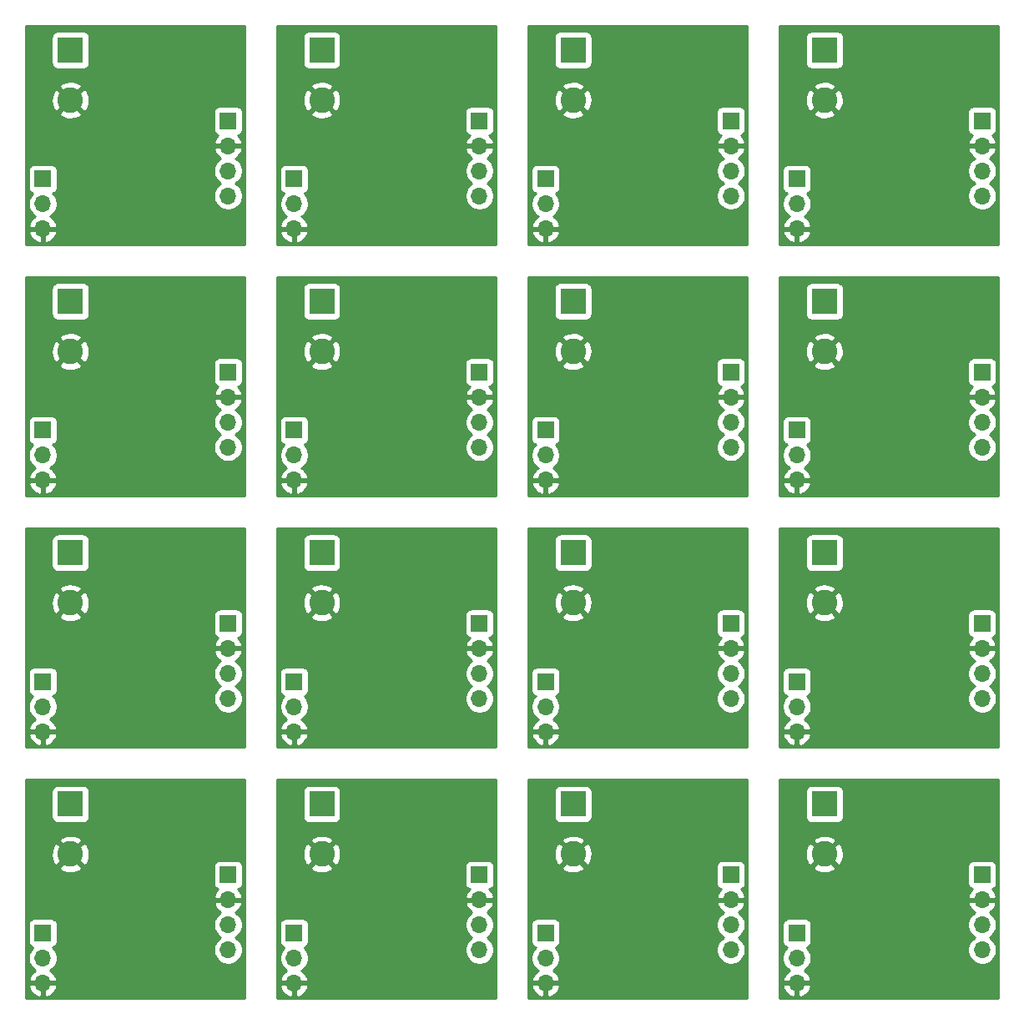
<source format=gbr>
G04 #@! TF.GenerationSoftware,KiCad,Pcbnew,(5.1.5)-3*
G04 #@! TF.CreationDate,2020-03-02T00:01:01+01:00*
G04 #@! TF.ProjectId,Powersavers,506f7765-7273-4617-9665-72732e6b6963,rev?*
G04 #@! TF.SameCoordinates,Original*
G04 #@! TF.FileFunction,Copper,L2,Bot*
G04 #@! TF.FilePolarity,Positive*
%FSLAX46Y46*%
G04 Gerber Fmt 4.6, Leading zero omitted, Abs format (unit mm)*
G04 Created by KiCad (PCBNEW (5.1.5)-3) date 2020-03-02 00:01:01*
%MOMM*%
%LPD*%
G04 APERTURE LIST*
%ADD10R,1.700000X1.700000*%
%ADD11O,1.700000X1.700000*%
%ADD12R,2.600000X2.600000*%
%ADD13C,2.600000*%
%ADD14C,0.800000*%
%ADD15C,0.254000*%
G04 APERTURE END LIST*
D10*
X127700000Y-116800000D03*
D11*
X127700000Y-119340000D03*
X127700000Y-121880000D03*
X127700000Y-124420000D03*
D10*
X102200000Y-116800000D03*
D11*
X102200000Y-119340000D03*
X102200000Y-121880000D03*
X102200000Y-124420000D03*
D10*
X76700000Y-116800000D03*
D11*
X76700000Y-119340000D03*
X76700000Y-121880000D03*
X76700000Y-124420000D03*
D10*
X51200000Y-116800000D03*
D11*
X51200000Y-119340000D03*
X51200000Y-121880000D03*
X51200000Y-124420000D03*
D10*
X127700000Y-91300000D03*
D11*
X127700000Y-93840000D03*
X127700000Y-96380000D03*
X127700000Y-98920000D03*
D10*
X102200000Y-91300000D03*
D11*
X102200000Y-93840000D03*
X102200000Y-96380000D03*
X102200000Y-98920000D03*
D10*
X76700000Y-91300000D03*
D11*
X76700000Y-93840000D03*
X76700000Y-96380000D03*
X76700000Y-98920000D03*
D10*
X51200000Y-91300000D03*
D11*
X51200000Y-93840000D03*
X51200000Y-96380000D03*
X51200000Y-98920000D03*
D10*
X127700000Y-65800000D03*
D11*
X127700000Y-68340000D03*
X127700000Y-70880000D03*
X127700000Y-73420000D03*
D10*
X102200000Y-65800000D03*
D11*
X102200000Y-68340000D03*
X102200000Y-70880000D03*
X102200000Y-73420000D03*
D10*
X76700000Y-65800000D03*
D11*
X76700000Y-68340000D03*
X76700000Y-70880000D03*
X76700000Y-73420000D03*
D10*
X51200000Y-65800000D03*
D11*
X51200000Y-68340000D03*
X51200000Y-70880000D03*
X51200000Y-73420000D03*
D10*
X127700000Y-40300000D03*
D11*
X127700000Y-42840000D03*
X127700000Y-45380000D03*
X127700000Y-47920000D03*
D10*
X102200000Y-40300000D03*
D11*
X102200000Y-42840000D03*
X102200000Y-45380000D03*
X102200000Y-47920000D03*
D10*
X76700000Y-40300000D03*
D11*
X76700000Y-42840000D03*
X76700000Y-45380000D03*
X76700000Y-47920000D03*
D10*
X108900000Y-122700000D03*
D11*
X108900000Y-125240000D03*
X108900000Y-127780000D03*
D10*
X83400000Y-122700000D03*
D11*
X83400000Y-125240000D03*
X83400000Y-127780000D03*
D10*
X57900000Y-122700000D03*
D11*
X57900000Y-125240000D03*
X57900000Y-127780000D03*
D10*
X32400000Y-122700000D03*
D11*
X32400000Y-125240000D03*
X32400000Y-127780000D03*
D10*
X108900000Y-97200000D03*
D11*
X108900000Y-99740000D03*
X108900000Y-102280000D03*
D10*
X83400000Y-97200000D03*
D11*
X83400000Y-99740000D03*
X83400000Y-102280000D03*
D10*
X57900000Y-97200000D03*
D11*
X57900000Y-99740000D03*
X57900000Y-102280000D03*
D10*
X32400000Y-97200000D03*
D11*
X32400000Y-99740000D03*
X32400000Y-102280000D03*
D10*
X108900000Y-71700000D03*
D11*
X108900000Y-74240000D03*
X108900000Y-76780000D03*
D10*
X83400000Y-71700000D03*
D11*
X83400000Y-74240000D03*
X83400000Y-76780000D03*
D10*
X57900000Y-71700000D03*
D11*
X57900000Y-74240000D03*
X57900000Y-76780000D03*
D10*
X32400000Y-71700000D03*
D11*
X32400000Y-74240000D03*
X32400000Y-76780000D03*
D10*
X108900000Y-46200000D03*
D11*
X108900000Y-48740000D03*
X108900000Y-51280000D03*
D10*
X83400000Y-46200000D03*
D11*
X83400000Y-48740000D03*
X83400000Y-51280000D03*
D10*
X57900000Y-46200000D03*
D11*
X57900000Y-48740000D03*
X57900000Y-51280000D03*
D12*
X111700000Y-109630000D03*
D13*
X111700000Y-114710000D03*
D12*
X86200000Y-109630000D03*
D13*
X86200000Y-114710000D03*
D12*
X60700000Y-109630000D03*
D13*
X60700000Y-114710000D03*
D12*
X35200000Y-109630000D03*
D13*
X35200000Y-114710000D03*
D12*
X111700000Y-84130000D03*
D13*
X111700000Y-89210000D03*
D12*
X86200000Y-84130000D03*
D13*
X86200000Y-89210000D03*
D12*
X60700000Y-84130000D03*
D13*
X60700000Y-89210000D03*
D12*
X35200000Y-84130000D03*
D13*
X35200000Y-89210000D03*
D12*
X111700000Y-58630000D03*
D13*
X111700000Y-63710000D03*
D12*
X86200000Y-58630000D03*
D13*
X86200000Y-63710000D03*
D12*
X60700000Y-58630000D03*
D13*
X60700000Y-63710000D03*
D12*
X35200000Y-58630000D03*
D13*
X35200000Y-63710000D03*
D12*
X111700000Y-33130000D03*
D13*
X111700000Y-38210000D03*
D12*
X86200000Y-33130000D03*
D13*
X86200000Y-38210000D03*
D12*
X60700000Y-33130000D03*
D13*
X60700000Y-38210000D03*
D11*
X51200000Y-47920000D03*
X51200000Y-45380000D03*
X51200000Y-42840000D03*
D10*
X51200000Y-40300000D03*
D11*
X32400000Y-51280000D03*
X32400000Y-48740000D03*
D10*
X32400000Y-46200000D03*
D13*
X35200000Y-38210000D03*
D12*
X35200000Y-33130000D03*
D14*
X39200000Y-48000000D03*
X34200000Y-47600000D03*
X48500000Y-32100000D03*
X44700000Y-50200000D03*
X31800000Y-32000000D03*
X38300000Y-36000000D03*
X49200000Y-39000000D03*
X57300000Y-32000000D03*
X82800000Y-32000000D03*
X108300000Y-32000000D03*
X31800000Y-57500000D03*
X57300000Y-57500000D03*
X82800000Y-57500000D03*
X108300000Y-57500000D03*
X31800000Y-83000000D03*
X57300000Y-83000000D03*
X82800000Y-83000000D03*
X108300000Y-83000000D03*
X31800000Y-108500000D03*
X57300000Y-108500000D03*
X82800000Y-108500000D03*
X108300000Y-108500000D03*
X74700000Y-39000000D03*
X100200000Y-39000000D03*
X125700000Y-39000000D03*
X49200000Y-64500000D03*
X74700000Y-64500000D03*
X100200000Y-64500000D03*
X125700000Y-64500000D03*
X49200000Y-90000000D03*
X74700000Y-90000000D03*
X100200000Y-90000000D03*
X125700000Y-90000000D03*
X49200000Y-115500000D03*
X74700000Y-115500000D03*
X100200000Y-115500000D03*
X125700000Y-115500000D03*
X63800000Y-36000000D03*
X89300000Y-36000000D03*
X114800000Y-36000000D03*
X38300000Y-61500000D03*
X63800000Y-61500000D03*
X89300000Y-61500000D03*
X114800000Y-61500000D03*
X38300000Y-87000000D03*
X63800000Y-87000000D03*
X89300000Y-87000000D03*
X114800000Y-87000000D03*
X38300000Y-112500000D03*
X63800000Y-112500000D03*
X89300000Y-112500000D03*
X114800000Y-112500000D03*
X70200000Y-50200000D03*
X95700000Y-50200000D03*
X121200000Y-50200000D03*
X44700000Y-75700000D03*
X70200000Y-75700000D03*
X95700000Y-75700000D03*
X121200000Y-75700000D03*
X44700000Y-101200000D03*
X70200000Y-101200000D03*
X95700000Y-101200000D03*
X121200000Y-101200000D03*
X44700000Y-126700000D03*
X70200000Y-126700000D03*
X95700000Y-126700000D03*
X121200000Y-126700000D03*
X64700000Y-48000000D03*
X90200000Y-48000000D03*
X115700000Y-48000000D03*
X39200000Y-73500000D03*
X64700000Y-73500000D03*
X90200000Y-73500000D03*
X115700000Y-73500000D03*
X39200000Y-99000000D03*
X64700000Y-99000000D03*
X90200000Y-99000000D03*
X115700000Y-99000000D03*
X39200000Y-124500000D03*
X64700000Y-124500000D03*
X90200000Y-124500000D03*
X115700000Y-124500000D03*
X74000000Y-32100000D03*
X99500000Y-32100000D03*
X125000000Y-32100000D03*
X48500000Y-57600000D03*
X74000000Y-57600000D03*
X99500000Y-57600000D03*
X125000000Y-57600000D03*
X48500000Y-83100000D03*
X74000000Y-83100000D03*
X99500000Y-83100000D03*
X125000000Y-83100000D03*
X48500000Y-108600000D03*
X74000000Y-108600000D03*
X99500000Y-108600000D03*
X125000000Y-108600000D03*
X59700000Y-47600000D03*
X85200000Y-47600000D03*
X110700000Y-47600000D03*
X34200000Y-73100000D03*
X59700000Y-73100000D03*
X85200000Y-73100000D03*
X110700000Y-73100000D03*
X34200000Y-98600000D03*
X59700000Y-98600000D03*
X85200000Y-98600000D03*
X110700000Y-98600000D03*
X34200000Y-124100000D03*
X59700000Y-124100000D03*
X85200000Y-124100000D03*
X110700000Y-124100000D03*
D15*
G36*
X52840000Y-39717581D02*
G01*
X52840000Y-39717582D01*
X52840001Y-43717581D01*
X52840000Y-52840000D01*
X30660000Y-52840000D01*
X30660000Y-51636890D01*
X30958524Y-51636890D01*
X31003175Y-51784099D01*
X31128359Y-52046920D01*
X31302412Y-52280269D01*
X31518645Y-52475178D01*
X31768748Y-52624157D01*
X32043109Y-52721481D01*
X32273000Y-52600814D01*
X32273000Y-51407000D01*
X32527000Y-51407000D01*
X32527000Y-52600814D01*
X32756891Y-52721481D01*
X33031252Y-52624157D01*
X33281355Y-52475178D01*
X33497588Y-52280269D01*
X33671641Y-52046920D01*
X33796825Y-51784099D01*
X33841476Y-51636890D01*
X33720155Y-51407000D01*
X32527000Y-51407000D01*
X32273000Y-51407000D01*
X31079845Y-51407000D01*
X30958524Y-51636890D01*
X30660000Y-51636890D01*
X30660000Y-45350000D01*
X30911928Y-45350000D01*
X30911928Y-47050000D01*
X30924188Y-47174482D01*
X30960498Y-47294180D01*
X31019463Y-47404494D01*
X31098815Y-47501185D01*
X31195506Y-47580537D01*
X31305820Y-47639502D01*
X31378380Y-47661513D01*
X31246525Y-47793368D01*
X31084010Y-48036589D01*
X30972068Y-48306842D01*
X30915000Y-48593740D01*
X30915000Y-48886260D01*
X30972068Y-49173158D01*
X31084010Y-49443411D01*
X31246525Y-49686632D01*
X31453368Y-49893475D01*
X31635534Y-50015195D01*
X31518645Y-50084822D01*
X31302412Y-50279731D01*
X31128359Y-50513080D01*
X31003175Y-50775901D01*
X30958524Y-50923110D01*
X31079845Y-51153000D01*
X32273000Y-51153000D01*
X32273000Y-51133000D01*
X32527000Y-51133000D01*
X32527000Y-51153000D01*
X33720155Y-51153000D01*
X33841476Y-50923110D01*
X33796825Y-50775901D01*
X33671641Y-50513080D01*
X33497588Y-50279731D01*
X33281355Y-50084822D01*
X33164466Y-50015195D01*
X33346632Y-49893475D01*
X33553475Y-49686632D01*
X33715990Y-49443411D01*
X33827932Y-49173158D01*
X33885000Y-48886260D01*
X33885000Y-48593740D01*
X33827932Y-48306842D01*
X33715990Y-48036589D01*
X33553475Y-47793368D01*
X33421620Y-47661513D01*
X33494180Y-47639502D01*
X33604494Y-47580537D01*
X33701185Y-47501185D01*
X33780537Y-47404494D01*
X33839502Y-47294180D01*
X33875812Y-47174482D01*
X33888072Y-47050000D01*
X33888072Y-45350000D01*
X33876622Y-45233740D01*
X49715000Y-45233740D01*
X49715000Y-45526260D01*
X49772068Y-45813158D01*
X49884010Y-46083411D01*
X50046525Y-46326632D01*
X50253368Y-46533475D01*
X50427760Y-46650000D01*
X50253368Y-46766525D01*
X50046525Y-46973368D01*
X49884010Y-47216589D01*
X49772068Y-47486842D01*
X49715000Y-47773740D01*
X49715000Y-48066260D01*
X49772068Y-48353158D01*
X49884010Y-48623411D01*
X50046525Y-48866632D01*
X50253368Y-49073475D01*
X50496589Y-49235990D01*
X50766842Y-49347932D01*
X51053740Y-49405000D01*
X51346260Y-49405000D01*
X51633158Y-49347932D01*
X51903411Y-49235990D01*
X52146632Y-49073475D01*
X52353475Y-48866632D01*
X52515990Y-48623411D01*
X52627932Y-48353158D01*
X52685000Y-48066260D01*
X52685000Y-47773740D01*
X52627932Y-47486842D01*
X52515990Y-47216589D01*
X52353475Y-46973368D01*
X52146632Y-46766525D01*
X51972240Y-46650000D01*
X52146632Y-46533475D01*
X52353475Y-46326632D01*
X52515990Y-46083411D01*
X52627932Y-45813158D01*
X52685000Y-45526260D01*
X52685000Y-45233740D01*
X52627932Y-44946842D01*
X52515990Y-44676589D01*
X52353475Y-44433368D01*
X52146632Y-44226525D01*
X51964466Y-44104805D01*
X52081355Y-44035178D01*
X52297588Y-43840269D01*
X52471641Y-43606920D01*
X52596825Y-43344099D01*
X52641476Y-43196890D01*
X52520155Y-42967000D01*
X51327000Y-42967000D01*
X51327000Y-42987000D01*
X51073000Y-42987000D01*
X51073000Y-42967000D01*
X49879845Y-42967000D01*
X49758524Y-43196890D01*
X49803175Y-43344099D01*
X49928359Y-43606920D01*
X50102412Y-43840269D01*
X50318645Y-44035178D01*
X50435534Y-44104805D01*
X50253368Y-44226525D01*
X50046525Y-44433368D01*
X49884010Y-44676589D01*
X49772068Y-44946842D01*
X49715000Y-45233740D01*
X33876622Y-45233740D01*
X33875812Y-45225518D01*
X33839502Y-45105820D01*
X33780537Y-44995506D01*
X33701185Y-44898815D01*
X33604494Y-44819463D01*
X33494180Y-44760498D01*
X33374482Y-44724188D01*
X33250000Y-44711928D01*
X31550000Y-44711928D01*
X31425518Y-44724188D01*
X31305820Y-44760498D01*
X31195506Y-44819463D01*
X31098815Y-44898815D01*
X31019463Y-44995506D01*
X30960498Y-45105820D01*
X30924188Y-45225518D01*
X30911928Y-45350000D01*
X30660000Y-45350000D01*
X30660000Y-39559224D01*
X34030381Y-39559224D01*
X34162317Y-39854312D01*
X34503045Y-40025159D01*
X34870557Y-40126250D01*
X35250729Y-40153701D01*
X35628951Y-40106457D01*
X35990690Y-39986333D01*
X36237683Y-39854312D01*
X36369619Y-39559224D01*
X36260395Y-39450000D01*
X49711928Y-39450000D01*
X49711928Y-41150000D01*
X49724188Y-41274482D01*
X49760498Y-41394180D01*
X49819463Y-41504494D01*
X49898815Y-41601185D01*
X49995506Y-41680537D01*
X50105820Y-41739502D01*
X50186466Y-41763966D01*
X50102412Y-41839731D01*
X49928359Y-42073080D01*
X49803175Y-42335901D01*
X49758524Y-42483110D01*
X49879845Y-42713000D01*
X51073000Y-42713000D01*
X51073000Y-42693000D01*
X51327000Y-42693000D01*
X51327000Y-42713000D01*
X52520155Y-42713000D01*
X52641476Y-42483110D01*
X52596825Y-42335901D01*
X52471641Y-42073080D01*
X52297588Y-41839731D01*
X52213534Y-41763966D01*
X52294180Y-41739502D01*
X52404494Y-41680537D01*
X52501185Y-41601185D01*
X52580537Y-41504494D01*
X52639502Y-41394180D01*
X52675812Y-41274482D01*
X52688072Y-41150000D01*
X52688072Y-39450000D01*
X52675812Y-39325518D01*
X52639502Y-39205820D01*
X52580537Y-39095506D01*
X52501185Y-38998815D01*
X52404494Y-38919463D01*
X52294180Y-38860498D01*
X52174482Y-38824188D01*
X52050000Y-38811928D01*
X50350000Y-38811928D01*
X50225518Y-38824188D01*
X50105820Y-38860498D01*
X49995506Y-38919463D01*
X49898815Y-38998815D01*
X49819463Y-39095506D01*
X49760498Y-39205820D01*
X49724188Y-39325518D01*
X49711928Y-39450000D01*
X36260395Y-39450000D01*
X35200000Y-38389605D01*
X34030381Y-39559224D01*
X30660000Y-39559224D01*
X30660000Y-38260729D01*
X33256299Y-38260729D01*
X33303543Y-38638951D01*
X33423667Y-39000690D01*
X33555688Y-39247683D01*
X33850776Y-39379619D01*
X35020395Y-38210000D01*
X35379605Y-38210000D01*
X36549224Y-39379619D01*
X36844312Y-39247683D01*
X37015159Y-38906955D01*
X37116250Y-38539443D01*
X37143701Y-38159271D01*
X37096457Y-37781049D01*
X36976333Y-37419310D01*
X36844312Y-37172317D01*
X36549224Y-37040381D01*
X35379605Y-38210000D01*
X35020395Y-38210000D01*
X33850776Y-37040381D01*
X33555688Y-37172317D01*
X33384841Y-37513045D01*
X33283750Y-37880557D01*
X33256299Y-38260729D01*
X30660000Y-38260729D01*
X30660000Y-36860776D01*
X34030381Y-36860776D01*
X35200000Y-38030395D01*
X36369619Y-36860776D01*
X36237683Y-36565688D01*
X35896955Y-36394841D01*
X35529443Y-36293750D01*
X35149271Y-36266299D01*
X34771049Y-36313543D01*
X34409310Y-36433667D01*
X34162317Y-36565688D01*
X34030381Y-36860776D01*
X30660000Y-36860776D01*
X30660000Y-31830000D01*
X33261928Y-31830000D01*
X33261928Y-34430000D01*
X33274188Y-34554482D01*
X33310498Y-34674180D01*
X33369463Y-34784494D01*
X33448815Y-34881185D01*
X33545506Y-34960537D01*
X33655820Y-35019502D01*
X33775518Y-35055812D01*
X33900000Y-35068072D01*
X36500000Y-35068072D01*
X36624482Y-35055812D01*
X36744180Y-35019502D01*
X36854494Y-34960537D01*
X36951185Y-34881185D01*
X37030537Y-34784494D01*
X37089502Y-34674180D01*
X37125812Y-34554482D01*
X37138072Y-34430000D01*
X37138072Y-31830000D01*
X37125812Y-31705518D01*
X37089502Y-31585820D01*
X37030537Y-31475506D01*
X36951185Y-31378815D01*
X36854494Y-31299463D01*
X36744180Y-31240498D01*
X36624482Y-31204188D01*
X36500000Y-31191928D01*
X33900000Y-31191928D01*
X33775518Y-31204188D01*
X33655820Y-31240498D01*
X33545506Y-31299463D01*
X33448815Y-31378815D01*
X33369463Y-31475506D01*
X33310498Y-31585820D01*
X33274188Y-31705518D01*
X33261928Y-31830000D01*
X30660000Y-31830000D01*
X30660000Y-30660000D01*
X52840001Y-30660000D01*
X52840000Y-39717581D01*
G37*
X52840000Y-39717581D02*
X52840000Y-39717582D01*
X52840001Y-43717581D01*
X52840000Y-52840000D01*
X30660000Y-52840000D01*
X30660000Y-51636890D01*
X30958524Y-51636890D01*
X31003175Y-51784099D01*
X31128359Y-52046920D01*
X31302412Y-52280269D01*
X31518645Y-52475178D01*
X31768748Y-52624157D01*
X32043109Y-52721481D01*
X32273000Y-52600814D01*
X32273000Y-51407000D01*
X32527000Y-51407000D01*
X32527000Y-52600814D01*
X32756891Y-52721481D01*
X33031252Y-52624157D01*
X33281355Y-52475178D01*
X33497588Y-52280269D01*
X33671641Y-52046920D01*
X33796825Y-51784099D01*
X33841476Y-51636890D01*
X33720155Y-51407000D01*
X32527000Y-51407000D01*
X32273000Y-51407000D01*
X31079845Y-51407000D01*
X30958524Y-51636890D01*
X30660000Y-51636890D01*
X30660000Y-45350000D01*
X30911928Y-45350000D01*
X30911928Y-47050000D01*
X30924188Y-47174482D01*
X30960498Y-47294180D01*
X31019463Y-47404494D01*
X31098815Y-47501185D01*
X31195506Y-47580537D01*
X31305820Y-47639502D01*
X31378380Y-47661513D01*
X31246525Y-47793368D01*
X31084010Y-48036589D01*
X30972068Y-48306842D01*
X30915000Y-48593740D01*
X30915000Y-48886260D01*
X30972068Y-49173158D01*
X31084010Y-49443411D01*
X31246525Y-49686632D01*
X31453368Y-49893475D01*
X31635534Y-50015195D01*
X31518645Y-50084822D01*
X31302412Y-50279731D01*
X31128359Y-50513080D01*
X31003175Y-50775901D01*
X30958524Y-50923110D01*
X31079845Y-51153000D01*
X32273000Y-51153000D01*
X32273000Y-51133000D01*
X32527000Y-51133000D01*
X32527000Y-51153000D01*
X33720155Y-51153000D01*
X33841476Y-50923110D01*
X33796825Y-50775901D01*
X33671641Y-50513080D01*
X33497588Y-50279731D01*
X33281355Y-50084822D01*
X33164466Y-50015195D01*
X33346632Y-49893475D01*
X33553475Y-49686632D01*
X33715990Y-49443411D01*
X33827932Y-49173158D01*
X33885000Y-48886260D01*
X33885000Y-48593740D01*
X33827932Y-48306842D01*
X33715990Y-48036589D01*
X33553475Y-47793368D01*
X33421620Y-47661513D01*
X33494180Y-47639502D01*
X33604494Y-47580537D01*
X33701185Y-47501185D01*
X33780537Y-47404494D01*
X33839502Y-47294180D01*
X33875812Y-47174482D01*
X33888072Y-47050000D01*
X33888072Y-45350000D01*
X33876622Y-45233740D01*
X49715000Y-45233740D01*
X49715000Y-45526260D01*
X49772068Y-45813158D01*
X49884010Y-46083411D01*
X50046525Y-46326632D01*
X50253368Y-46533475D01*
X50427760Y-46650000D01*
X50253368Y-46766525D01*
X50046525Y-46973368D01*
X49884010Y-47216589D01*
X49772068Y-47486842D01*
X49715000Y-47773740D01*
X49715000Y-48066260D01*
X49772068Y-48353158D01*
X49884010Y-48623411D01*
X50046525Y-48866632D01*
X50253368Y-49073475D01*
X50496589Y-49235990D01*
X50766842Y-49347932D01*
X51053740Y-49405000D01*
X51346260Y-49405000D01*
X51633158Y-49347932D01*
X51903411Y-49235990D01*
X52146632Y-49073475D01*
X52353475Y-48866632D01*
X52515990Y-48623411D01*
X52627932Y-48353158D01*
X52685000Y-48066260D01*
X52685000Y-47773740D01*
X52627932Y-47486842D01*
X52515990Y-47216589D01*
X52353475Y-46973368D01*
X52146632Y-46766525D01*
X51972240Y-46650000D01*
X52146632Y-46533475D01*
X52353475Y-46326632D01*
X52515990Y-46083411D01*
X52627932Y-45813158D01*
X52685000Y-45526260D01*
X52685000Y-45233740D01*
X52627932Y-44946842D01*
X52515990Y-44676589D01*
X52353475Y-44433368D01*
X52146632Y-44226525D01*
X51964466Y-44104805D01*
X52081355Y-44035178D01*
X52297588Y-43840269D01*
X52471641Y-43606920D01*
X52596825Y-43344099D01*
X52641476Y-43196890D01*
X52520155Y-42967000D01*
X51327000Y-42967000D01*
X51327000Y-42987000D01*
X51073000Y-42987000D01*
X51073000Y-42967000D01*
X49879845Y-42967000D01*
X49758524Y-43196890D01*
X49803175Y-43344099D01*
X49928359Y-43606920D01*
X50102412Y-43840269D01*
X50318645Y-44035178D01*
X50435534Y-44104805D01*
X50253368Y-44226525D01*
X50046525Y-44433368D01*
X49884010Y-44676589D01*
X49772068Y-44946842D01*
X49715000Y-45233740D01*
X33876622Y-45233740D01*
X33875812Y-45225518D01*
X33839502Y-45105820D01*
X33780537Y-44995506D01*
X33701185Y-44898815D01*
X33604494Y-44819463D01*
X33494180Y-44760498D01*
X33374482Y-44724188D01*
X33250000Y-44711928D01*
X31550000Y-44711928D01*
X31425518Y-44724188D01*
X31305820Y-44760498D01*
X31195506Y-44819463D01*
X31098815Y-44898815D01*
X31019463Y-44995506D01*
X30960498Y-45105820D01*
X30924188Y-45225518D01*
X30911928Y-45350000D01*
X30660000Y-45350000D01*
X30660000Y-39559224D01*
X34030381Y-39559224D01*
X34162317Y-39854312D01*
X34503045Y-40025159D01*
X34870557Y-40126250D01*
X35250729Y-40153701D01*
X35628951Y-40106457D01*
X35990690Y-39986333D01*
X36237683Y-39854312D01*
X36369619Y-39559224D01*
X36260395Y-39450000D01*
X49711928Y-39450000D01*
X49711928Y-41150000D01*
X49724188Y-41274482D01*
X49760498Y-41394180D01*
X49819463Y-41504494D01*
X49898815Y-41601185D01*
X49995506Y-41680537D01*
X50105820Y-41739502D01*
X50186466Y-41763966D01*
X50102412Y-41839731D01*
X49928359Y-42073080D01*
X49803175Y-42335901D01*
X49758524Y-42483110D01*
X49879845Y-42713000D01*
X51073000Y-42713000D01*
X51073000Y-42693000D01*
X51327000Y-42693000D01*
X51327000Y-42713000D01*
X52520155Y-42713000D01*
X52641476Y-42483110D01*
X52596825Y-42335901D01*
X52471641Y-42073080D01*
X52297588Y-41839731D01*
X52213534Y-41763966D01*
X52294180Y-41739502D01*
X52404494Y-41680537D01*
X52501185Y-41601185D01*
X52580537Y-41504494D01*
X52639502Y-41394180D01*
X52675812Y-41274482D01*
X52688072Y-41150000D01*
X52688072Y-39450000D01*
X52675812Y-39325518D01*
X52639502Y-39205820D01*
X52580537Y-39095506D01*
X52501185Y-38998815D01*
X52404494Y-38919463D01*
X52294180Y-38860498D01*
X52174482Y-38824188D01*
X52050000Y-38811928D01*
X50350000Y-38811928D01*
X50225518Y-38824188D01*
X50105820Y-38860498D01*
X49995506Y-38919463D01*
X49898815Y-38998815D01*
X49819463Y-39095506D01*
X49760498Y-39205820D01*
X49724188Y-39325518D01*
X49711928Y-39450000D01*
X36260395Y-39450000D01*
X35200000Y-38389605D01*
X34030381Y-39559224D01*
X30660000Y-39559224D01*
X30660000Y-38260729D01*
X33256299Y-38260729D01*
X33303543Y-38638951D01*
X33423667Y-39000690D01*
X33555688Y-39247683D01*
X33850776Y-39379619D01*
X35020395Y-38210000D01*
X35379605Y-38210000D01*
X36549224Y-39379619D01*
X36844312Y-39247683D01*
X37015159Y-38906955D01*
X37116250Y-38539443D01*
X37143701Y-38159271D01*
X37096457Y-37781049D01*
X36976333Y-37419310D01*
X36844312Y-37172317D01*
X36549224Y-37040381D01*
X35379605Y-38210000D01*
X35020395Y-38210000D01*
X33850776Y-37040381D01*
X33555688Y-37172317D01*
X33384841Y-37513045D01*
X33283750Y-37880557D01*
X33256299Y-38260729D01*
X30660000Y-38260729D01*
X30660000Y-36860776D01*
X34030381Y-36860776D01*
X35200000Y-38030395D01*
X36369619Y-36860776D01*
X36237683Y-36565688D01*
X35896955Y-36394841D01*
X35529443Y-36293750D01*
X35149271Y-36266299D01*
X34771049Y-36313543D01*
X34409310Y-36433667D01*
X34162317Y-36565688D01*
X34030381Y-36860776D01*
X30660000Y-36860776D01*
X30660000Y-31830000D01*
X33261928Y-31830000D01*
X33261928Y-34430000D01*
X33274188Y-34554482D01*
X33310498Y-34674180D01*
X33369463Y-34784494D01*
X33448815Y-34881185D01*
X33545506Y-34960537D01*
X33655820Y-35019502D01*
X33775518Y-35055812D01*
X33900000Y-35068072D01*
X36500000Y-35068072D01*
X36624482Y-35055812D01*
X36744180Y-35019502D01*
X36854494Y-34960537D01*
X36951185Y-34881185D01*
X37030537Y-34784494D01*
X37089502Y-34674180D01*
X37125812Y-34554482D01*
X37138072Y-34430000D01*
X37138072Y-31830000D01*
X37125812Y-31705518D01*
X37089502Y-31585820D01*
X37030537Y-31475506D01*
X36951185Y-31378815D01*
X36854494Y-31299463D01*
X36744180Y-31240498D01*
X36624482Y-31204188D01*
X36500000Y-31191928D01*
X33900000Y-31191928D01*
X33775518Y-31204188D01*
X33655820Y-31240498D01*
X33545506Y-31299463D01*
X33448815Y-31378815D01*
X33369463Y-31475506D01*
X33310498Y-31585820D01*
X33274188Y-31705518D01*
X33261928Y-31830000D01*
X30660000Y-31830000D01*
X30660000Y-30660000D01*
X52840001Y-30660000D01*
X52840000Y-39717581D01*
G36*
X78340000Y-39717581D02*
G01*
X78340000Y-39717582D01*
X78340001Y-43717581D01*
X78340000Y-52840000D01*
X56160000Y-52840000D01*
X56160000Y-51636890D01*
X56458524Y-51636890D01*
X56503175Y-51784099D01*
X56628359Y-52046920D01*
X56802412Y-52280269D01*
X57018645Y-52475178D01*
X57268748Y-52624157D01*
X57543109Y-52721481D01*
X57773000Y-52600814D01*
X57773000Y-51407000D01*
X58027000Y-51407000D01*
X58027000Y-52600814D01*
X58256891Y-52721481D01*
X58531252Y-52624157D01*
X58781355Y-52475178D01*
X58997588Y-52280269D01*
X59171641Y-52046920D01*
X59296825Y-51784099D01*
X59341476Y-51636890D01*
X59220155Y-51407000D01*
X58027000Y-51407000D01*
X57773000Y-51407000D01*
X56579845Y-51407000D01*
X56458524Y-51636890D01*
X56160000Y-51636890D01*
X56160000Y-45350000D01*
X56411928Y-45350000D01*
X56411928Y-47050000D01*
X56424188Y-47174482D01*
X56460498Y-47294180D01*
X56519463Y-47404494D01*
X56598815Y-47501185D01*
X56695506Y-47580537D01*
X56805820Y-47639502D01*
X56878380Y-47661513D01*
X56746525Y-47793368D01*
X56584010Y-48036589D01*
X56472068Y-48306842D01*
X56415000Y-48593740D01*
X56415000Y-48886260D01*
X56472068Y-49173158D01*
X56584010Y-49443411D01*
X56746525Y-49686632D01*
X56953368Y-49893475D01*
X57135534Y-50015195D01*
X57018645Y-50084822D01*
X56802412Y-50279731D01*
X56628359Y-50513080D01*
X56503175Y-50775901D01*
X56458524Y-50923110D01*
X56579845Y-51153000D01*
X57773000Y-51153000D01*
X57773000Y-51133000D01*
X58027000Y-51133000D01*
X58027000Y-51153000D01*
X59220155Y-51153000D01*
X59341476Y-50923110D01*
X59296825Y-50775901D01*
X59171641Y-50513080D01*
X58997588Y-50279731D01*
X58781355Y-50084822D01*
X58664466Y-50015195D01*
X58846632Y-49893475D01*
X59053475Y-49686632D01*
X59215990Y-49443411D01*
X59327932Y-49173158D01*
X59385000Y-48886260D01*
X59385000Y-48593740D01*
X59327932Y-48306842D01*
X59215990Y-48036589D01*
X59053475Y-47793368D01*
X58921620Y-47661513D01*
X58994180Y-47639502D01*
X59104494Y-47580537D01*
X59201185Y-47501185D01*
X59280537Y-47404494D01*
X59339502Y-47294180D01*
X59375812Y-47174482D01*
X59388072Y-47050000D01*
X59388072Y-45350000D01*
X59376622Y-45233740D01*
X75215000Y-45233740D01*
X75215000Y-45526260D01*
X75272068Y-45813158D01*
X75384010Y-46083411D01*
X75546525Y-46326632D01*
X75753368Y-46533475D01*
X75927760Y-46650000D01*
X75753368Y-46766525D01*
X75546525Y-46973368D01*
X75384010Y-47216589D01*
X75272068Y-47486842D01*
X75215000Y-47773740D01*
X75215000Y-48066260D01*
X75272068Y-48353158D01*
X75384010Y-48623411D01*
X75546525Y-48866632D01*
X75753368Y-49073475D01*
X75996589Y-49235990D01*
X76266842Y-49347932D01*
X76553740Y-49405000D01*
X76846260Y-49405000D01*
X77133158Y-49347932D01*
X77403411Y-49235990D01*
X77646632Y-49073475D01*
X77853475Y-48866632D01*
X78015990Y-48623411D01*
X78127932Y-48353158D01*
X78185000Y-48066260D01*
X78185000Y-47773740D01*
X78127932Y-47486842D01*
X78015990Y-47216589D01*
X77853475Y-46973368D01*
X77646632Y-46766525D01*
X77472240Y-46650000D01*
X77646632Y-46533475D01*
X77853475Y-46326632D01*
X78015990Y-46083411D01*
X78127932Y-45813158D01*
X78185000Y-45526260D01*
X78185000Y-45233740D01*
X78127932Y-44946842D01*
X78015990Y-44676589D01*
X77853475Y-44433368D01*
X77646632Y-44226525D01*
X77464466Y-44104805D01*
X77581355Y-44035178D01*
X77797588Y-43840269D01*
X77971641Y-43606920D01*
X78096825Y-43344099D01*
X78141476Y-43196890D01*
X78020155Y-42967000D01*
X76827000Y-42967000D01*
X76827000Y-42987000D01*
X76573000Y-42987000D01*
X76573000Y-42967000D01*
X75379845Y-42967000D01*
X75258524Y-43196890D01*
X75303175Y-43344099D01*
X75428359Y-43606920D01*
X75602412Y-43840269D01*
X75818645Y-44035178D01*
X75935534Y-44104805D01*
X75753368Y-44226525D01*
X75546525Y-44433368D01*
X75384010Y-44676589D01*
X75272068Y-44946842D01*
X75215000Y-45233740D01*
X59376622Y-45233740D01*
X59375812Y-45225518D01*
X59339502Y-45105820D01*
X59280537Y-44995506D01*
X59201185Y-44898815D01*
X59104494Y-44819463D01*
X58994180Y-44760498D01*
X58874482Y-44724188D01*
X58750000Y-44711928D01*
X57050000Y-44711928D01*
X56925518Y-44724188D01*
X56805820Y-44760498D01*
X56695506Y-44819463D01*
X56598815Y-44898815D01*
X56519463Y-44995506D01*
X56460498Y-45105820D01*
X56424188Y-45225518D01*
X56411928Y-45350000D01*
X56160000Y-45350000D01*
X56160000Y-39559224D01*
X59530381Y-39559224D01*
X59662317Y-39854312D01*
X60003045Y-40025159D01*
X60370557Y-40126250D01*
X60750729Y-40153701D01*
X61128951Y-40106457D01*
X61490690Y-39986333D01*
X61737683Y-39854312D01*
X61869619Y-39559224D01*
X61760395Y-39450000D01*
X75211928Y-39450000D01*
X75211928Y-41150000D01*
X75224188Y-41274482D01*
X75260498Y-41394180D01*
X75319463Y-41504494D01*
X75398815Y-41601185D01*
X75495506Y-41680537D01*
X75605820Y-41739502D01*
X75686466Y-41763966D01*
X75602412Y-41839731D01*
X75428359Y-42073080D01*
X75303175Y-42335901D01*
X75258524Y-42483110D01*
X75379845Y-42713000D01*
X76573000Y-42713000D01*
X76573000Y-42693000D01*
X76827000Y-42693000D01*
X76827000Y-42713000D01*
X78020155Y-42713000D01*
X78141476Y-42483110D01*
X78096825Y-42335901D01*
X77971641Y-42073080D01*
X77797588Y-41839731D01*
X77713534Y-41763966D01*
X77794180Y-41739502D01*
X77904494Y-41680537D01*
X78001185Y-41601185D01*
X78080537Y-41504494D01*
X78139502Y-41394180D01*
X78175812Y-41274482D01*
X78188072Y-41150000D01*
X78188072Y-39450000D01*
X78175812Y-39325518D01*
X78139502Y-39205820D01*
X78080537Y-39095506D01*
X78001185Y-38998815D01*
X77904494Y-38919463D01*
X77794180Y-38860498D01*
X77674482Y-38824188D01*
X77550000Y-38811928D01*
X75850000Y-38811928D01*
X75725518Y-38824188D01*
X75605820Y-38860498D01*
X75495506Y-38919463D01*
X75398815Y-38998815D01*
X75319463Y-39095506D01*
X75260498Y-39205820D01*
X75224188Y-39325518D01*
X75211928Y-39450000D01*
X61760395Y-39450000D01*
X60700000Y-38389605D01*
X59530381Y-39559224D01*
X56160000Y-39559224D01*
X56160000Y-38260729D01*
X58756299Y-38260729D01*
X58803543Y-38638951D01*
X58923667Y-39000690D01*
X59055688Y-39247683D01*
X59350776Y-39379619D01*
X60520395Y-38210000D01*
X60879605Y-38210000D01*
X62049224Y-39379619D01*
X62344312Y-39247683D01*
X62515159Y-38906955D01*
X62616250Y-38539443D01*
X62643701Y-38159271D01*
X62596457Y-37781049D01*
X62476333Y-37419310D01*
X62344312Y-37172317D01*
X62049224Y-37040381D01*
X60879605Y-38210000D01*
X60520395Y-38210000D01*
X59350776Y-37040381D01*
X59055688Y-37172317D01*
X58884841Y-37513045D01*
X58783750Y-37880557D01*
X58756299Y-38260729D01*
X56160000Y-38260729D01*
X56160000Y-36860776D01*
X59530381Y-36860776D01*
X60700000Y-38030395D01*
X61869619Y-36860776D01*
X61737683Y-36565688D01*
X61396955Y-36394841D01*
X61029443Y-36293750D01*
X60649271Y-36266299D01*
X60271049Y-36313543D01*
X59909310Y-36433667D01*
X59662317Y-36565688D01*
X59530381Y-36860776D01*
X56160000Y-36860776D01*
X56160000Y-31830000D01*
X58761928Y-31830000D01*
X58761928Y-34430000D01*
X58774188Y-34554482D01*
X58810498Y-34674180D01*
X58869463Y-34784494D01*
X58948815Y-34881185D01*
X59045506Y-34960537D01*
X59155820Y-35019502D01*
X59275518Y-35055812D01*
X59400000Y-35068072D01*
X62000000Y-35068072D01*
X62124482Y-35055812D01*
X62244180Y-35019502D01*
X62354494Y-34960537D01*
X62451185Y-34881185D01*
X62530537Y-34784494D01*
X62589502Y-34674180D01*
X62625812Y-34554482D01*
X62638072Y-34430000D01*
X62638072Y-31830000D01*
X62625812Y-31705518D01*
X62589502Y-31585820D01*
X62530537Y-31475506D01*
X62451185Y-31378815D01*
X62354494Y-31299463D01*
X62244180Y-31240498D01*
X62124482Y-31204188D01*
X62000000Y-31191928D01*
X59400000Y-31191928D01*
X59275518Y-31204188D01*
X59155820Y-31240498D01*
X59045506Y-31299463D01*
X58948815Y-31378815D01*
X58869463Y-31475506D01*
X58810498Y-31585820D01*
X58774188Y-31705518D01*
X58761928Y-31830000D01*
X56160000Y-31830000D01*
X56160000Y-30660000D01*
X78340001Y-30660000D01*
X78340000Y-39717581D01*
G37*
X78340000Y-39717581D02*
X78340000Y-39717582D01*
X78340001Y-43717581D01*
X78340000Y-52840000D01*
X56160000Y-52840000D01*
X56160000Y-51636890D01*
X56458524Y-51636890D01*
X56503175Y-51784099D01*
X56628359Y-52046920D01*
X56802412Y-52280269D01*
X57018645Y-52475178D01*
X57268748Y-52624157D01*
X57543109Y-52721481D01*
X57773000Y-52600814D01*
X57773000Y-51407000D01*
X58027000Y-51407000D01*
X58027000Y-52600814D01*
X58256891Y-52721481D01*
X58531252Y-52624157D01*
X58781355Y-52475178D01*
X58997588Y-52280269D01*
X59171641Y-52046920D01*
X59296825Y-51784099D01*
X59341476Y-51636890D01*
X59220155Y-51407000D01*
X58027000Y-51407000D01*
X57773000Y-51407000D01*
X56579845Y-51407000D01*
X56458524Y-51636890D01*
X56160000Y-51636890D01*
X56160000Y-45350000D01*
X56411928Y-45350000D01*
X56411928Y-47050000D01*
X56424188Y-47174482D01*
X56460498Y-47294180D01*
X56519463Y-47404494D01*
X56598815Y-47501185D01*
X56695506Y-47580537D01*
X56805820Y-47639502D01*
X56878380Y-47661513D01*
X56746525Y-47793368D01*
X56584010Y-48036589D01*
X56472068Y-48306842D01*
X56415000Y-48593740D01*
X56415000Y-48886260D01*
X56472068Y-49173158D01*
X56584010Y-49443411D01*
X56746525Y-49686632D01*
X56953368Y-49893475D01*
X57135534Y-50015195D01*
X57018645Y-50084822D01*
X56802412Y-50279731D01*
X56628359Y-50513080D01*
X56503175Y-50775901D01*
X56458524Y-50923110D01*
X56579845Y-51153000D01*
X57773000Y-51153000D01*
X57773000Y-51133000D01*
X58027000Y-51133000D01*
X58027000Y-51153000D01*
X59220155Y-51153000D01*
X59341476Y-50923110D01*
X59296825Y-50775901D01*
X59171641Y-50513080D01*
X58997588Y-50279731D01*
X58781355Y-50084822D01*
X58664466Y-50015195D01*
X58846632Y-49893475D01*
X59053475Y-49686632D01*
X59215990Y-49443411D01*
X59327932Y-49173158D01*
X59385000Y-48886260D01*
X59385000Y-48593740D01*
X59327932Y-48306842D01*
X59215990Y-48036589D01*
X59053475Y-47793368D01*
X58921620Y-47661513D01*
X58994180Y-47639502D01*
X59104494Y-47580537D01*
X59201185Y-47501185D01*
X59280537Y-47404494D01*
X59339502Y-47294180D01*
X59375812Y-47174482D01*
X59388072Y-47050000D01*
X59388072Y-45350000D01*
X59376622Y-45233740D01*
X75215000Y-45233740D01*
X75215000Y-45526260D01*
X75272068Y-45813158D01*
X75384010Y-46083411D01*
X75546525Y-46326632D01*
X75753368Y-46533475D01*
X75927760Y-46650000D01*
X75753368Y-46766525D01*
X75546525Y-46973368D01*
X75384010Y-47216589D01*
X75272068Y-47486842D01*
X75215000Y-47773740D01*
X75215000Y-48066260D01*
X75272068Y-48353158D01*
X75384010Y-48623411D01*
X75546525Y-48866632D01*
X75753368Y-49073475D01*
X75996589Y-49235990D01*
X76266842Y-49347932D01*
X76553740Y-49405000D01*
X76846260Y-49405000D01*
X77133158Y-49347932D01*
X77403411Y-49235990D01*
X77646632Y-49073475D01*
X77853475Y-48866632D01*
X78015990Y-48623411D01*
X78127932Y-48353158D01*
X78185000Y-48066260D01*
X78185000Y-47773740D01*
X78127932Y-47486842D01*
X78015990Y-47216589D01*
X77853475Y-46973368D01*
X77646632Y-46766525D01*
X77472240Y-46650000D01*
X77646632Y-46533475D01*
X77853475Y-46326632D01*
X78015990Y-46083411D01*
X78127932Y-45813158D01*
X78185000Y-45526260D01*
X78185000Y-45233740D01*
X78127932Y-44946842D01*
X78015990Y-44676589D01*
X77853475Y-44433368D01*
X77646632Y-44226525D01*
X77464466Y-44104805D01*
X77581355Y-44035178D01*
X77797588Y-43840269D01*
X77971641Y-43606920D01*
X78096825Y-43344099D01*
X78141476Y-43196890D01*
X78020155Y-42967000D01*
X76827000Y-42967000D01*
X76827000Y-42987000D01*
X76573000Y-42987000D01*
X76573000Y-42967000D01*
X75379845Y-42967000D01*
X75258524Y-43196890D01*
X75303175Y-43344099D01*
X75428359Y-43606920D01*
X75602412Y-43840269D01*
X75818645Y-44035178D01*
X75935534Y-44104805D01*
X75753368Y-44226525D01*
X75546525Y-44433368D01*
X75384010Y-44676589D01*
X75272068Y-44946842D01*
X75215000Y-45233740D01*
X59376622Y-45233740D01*
X59375812Y-45225518D01*
X59339502Y-45105820D01*
X59280537Y-44995506D01*
X59201185Y-44898815D01*
X59104494Y-44819463D01*
X58994180Y-44760498D01*
X58874482Y-44724188D01*
X58750000Y-44711928D01*
X57050000Y-44711928D01*
X56925518Y-44724188D01*
X56805820Y-44760498D01*
X56695506Y-44819463D01*
X56598815Y-44898815D01*
X56519463Y-44995506D01*
X56460498Y-45105820D01*
X56424188Y-45225518D01*
X56411928Y-45350000D01*
X56160000Y-45350000D01*
X56160000Y-39559224D01*
X59530381Y-39559224D01*
X59662317Y-39854312D01*
X60003045Y-40025159D01*
X60370557Y-40126250D01*
X60750729Y-40153701D01*
X61128951Y-40106457D01*
X61490690Y-39986333D01*
X61737683Y-39854312D01*
X61869619Y-39559224D01*
X61760395Y-39450000D01*
X75211928Y-39450000D01*
X75211928Y-41150000D01*
X75224188Y-41274482D01*
X75260498Y-41394180D01*
X75319463Y-41504494D01*
X75398815Y-41601185D01*
X75495506Y-41680537D01*
X75605820Y-41739502D01*
X75686466Y-41763966D01*
X75602412Y-41839731D01*
X75428359Y-42073080D01*
X75303175Y-42335901D01*
X75258524Y-42483110D01*
X75379845Y-42713000D01*
X76573000Y-42713000D01*
X76573000Y-42693000D01*
X76827000Y-42693000D01*
X76827000Y-42713000D01*
X78020155Y-42713000D01*
X78141476Y-42483110D01*
X78096825Y-42335901D01*
X77971641Y-42073080D01*
X77797588Y-41839731D01*
X77713534Y-41763966D01*
X77794180Y-41739502D01*
X77904494Y-41680537D01*
X78001185Y-41601185D01*
X78080537Y-41504494D01*
X78139502Y-41394180D01*
X78175812Y-41274482D01*
X78188072Y-41150000D01*
X78188072Y-39450000D01*
X78175812Y-39325518D01*
X78139502Y-39205820D01*
X78080537Y-39095506D01*
X78001185Y-38998815D01*
X77904494Y-38919463D01*
X77794180Y-38860498D01*
X77674482Y-38824188D01*
X77550000Y-38811928D01*
X75850000Y-38811928D01*
X75725518Y-38824188D01*
X75605820Y-38860498D01*
X75495506Y-38919463D01*
X75398815Y-38998815D01*
X75319463Y-39095506D01*
X75260498Y-39205820D01*
X75224188Y-39325518D01*
X75211928Y-39450000D01*
X61760395Y-39450000D01*
X60700000Y-38389605D01*
X59530381Y-39559224D01*
X56160000Y-39559224D01*
X56160000Y-38260729D01*
X58756299Y-38260729D01*
X58803543Y-38638951D01*
X58923667Y-39000690D01*
X59055688Y-39247683D01*
X59350776Y-39379619D01*
X60520395Y-38210000D01*
X60879605Y-38210000D01*
X62049224Y-39379619D01*
X62344312Y-39247683D01*
X62515159Y-38906955D01*
X62616250Y-38539443D01*
X62643701Y-38159271D01*
X62596457Y-37781049D01*
X62476333Y-37419310D01*
X62344312Y-37172317D01*
X62049224Y-37040381D01*
X60879605Y-38210000D01*
X60520395Y-38210000D01*
X59350776Y-37040381D01*
X59055688Y-37172317D01*
X58884841Y-37513045D01*
X58783750Y-37880557D01*
X58756299Y-38260729D01*
X56160000Y-38260729D01*
X56160000Y-36860776D01*
X59530381Y-36860776D01*
X60700000Y-38030395D01*
X61869619Y-36860776D01*
X61737683Y-36565688D01*
X61396955Y-36394841D01*
X61029443Y-36293750D01*
X60649271Y-36266299D01*
X60271049Y-36313543D01*
X59909310Y-36433667D01*
X59662317Y-36565688D01*
X59530381Y-36860776D01*
X56160000Y-36860776D01*
X56160000Y-31830000D01*
X58761928Y-31830000D01*
X58761928Y-34430000D01*
X58774188Y-34554482D01*
X58810498Y-34674180D01*
X58869463Y-34784494D01*
X58948815Y-34881185D01*
X59045506Y-34960537D01*
X59155820Y-35019502D01*
X59275518Y-35055812D01*
X59400000Y-35068072D01*
X62000000Y-35068072D01*
X62124482Y-35055812D01*
X62244180Y-35019502D01*
X62354494Y-34960537D01*
X62451185Y-34881185D01*
X62530537Y-34784494D01*
X62589502Y-34674180D01*
X62625812Y-34554482D01*
X62638072Y-34430000D01*
X62638072Y-31830000D01*
X62625812Y-31705518D01*
X62589502Y-31585820D01*
X62530537Y-31475506D01*
X62451185Y-31378815D01*
X62354494Y-31299463D01*
X62244180Y-31240498D01*
X62124482Y-31204188D01*
X62000000Y-31191928D01*
X59400000Y-31191928D01*
X59275518Y-31204188D01*
X59155820Y-31240498D01*
X59045506Y-31299463D01*
X58948815Y-31378815D01*
X58869463Y-31475506D01*
X58810498Y-31585820D01*
X58774188Y-31705518D01*
X58761928Y-31830000D01*
X56160000Y-31830000D01*
X56160000Y-30660000D01*
X78340001Y-30660000D01*
X78340000Y-39717581D01*
G36*
X103840000Y-39717581D02*
G01*
X103840000Y-39717582D01*
X103840001Y-43717581D01*
X103840000Y-52840000D01*
X81660000Y-52840000D01*
X81660000Y-51636890D01*
X81958524Y-51636890D01*
X82003175Y-51784099D01*
X82128359Y-52046920D01*
X82302412Y-52280269D01*
X82518645Y-52475178D01*
X82768748Y-52624157D01*
X83043109Y-52721481D01*
X83273000Y-52600814D01*
X83273000Y-51407000D01*
X83527000Y-51407000D01*
X83527000Y-52600814D01*
X83756891Y-52721481D01*
X84031252Y-52624157D01*
X84281355Y-52475178D01*
X84497588Y-52280269D01*
X84671641Y-52046920D01*
X84796825Y-51784099D01*
X84841476Y-51636890D01*
X84720155Y-51407000D01*
X83527000Y-51407000D01*
X83273000Y-51407000D01*
X82079845Y-51407000D01*
X81958524Y-51636890D01*
X81660000Y-51636890D01*
X81660000Y-45350000D01*
X81911928Y-45350000D01*
X81911928Y-47050000D01*
X81924188Y-47174482D01*
X81960498Y-47294180D01*
X82019463Y-47404494D01*
X82098815Y-47501185D01*
X82195506Y-47580537D01*
X82305820Y-47639502D01*
X82378380Y-47661513D01*
X82246525Y-47793368D01*
X82084010Y-48036589D01*
X81972068Y-48306842D01*
X81915000Y-48593740D01*
X81915000Y-48886260D01*
X81972068Y-49173158D01*
X82084010Y-49443411D01*
X82246525Y-49686632D01*
X82453368Y-49893475D01*
X82635534Y-50015195D01*
X82518645Y-50084822D01*
X82302412Y-50279731D01*
X82128359Y-50513080D01*
X82003175Y-50775901D01*
X81958524Y-50923110D01*
X82079845Y-51153000D01*
X83273000Y-51153000D01*
X83273000Y-51133000D01*
X83527000Y-51133000D01*
X83527000Y-51153000D01*
X84720155Y-51153000D01*
X84841476Y-50923110D01*
X84796825Y-50775901D01*
X84671641Y-50513080D01*
X84497588Y-50279731D01*
X84281355Y-50084822D01*
X84164466Y-50015195D01*
X84346632Y-49893475D01*
X84553475Y-49686632D01*
X84715990Y-49443411D01*
X84827932Y-49173158D01*
X84885000Y-48886260D01*
X84885000Y-48593740D01*
X84827932Y-48306842D01*
X84715990Y-48036589D01*
X84553475Y-47793368D01*
X84421620Y-47661513D01*
X84494180Y-47639502D01*
X84604494Y-47580537D01*
X84701185Y-47501185D01*
X84780537Y-47404494D01*
X84839502Y-47294180D01*
X84875812Y-47174482D01*
X84888072Y-47050000D01*
X84888072Y-45350000D01*
X84876622Y-45233740D01*
X100715000Y-45233740D01*
X100715000Y-45526260D01*
X100772068Y-45813158D01*
X100884010Y-46083411D01*
X101046525Y-46326632D01*
X101253368Y-46533475D01*
X101427760Y-46650000D01*
X101253368Y-46766525D01*
X101046525Y-46973368D01*
X100884010Y-47216589D01*
X100772068Y-47486842D01*
X100715000Y-47773740D01*
X100715000Y-48066260D01*
X100772068Y-48353158D01*
X100884010Y-48623411D01*
X101046525Y-48866632D01*
X101253368Y-49073475D01*
X101496589Y-49235990D01*
X101766842Y-49347932D01*
X102053740Y-49405000D01*
X102346260Y-49405000D01*
X102633158Y-49347932D01*
X102903411Y-49235990D01*
X103146632Y-49073475D01*
X103353475Y-48866632D01*
X103515990Y-48623411D01*
X103627932Y-48353158D01*
X103685000Y-48066260D01*
X103685000Y-47773740D01*
X103627932Y-47486842D01*
X103515990Y-47216589D01*
X103353475Y-46973368D01*
X103146632Y-46766525D01*
X102972240Y-46650000D01*
X103146632Y-46533475D01*
X103353475Y-46326632D01*
X103515990Y-46083411D01*
X103627932Y-45813158D01*
X103685000Y-45526260D01*
X103685000Y-45233740D01*
X103627932Y-44946842D01*
X103515990Y-44676589D01*
X103353475Y-44433368D01*
X103146632Y-44226525D01*
X102964466Y-44104805D01*
X103081355Y-44035178D01*
X103297588Y-43840269D01*
X103471641Y-43606920D01*
X103596825Y-43344099D01*
X103641476Y-43196890D01*
X103520155Y-42967000D01*
X102327000Y-42967000D01*
X102327000Y-42987000D01*
X102073000Y-42987000D01*
X102073000Y-42967000D01*
X100879845Y-42967000D01*
X100758524Y-43196890D01*
X100803175Y-43344099D01*
X100928359Y-43606920D01*
X101102412Y-43840269D01*
X101318645Y-44035178D01*
X101435534Y-44104805D01*
X101253368Y-44226525D01*
X101046525Y-44433368D01*
X100884010Y-44676589D01*
X100772068Y-44946842D01*
X100715000Y-45233740D01*
X84876622Y-45233740D01*
X84875812Y-45225518D01*
X84839502Y-45105820D01*
X84780537Y-44995506D01*
X84701185Y-44898815D01*
X84604494Y-44819463D01*
X84494180Y-44760498D01*
X84374482Y-44724188D01*
X84250000Y-44711928D01*
X82550000Y-44711928D01*
X82425518Y-44724188D01*
X82305820Y-44760498D01*
X82195506Y-44819463D01*
X82098815Y-44898815D01*
X82019463Y-44995506D01*
X81960498Y-45105820D01*
X81924188Y-45225518D01*
X81911928Y-45350000D01*
X81660000Y-45350000D01*
X81660000Y-39559224D01*
X85030381Y-39559224D01*
X85162317Y-39854312D01*
X85503045Y-40025159D01*
X85870557Y-40126250D01*
X86250729Y-40153701D01*
X86628951Y-40106457D01*
X86990690Y-39986333D01*
X87237683Y-39854312D01*
X87369619Y-39559224D01*
X87260395Y-39450000D01*
X100711928Y-39450000D01*
X100711928Y-41150000D01*
X100724188Y-41274482D01*
X100760498Y-41394180D01*
X100819463Y-41504494D01*
X100898815Y-41601185D01*
X100995506Y-41680537D01*
X101105820Y-41739502D01*
X101186466Y-41763966D01*
X101102412Y-41839731D01*
X100928359Y-42073080D01*
X100803175Y-42335901D01*
X100758524Y-42483110D01*
X100879845Y-42713000D01*
X102073000Y-42713000D01*
X102073000Y-42693000D01*
X102327000Y-42693000D01*
X102327000Y-42713000D01*
X103520155Y-42713000D01*
X103641476Y-42483110D01*
X103596825Y-42335901D01*
X103471641Y-42073080D01*
X103297588Y-41839731D01*
X103213534Y-41763966D01*
X103294180Y-41739502D01*
X103404494Y-41680537D01*
X103501185Y-41601185D01*
X103580537Y-41504494D01*
X103639502Y-41394180D01*
X103675812Y-41274482D01*
X103688072Y-41150000D01*
X103688072Y-39450000D01*
X103675812Y-39325518D01*
X103639502Y-39205820D01*
X103580537Y-39095506D01*
X103501185Y-38998815D01*
X103404494Y-38919463D01*
X103294180Y-38860498D01*
X103174482Y-38824188D01*
X103050000Y-38811928D01*
X101350000Y-38811928D01*
X101225518Y-38824188D01*
X101105820Y-38860498D01*
X100995506Y-38919463D01*
X100898815Y-38998815D01*
X100819463Y-39095506D01*
X100760498Y-39205820D01*
X100724188Y-39325518D01*
X100711928Y-39450000D01*
X87260395Y-39450000D01*
X86200000Y-38389605D01*
X85030381Y-39559224D01*
X81660000Y-39559224D01*
X81660000Y-38260729D01*
X84256299Y-38260729D01*
X84303543Y-38638951D01*
X84423667Y-39000690D01*
X84555688Y-39247683D01*
X84850776Y-39379619D01*
X86020395Y-38210000D01*
X86379605Y-38210000D01*
X87549224Y-39379619D01*
X87844312Y-39247683D01*
X88015159Y-38906955D01*
X88116250Y-38539443D01*
X88143701Y-38159271D01*
X88096457Y-37781049D01*
X87976333Y-37419310D01*
X87844312Y-37172317D01*
X87549224Y-37040381D01*
X86379605Y-38210000D01*
X86020395Y-38210000D01*
X84850776Y-37040381D01*
X84555688Y-37172317D01*
X84384841Y-37513045D01*
X84283750Y-37880557D01*
X84256299Y-38260729D01*
X81660000Y-38260729D01*
X81660000Y-36860776D01*
X85030381Y-36860776D01*
X86200000Y-38030395D01*
X87369619Y-36860776D01*
X87237683Y-36565688D01*
X86896955Y-36394841D01*
X86529443Y-36293750D01*
X86149271Y-36266299D01*
X85771049Y-36313543D01*
X85409310Y-36433667D01*
X85162317Y-36565688D01*
X85030381Y-36860776D01*
X81660000Y-36860776D01*
X81660000Y-31830000D01*
X84261928Y-31830000D01*
X84261928Y-34430000D01*
X84274188Y-34554482D01*
X84310498Y-34674180D01*
X84369463Y-34784494D01*
X84448815Y-34881185D01*
X84545506Y-34960537D01*
X84655820Y-35019502D01*
X84775518Y-35055812D01*
X84900000Y-35068072D01*
X87500000Y-35068072D01*
X87624482Y-35055812D01*
X87744180Y-35019502D01*
X87854494Y-34960537D01*
X87951185Y-34881185D01*
X88030537Y-34784494D01*
X88089502Y-34674180D01*
X88125812Y-34554482D01*
X88138072Y-34430000D01*
X88138072Y-31830000D01*
X88125812Y-31705518D01*
X88089502Y-31585820D01*
X88030537Y-31475506D01*
X87951185Y-31378815D01*
X87854494Y-31299463D01*
X87744180Y-31240498D01*
X87624482Y-31204188D01*
X87500000Y-31191928D01*
X84900000Y-31191928D01*
X84775518Y-31204188D01*
X84655820Y-31240498D01*
X84545506Y-31299463D01*
X84448815Y-31378815D01*
X84369463Y-31475506D01*
X84310498Y-31585820D01*
X84274188Y-31705518D01*
X84261928Y-31830000D01*
X81660000Y-31830000D01*
X81660000Y-30660000D01*
X103840001Y-30660000D01*
X103840000Y-39717581D01*
G37*
X103840000Y-39717581D02*
X103840000Y-39717582D01*
X103840001Y-43717581D01*
X103840000Y-52840000D01*
X81660000Y-52840000D01*
X81660000Y-51636890D01*
X81958524Y-51636890D01*
X82003175Y-51784099D01*
X82128359Y-52046920D01*
X82302412Y-52280269D01*
X82518645Y-52475178D01*
X82768748Y-52624157D01*
X83043109Y-52721481D01*
X83273000Y-52600814D01*
X83273000Y-51407000D01*
X83527000Y-51407000D01*
X83527000Y-52600814D01*
X83756891Y-52721481D01*
X84031252Y-52624157D01*
X84281355Y-52475178D01*
X84497588Y-52280269D01*
X84671641Y-52046920D01*
X84796825Y-51784099D01*
X84841476Y-51636890D01*
X84720155Y-51407000D01*
X83527000Y-51407000D01*
X83273000Y-51407000D01*
X82079845Y-51407000D01*
X81958524Y-51636890D01*
X81660000Y-51636890D01*
X81660000Y-45350000D01*
X81911928Y-45350000D01*
X81911928Y-47050000D01*
X81924188Y-47174482D01*
X81960498Y-47294180D01*
X82019463Y-47404494D01*
X82098815Y-47501185D01*
X82195506Y-47580537D01*
X82305820Y-47639502D01*
X82378380Y-47661513D01*
X82246525Y-47793368D01*
X82084010Y-48036589D01*
X81972068Y-48306842D01*
X81915000Y-48593740D01*
X81915000Y-48886260D01*
X81972068Y-49173158D01*
X82084010Y-49443411D01*
X82246525Y-49686632D01*
X82453368Y-49893475D01*
X82635534Y-50015195D01*
X82518645Y-50084822D01*
X82302412Y-50279731D01*
X82128359Y-50513080D01*
X82003175Y-50775901D01*
X81958524Y-50923110D01*
X82079845Y-51153000D01*
X83273000Y-51153000D01*
X83273000Y-51133000D01*
X83527000Y-51133000D01*
X83527000Y-51153000D01*
X84720155Y-51153000D01*
X84841476Y-50923110D01*
X84796825Y-50775901D01*
X84671641Y-50513080D01*
X84497588Y-50279731D01*
X84281355Y-50084822D01*
X84164466Y-50015195D01*
X84346632Y-49893475D01*
X84553475Y-49686632D01*
X84715990Y-49443411D01*
X84827932Y-49173158D01*
X84885000Y-48886260D01*
X84885000Y-48593740D01*
X84827932Y-48306842D01*
X84715990Y-48036589D01*
X84553475Y-47793368D01*
X84421620Y-47661513D01*
X84494180Y-47639502D01*
X84604494Y-47580537D01*
X84701185Y-47501185D01*
X84780537Y-47404494D01*
X84839502Y-47294180D01*
X84875812Y-47174482D01*
X84888072Y-47050000D01*
X84888072Y-45350000D01*
X84876622Y-45233740D01*
X100715000Y-45233740D01*
X100715000Y-45526260D01*
X100772068Y-45813158D01*
X100884010Y-46083411D01*
X101046525Y-46326632D01*
X101253368Y-46533475D01*
X101427760Y-46650000D01*
X101253368Y-46766525D01*
X101046525Y-46973368D01*
X100884010Y-47216589D01*
X100772068Y-47486842D01*
X100715000Y-47773740D01*
X100715000Y-48066260D01*
X100772068Y-48353158D01*
X100884010Y-48623411D01*
X101046525Y-48866632D01*
X101253368Y-49073475D01*
X101496589Y-49235990D01*
X101766842Y-49347932D01*
X102053740Y-49405000D01*
X102346260Y-49405000D01*
X102633158Y-49347932D01*
X102903411Y-49235990D01*
X103146632Y-49073475D01*
X103353475Y-48866632D01*
X103515990Y-48623411D01*
X103627932Y-48353158D01*
X103685000Y-48066260D01*
X103685000Y-47773740D01*
X103627932Y-47486842D01*
X103515990Y-47216589D01*
X103353475Y-46973368D01*
X103146632Y-46766525D01*
X102972240Y-46650000D01*
X103146632Y-46533475D01*
X103353475Y-46326632D01*
X103515990Y-46083411D01*
X103627932Y-45813158D01*
X103685000Y-45526260D01*
X103685000Y-45233740D01*
X103627932Y-44946842D01*
X103515990Y-44676589D01*
X103353475Y-44433368D01*
X103146632Y-44226525D01*
X102964466Y-44104805D01*
X103081355Y-44035178D01*
X103297588Y-43840269D01*
X103471641Y-43606920D01*
X103596825Y-43344099D01*
X103641476Y-43196890D01*
X103520155Y-42967000D01*
X102327000Y-42967000D01*
X102327000Y-42987000D01*
X102073000Y-42987000D01*
X102073000Y-42967000D01*
X100879845Y-42967000D01*
X100758524Y-43196890D01*
X100803175Y-43344099D01*
X100928359Y-43606920D01*
X101102412Y-43840269D01*
X101318645Y-44035178D01*
X101435534Y-44104805D01*
X101253368Y-44226525D01*
X101046525Y-44433368D01*
X100884010Y-44676589D01*
X100772068Y-44946842D01*
X100715000Y-45233740D01*
X84876622Y-45233740D01*
X84875812Y-45225518D01*
X84839502Y-45105820D01*
X84780537Y-44995506D01*
X84701185Y-44898815D01*
X84604494Y-44819463D01*
X84494180Y-44760498D01*
X84374482Y-44724188D01*
X84250000Y-44711928D01*
X82550000Y-44711928D01*
X82425518Y-44724188D01*
X82305820Y-44760498D01*
X82195506Y-44819463D01*
X82098815Y-44898815D01*
X82019463Y-44995506D01*
X81960498Y-45105820D01*
X81924188Y-45225518D01*
X81911928Y-45350000D01*
X81660000Y-45350000D01*
X81660000Y-39559224D01*
X85030381Y-39559224D01*
X85162317Y-39854312D01*
X85503045Y-40025159D01*
X85870557Y-40126250D01*
X86250729Y-40153701D01*
X86628951Y-40106457D01*
X86990690Y-39986333D01*
X87237683Y-39854312D01*
X87369619Y-39559224D01*
X87260395Y-39450000D01*
X100711928Y-39450000D01*
X100711928Y-41150000D01*
X100724188Y-41274482D01*
X100760498Y-41394180D01*
X100819463Y-41504494D01*
X100898815Y-41601185D01*
X100995506Y-41680537D01*
X101105820Y-41739502D01*
X101186466Y-41763966D01*
X101102412Y-41839731D01*
X100928359Y-42073080D01*
X100803175Y-42335901D01*
X100758524Y-42483110D01*
X100879845Y-42713000D01*
X102073000Y-42713000D01*
X102073000Y-42693000D01*
X102327000Y-42693000D01*
X102327000Y-42713000D01*
X103520155Y-42713000D01*
X103641476Y-42483110D01*
X103596825Y-42335901D01*
X103471641Y-42073080D01*
X103297588Y-41839731D01*
X103213534Y-41763966D01*
X103294180Y-41739502D01*
X103404494Y-41680537D01*
X103501185Y-41601185D01*
X103580537Y-41504494D01*
X103639502Y-41394180D01*
X103675812Y-41274482D01*
X103688072Y-41150000D01*
X103688072Y-39450000D01*
X103675812Y-39325518D01*
X103639502Y-39205820D01*
X103580537Y-39095506D01*
X103501185Y-38998815D01*
X103404494Y-38919463D01*
X103294180Y-38860498D01*
X103174482Y-38824188D01*
X103050000Y-38811928D01*
X101350000Y-38811928D01*
X101225518Y-38824188D01*
X101105820Y-38860498D01*
X100995506Y-38919463D01*
X100898815Y-38998815D01*
X100819463Y-39095506D01*
X100760498Y-39205820D01*
X100724188Y-39325518D01*
X100711928Y-39450000D01*
X87260395Y-39450000D01*
X86200000Y-38389605D01*
X85030381Y-39559224D01*
X81660000Y-39559224D01*
X81660000Y-38260729D01*
X84256299Y-38260729D01*
X84303543Y-38638951D01*
X84423667Y-39000690D01*
X84555688Y-39247683D01*
X84850776Y-39379619D01*
X86020395Y-38210000D01*
X86379605Y-38210000D01*
X87549224Y-39379619D01*
X87844312Y-39247683D01*
X88015159Y-38906955D01*
X88116250Y-38539443D01*
X88143701Y-38159271D01*
X88096457Y-37781049D01*
X87976333Y-37419310D01*
X87844312Y-37172317D01*
X87549224Y-37040381D01*
X86379605Y-38210000D01*
X86020395Y-38210000D01*
X84850776Y-37040381D01*
X84555688Y-37172317D01*
X84384841Y-37513045D01*
X84283750Y-37880557D01*
X84256299Y-38260729D01*
X81660000Y-38260729D01*
X81660000Y-36860776D01*
X85030381Y-36860776D01*
X86200000Y-38030395D01*
X87369619Y-36860776D01*
X87237683Y-36565688D01*
X86896955Y-36394841D01*
X86529443Y-36293750D01*
X86149271Y-36266299D01*
X85771049Y-36313543D01*
X85409310Y-36433667D01*
X85162317Y-36565688D01*
X85030381Y-36860776D01*
X81660000Y-36860776D01*
X81660000Y-31830000D01*
X84261928Y-31830000D01*
X84261928Y-34430000D01*
X84274188Y-34554482D01*
X84310498Y-34674180D01*
X84369463Y-34784494D01*
X84448815Y-34881185D01*
X84545506Y-34960537D01*
X84655820Y-35019502D01*
X84775518Y-35055812D01*
X84900000Y-35068072D01*
X87500000Y-35068072D01*
X87624482Y-35055812D01*
X87744180Y-35019502D01*
X87854494Y-34960537D01*
X87951185Y-34881185D01*
X88030537Y-34784494D01*
X88089502Y-34674180D01*
X88125812Y-34554482D01*
X88138072Y-34430000D01*
X88138072Y-31830000D01*
X88125812Y-31705518D01*
X88089502Y-31585820D01*
X88030537Y-31475506D01*
X87951185Y-31378815D01*
X87854494Y-31299463D01*
X87744180Y-31240498D01*
X87624482Y-31204188D01*
X87500000Y-31191928D01*
X84900000Y-31191928D01*
X84775518Y-31204188D01*
X84655820Y-31240498D01*
X84545506Y-31299463D01*
X84448815Y-31378815D01*
X84369463Y-31475506D01*
X84310498Y-31585820D01*
X84274188Y-31705518D01*
X84261928Y-31830000D01*
X81660000Y-31830000D01*
X81660000Y-30660000D01*
X103840001Y-30660000D01*
X103840000Y-39717581D01*
G36*
X129340000Y-39717581D02*
G01*
X129340000Y-39717582D01*
X129340001Y-43717581D01*
X129340000Y-52840000D01*
X107160000Y-52840000D01*
X107160000Y-51636890D01*
X107458524Y-51636890D01*
X107503175Y-51784099D01*
X107628359Y-52046920D01*
X107802412Y-52280269D01*
X108018645Y-52475178D01*
X108268748Y-52624157D01*
X108543109Y-52721481D01*
X108773000Y-52600814D01*
X108773000Y-51407000D01*
X109027000Y-51407000D01*
X109027000Y-52600814D01*
X109256891Y-52721481D01*
X109531252Y-52624157D01*
X109781355Y-52475178D01*
X109997588Y-52280269D01*
X110171641Y-52046920D01*
X110296825Y-51784099D01*
X110341476Y-51636890D01*
X110220155Y-51407000D01*
X109027000Y-51407000D01*
X108773000Y-51407000D01*
X107579845Y-51407000D01*
X107458524Y-51636890D01*
X107160000Y-51636890D01*
X107160000Y-45350000D01*
X107411928Y-45350000D01*
X107411928Y-47050000D01*
X107424188Y-47174482D01*
X107460498Y-47294180D01*
X107519463Y-47404494D01*
X107598815Y-47501185D01*
X107695506Y-47580537D01*
X107805820Y-47639502D01*
X107878380Y-47661513D01*
X107746525Y-47793368D01*
X107584010Y-48036589D01*
X107472068Y-48306842D01*
X107415000Y-48593740D01*
X107415000Y-48886260D01*
X107472068Y-49173158D01*
X107584010Y-49443411D01*
X107746525Y-49686632D01*
X107953368Y-49893475D01*
X108135534Y-50015195D01*
X108018645Y-50084822D01*
X107802412Y-50279731D01*
X107628359Y-50513080D01*
X107503175Y-50775901D01*
X107458524Y-50923110D01*
X107579845Y-51153000D01*
X108773000Y-51153000D01*
X108773000Y-51133000D01*
X109027000Y-51133000D01*
X109027000Y-51153000D01*
X110220155Y-51153000D01*
X110341476Y-50923110D01*
X110296825Y-50775901D01*
X110171641Y-50513080D01*
X109997588Y-50279731D01*
X109781355Y-50084822D01*
X109664466Y-50015195D01*
X109846632Y-49893475D01*
X110053475Y-49686632D01*
X110215990Y-49443411D01*
X110327932Y-49173158D01*
X110385000Y-48886260D01*
X110385000Y-48593740D01*
X110327932Y-48306842D01*
X110215990Y-48036589D01*
X110053475Y-47793368D01*
X109921620Y-47661513D01*
X109994180Y-47639502D01*
X110104494Y-47580537D01*
X110201185Y-47501185D01*
X110280537Y-47404494D01*
X110339502Y-47294180D01*
X110375812Y-47174482D01*
X110388072Y-47050000D01*
X110388072Y-45350000D01*
X110376622Y-45233740D01*
X126215000Y-45233740D01*
X126215000Y-45526260D01*
X126272068Y-45813158D01*
X126384010Y-46083411D01*
X126546525Y-46326632D01*
X126753368Y-46533475D01*
X126927760Y-46650000D01*
X126753368Y-46766525D01*
X126546525Y-46973368D01*
X126384010Y-47216589D01*
X126272068Y-47486842D01*
X126215000Y-47773740D01*
X126215000Y-48066260D01*
X126272068Y-48353158D01*
X126384010Y-48623411D01*
X126546525Y-48866632D01*
X126753368Y-49073475D01*
X126996589Y-49235990D01*
X127266842Y-49347932D01*
X127553740Y-49405000D01*
X127846260Y-49405000D01*
X128133158Y-49347932D01*
X128403411Y-49235990D01*
X128646632Y-49073475D01*
X128853475Y-48866632D01*
X129015990Y-48623411D01*
X129127932Y-48353158D01*
X129185000Y-48066260D01*
X129185000Y-47773740D01*
X129127932Y-47486842D01*
X129015990Y-47216589D01*
X128853475Y-46973368D01*
X128646632Y-46766525D01*
X128472240Y-46650000D01*
X128646632Y-46533475D01*
X128853475Y-46326632D01*
X129015990Y-46083411D01*
X129127932Y-45813158D01*
X129185000Y-45526260D01*
X129185000Y-45233740D01*
X129127932Y-44946842D01*
X129015990Y-44676589D01*
X128853475Y-44433368D01*
X128646632Y-44226525D01*
X128464466Y-44104805D01*
X128581355Y-44035178D01*
X128797588Y-43840269D01*
X128971641Y-43606920D01*
X129096825Y-43344099D01*
X129141476Y-43196890D01*
X129020155Y-42967000D01*
X127827000Y-42967000D01*
X127827000Y-42987000D01*
X127573000Y-42987000D01*
X127573000Y-42967000D01*
X126379845Y-42967000D01*
X126258524Y-43196890D01*
X126303175Y-43344099D01*
X126428359Y-43606920D01*
X126602412Y-43840269D01*
X126818645Y-44035178D01*
X126935534Y-44104805D01*
X126753368Y-44226525D01*
X126546525Y-44433368D01*
X126384010Y-44676589D01*
X126272068Y-44946842D01*
X126215000Y-45233740D01*
X110376622Y-45233740D01*
X110375812Y-45225518D01*
X110339502Y-45105820D01*
X110280537Y-44995506D01*
X110201185Y-44898815D01*
X110104494Y-44819463D01*
X109994180Y-44760498D01*
X109874482Y-44724188D01*
X109750000Y-44711928D01*
X108050000Y-44711928D01*
X107925518Y-44724188D01*
X107805820Y-44760498D01*
X107695506Y-44819463D01*
X107598815Y-44898815D01*
X107519463Y-44995506D01*
X107460498Y-45105820D01*
X107424188Y-45225518D01*
X107411928Y-45350000D01*
X107160000Y-45350000D01*
X107160000Y-39559224D01*
X110530381Y-39559224D01*
X110662317Y-39854312D01*
X111003045Y-40025159D01*
X111370557Y-40126250D01*
X111750729Y-40153701D01*
X112128951Y-40106457D01*
X112490690Y-39986333D01*
X112737683Y-39854312D01*
X112869619Y-39559224D01*
X112760395Y-39450000D01*
X126211928Y-39450000D01*
X126211928Y-41150000D01*
X126224188Y-41274482D01*
X126260498Y-41394180D01*
X126319463Y-41504494D01*
X126398815Y-41601185D01*
X126495506Y-41680537D01*
X126605820Y-41739502D01*
X126686466Y-41763966D01*
X126602412Y-41839731D01*
X126428359Y-42073080D01*
X126303175Y-42335901D01*
X126258524Y-42483110D01*
X126379845Y-42713000D01*
X127573000Y-42713000D01*
X127573000Y-42693000D01*
X127827000Y-42693000D01*
X127827000Y-42713000D01*
X129020155Y-42713000D01*
X129141476Y-42483110D01*
X129096825Y-42335901D01*
X128971641Y-42073080D01*
X128797588Y-41839731D01*
X128713534Y-41763966D01*
X128794180Y-41739502D01*
X128904494Y-41680537D01*
X129001185Y-41601185D01*
X129080537Y-41504494D01*
X129139502Y-41394180D01*
X129175812Y-41274482D01*
X129188072Y-41150000D01*
X129188072Y-39450000D01*
X129175812Y-39325518D01*
X129139502Y-39205820D01*
X129080537Y-39095506D01*
X129001185Y-38998815D01*
X128904494Y-38919463D01*
X128794180Y-38860498D01*
X128674482Y-38824188D01*
X128550000Y-38811928D01*
X126850000Y-38811928D01*
X126725518Y-38824188D01*
X126605820Y-38860498D01*
X126495506Y-38919463D01*
X126398815Y-38998815D01*
X126319463Y-39095506D01*
X126260498Y-39205820D01*
X126224188Y-39325518D01*
X126211928Y-39450000D01*
X112760395Y-39450000D01*
X111700000Y-38389605D01*
X110530381Y-39559224D01*
X107160000Y-39559224D01*
X107160000Y-38260729D01*
X109756299Y-38260729D01*
X109803543Y-38638951D01*
X109923667Y-39000690D01*
X110055688Y-39247683D01*
X110350776Y-39379619D01*
X111520395Y-38210000D01*
X111879605Y-38210000D01*
X113049224Y-39379619D01*
X113344312Y-39247683D01*
X113515159Y-38906955D01*
X113616250Y-38539443D01*
X113643701Y-38159271D01*
X113596457Y-37781049D01*
X113476333Y-37419310D01*
X113344312Y-37172317D01*
X113049224Y-37040381D01*
X111879605Y-38210000D01*
X111520395Y-38210000D01*
X110350776Y-37040381D01*
X110055688Y-37172317D01*
X109884841Y-37513045D01*
X109783750Y-37880557D01*
X109756299Y-38260729D01*
X107160000Y-38260729D01*
X107160000Y-36860776D01*
X110530381Y-36860776D01*
X111700000Y-38030395D01*
X112869619Y-36860776D01*
X112737683Y-36565688D01*
X112396955Y-36394841D01*
X112029443Y-36293750D01*
X111649271Y-36266299D01*
X111271049Y-36313543D01*
X110909310Y-36433667D01*
X110662317Y-36565688D01*
X110530381Y-36860776D01*
X107160000Y-36860776D01*
X107160000Y-31830000D01*
X109761928Y-31830000D01*
X109761928Y-34430000D01*
X109774188Y-34554482D01*
X109810498Y-34674180D01*
X109869463Y-34784494D01*
X109948815Y-34881185D01*
X110045506Y-34960537D01*
X110155820Y-35019502D01*
X110275518Y-35055812D01*
X110400000Y-35068072D01*
X113000000Y-35068072D01*
X113124482Y-35055812D01*
X113244180Y-35019502D01*
X113354494Y-34960537D01*
X113451185Y-34881185D01*
X113530537Y-34784494D01*
X113589502Y-34674180D01*
X113625812Y-34554482D01*
X113638072Y-34430000D01*
X113638072Y-31830000D01*
X113625812Y-31705518D01*
X113589502Y-31585820D01*
X113530537Y-31475506D01*
X113451185Y-31378815D01*
X113354494Y-31299463D01*
X113244180Y-31240498D01*
X113124482Y-31204188D01*
X113000000Y-31191928D01*
X110400000Y-31191928D01*
X110275518Y-31204188D01*
X110155820Y-31240498D01*
X110045506Y-31299463D01*
X109948815Y-31378815D01*
X109869463Y-31475506D01*
X109810498Y-31585820D01*
X109774188Y-31705518D01*
X109761928Y-31830000D01*
X107160000Y-31830000D01*
X107160000Y-30660000D01*
X129340001Y-30660000D01*
X129340000Y-39717581D01*
G37*
X129340000Y-39717581D02*
X129340000Y-39717582D01*
X129340001Y-43717581D01*
X129340000Y-52840000D01*
X107160000Y-52840000D01*
X107160000Y-51636890D01*
X107458524Y-51636890D01*
X107503175Y-51784099D01*
X107628359Y-52046920D01*
X107802412Y-52280269D01*
X108018645Y-52475178D01*
X108268748Y-52624157D01*
X108543109Y-52721481D01*
X108773000Y-52600814D01*
X108773000Y-51407000D01*
X109027000Y-51407000D01*
X109027000Y-52600814D01*
X109256891Y-52721481D01*
X109531252Y-52624157D01*
X109781355Y-52475178D01*
X109997588Y-52280269D01*
X110171641Y-52046920D01*
X110296825Y-51784099D01*
X110341476Y-51636890D01*
X110220155Y-51407000D01*
X109027000Y-51407000D01*
X108773000Y-51407000D01*
X107579845Y-51407000D01*
X107458524Y-51636890D01*
X107160000Y-51636890D01*
X107160000Y-45350000D01*
X107411928Y-45350000D01*
X107411928Y-47050000D01*
X107424188Y-47174482D01*
X107460498Y-47294180D01*
X107519463Y-47404494D01*
X107598815Y-47501185D01*
X107695506Y-47580537D01*
X107805820Y-47639502D01*
X107878380Y-47661513D01*
X107746525Y-47793368D01*
X107584010Y-48036589D01*
X107472068Y-48306842D01*
X107415000Y-48593740D01*
X107415000Y-48886260D01*
X107472068Y-49173158D01*
X107584010Y-49443411D01*
X107746525Y-49686632D01*
X107953368Y-49893475D01*
X108135534Y-50015195D01*
X108018645Y-50084822D01*
X107802412Y-50279731D01*
X107628359Y-50513080D01*
X107503175Y-50775901D01*
X107458524Y-50923110D01*
X107579845Y-51153000D01*
X108773000Y-51153000D01*
X108773000Y-51133000D01*
X109027000Y-51133000D01*
X109027000Y-51153000D01*
X110220155Y-51153000D01*
X110341476Y-50923110D01*
X110296825Y-50775901D01*
X110171641Y-50513080D01*
X109997588Y-50279731D01*
X109781355Y-50084822D01*
X109664466Y-50015195D01*
X109846632Y-49893475D01*
X110053475Y-49686632D01*
X110215990Y-49443411D01*
X110327932Y-49173158D01*
X110385000Y-48886260D01*
X110385000Y-48593740D01*
X110327932Y-48306842D01*
X110215990Y-48036589D01*
X110053475Y-47793368D01*
X109921620Y-47661513D01*
X109994180Y-47639502D01*
X110104494Y-47580537D01*
X110201185Y-47501185D01*
X110280537Y-47404494D01*
X110339502Y-47294180D01*
X110375812Y-47174482D01*
X110388072Y-47050000D01*
X110388072Y-45350000D01*
X110376622Y-45233740D01*
X126215000Y-45233740D01*
X126215000Y-45526260D01*
X126272068Y-45813158D01*
X126384010Y-46083411D01*
X126546525Y-46326632D01*
X126753368Y-46533475D01*
X126927760Y-46650000D01*
X126753368Y-46766525D01*
X126546525Y-46973368D01*
X126384010Y-47216589D01*
X126272068Y-47486842D01*
X126215000Y-47773740D01*
X126215000Y-48066260D01*
X126272068Y-48353158D01*
X126384010Y-48623411D01*
X126546525Y-48866632D01*
X126753368Y-49073475D01*
X126996589Y-49235990D01*
X127266842Y-49347932D01*
X127553740Y-49405000D01*
X127846260Y-49405000D01*
X128133158Y-49347932D01*
X128403411Y-49235990D01*
X128646632Y-49073475D01*
X128853475Y-48866632D01*
X129015990Y-48623411D01*
X129127932Y-48353158D01*
X129185000Y-48066260D01*
X129185000Y-47773740D01*
X129127932Y-47486842D01*
X129015990Y-47216589D01*
X128853475Y-46973368D01*
X128646632Y-46766525D01*
X128472240Y-46650000D01*
X128646632Y-46533475D01*
X128853475Y-46326632D01*
X129015990Y-46083411D01*
X129127932Y-45813158D01*
X129185000Y-45526260D01*
X129185000Y-45233740D01*
X129127932Y-44946842D01*
X129015990Y-44676589D01*
X128853475Y-44433368D01*
X128646632Y-44226525D01*
X128464466Y-44104805D01*
X128581355Y-44035178D01*
X128797588Y-43840269D01*
X128971641Y-43606920D01*
X129096825Y-43344099D01*
X129141476Y-43196890D01*
X129020155Y-42967000D01*
X127827000Y-42967000D01*
X127827000Y-42987000D01*
X127573000Y-42987000D01*
X127573000Y-42967000D01*
X126379845Y-42967000D01*
X126258524Y-43196890D01*
X126303175Y-43344099D01*
X126428359Y-43606920D01*
X126602412Y-43840269D01*
X126818645Y-44035178D01*
X126935534Y-44104805D01*
X126753368Y-44226525D01*
X126546525Y-44433368D01*
X126384010Y-44676589D01*
X126272068Y-44946842D01*
X126215000Y-45233740D01*
X110376622Y-45233740D01*
X110375812Y-45225518D01*
X110339502Y-45105820D01*
X110280537Y-44995506D01*
X110201185Y-44898815D01*
X110104494Y-44819463D01*
X109994180Y-44760498D01*
X109874482Y-44724188D01*
X109750000Y-44711928D01*
X108050000Y-44711928D01*
X107925518Y-44724188D01*
X107805820Y-44760498D01*
X107695506Y-44819463D01*
X107598815Y-44898815D01*
X107519463Y-44995506D01*
X107460498Y-45105820D01*
X107424188Y-45225518D01*
X107411928Y-45350000D01*
X107160000Y-45350000D01*
X107160000Y-39559224D01*
X110530381Y-39559224D01*
X110662317Y-39854312D01*
X111003045Y-40025159D01*
X111370557Y-40126250D01*
X111750729Y-40153701D01*
X112128951Y-40106457D01*
X112490690Y-39986333D01*
X112737683Y-39854312D01*
X112869619Y-39559224D01*
X112760395Y-39450000D01*
X126211928Y-39450000D01*
X126211928Y-41150000D01*
X126224188Y-41274482D01*
X126260498Y-41394180D01*
X126319463Y-41504494D01*
X126398815Y-41601185D01*
X126495506Y-41680537D01*
X126605820Y-41739502D01*
X126686466Y-41763966D01*
X126602412Y-41839731D01*
X126428359Y-42073080D01*
X126303175Y-42335901D01*
X126258524Y-42483110D01*
X126379845Y-42713000D01*
X127573000Y-42713000D01*
X127573000Y-42693000D01*
X127827000Y-42693000D01*
X127827000Y-42713000D01*
X129020155Y-42713000D01*
X129141476Y-42483110D01*
X129096825Y-42335901D01*
X128971641Y-42073080D01*
X128797588Y-41839731D01*
X128713534Y-41763966D01*
X128794180Y-41739502D01*
X128904494Y-41680537D01*
X129001185Y-41601185D01*
X129080537Y-41504494D01*
X129139502Y-41394180D01*
X129175812Y-41274482D01*
X129188072Y-41150000D01*
X129188072Y-39450000D01*
X129175812Y-39325518D01*
X129139502Y-39205820D01*
X129080537Y-39095506D01*
X129001185Y-38998815D01*
X128904494Y-38919463D01*
X128794180Y-38860498D01*
X128674482Y-38824188D01*
X128550000Y-38811928D01*
X126850000Y-38811928D01*
X126725518Y-38824188D01*
X126605820Y-38860498D01*
X126495506Y-38919463D01*
X126398815Y-38998815D01*
X126319463Y-39095506D01*
X126260498Y-39205820D01*
X126224188Y-39325518D01*
X126211928Y-39450000D01*
X112760395Y-39450000D01*
X111700000Y-38389605D01*
X110530381Y-39559224D01*
X107160000Y-39559224D01*
X107160000Y-38260729D01*
X109756299Y-38260729D01*
X109803543Y-38638951D01*
X109923667Y-39000690D01*
X110055688Y-39247683D01*
X110350776Y-39379619D01*
X111520395Y-38210000D01*
X111879605Y-38210000D01*
X113049224Y-39379619D01*
X113344312Y-39247683D01*
X113515159Y-38906955D01*
X113616250Y-38539443D01*
X113643701Y-38159271D01*
X113596457Y-37781049D01*
X113476333Y-37419310D01*
X113344312Y-37172317D01*
X113049224Y-37040381D01*
X111879605Y-38210000D01*
X111520395Y-38210000D01*
X110350776Y-37040381D01*
X110055688Y-37172317D01*
X109884841Y-37513045D01*
X109783750Y-37880557D01*
X109756299Y-38260729D01*
X107160000Y-38260729D01*
X107160000Y-36860776D01*
X110530381Y-36860776D01*
X111700000Y-38030395D01*
X112869619Y-36860776D01*
X112737683Y-36565688D01*
X112396955Y-36394841D01*
X112029443Y-36293750D01*
X111649271Y-36266299D01*
X111271049Y-36313543D01*
X110909310Y-36433667D01*
X110662317Y-36565688D01*
X110530381Y-36860776D01*
X107160000Y-36860776D01*
X107160000Y-31830000D01*
X109761928Y-31830000D01*
X109761928Y-34430000D01*
X109774188Y-34554482D01*
X109810498Y-34674180D01*
X109869463Y-34784494D01*
X109948815Y-34881185D01*
X110045506Y-34960537D01*
X110155820Y-35019502D01*
X110275518Y-35055812D01*
X110400000Y-35068072D01*
X113000000Y-35068072D01*
X113124482Y-35055812D01*
X113244180Y-35019502D01*
X113354494Y-34960537D01*
X113451185Y-34881185D01*
X113530537Y-34784494D01*
X113589502Y-34674180D01*
X113625812Y-34554482D01*
X113638072Y-34430000D01*
X113638072Y-31830000D01*
X113625812Y-31705518D01*
X113589502Y-31585820D01*
X113530537Y-31475506D01*
X113451185Y-31378815D01*
X113354494Y-31299463D01*
X113244180Y-31240498D01*
X113124482Y-31204188D01*
X113000000Y-31191928D01*
X110400000Y-31191928D01*
X110275518Y-31204188D01*
X110155820Y-31240498D01*
X110045506Y-31299463D01*
X109948815Y-31378815D01*
X109869463Y-31475506D01*
X109810498Y-31585820D01*
X109774188Y-31705518D01*
X109761928Y-31830000D01*
X107160000Y-31830000D01*
X107160000Y-30660000D01*
X129340001Y-30660000D01*
X129340000Y-39717581D01*
G36*
X52840000Y-65217581D02*
G01*
X52840000Y-65217582D01*
X52840001Y-69217581D01*
X52840000Y-78340000D01*
X30660000Y-78340000D01*
X30660000Y-77136890D01*
X30958524Y-77136890D01*
X31003175Y-77284099D01*
X31128359Y-77546920D01*
X31302412Y-77780269D01*
X31518645Y-77975178D01*
X31768748Y-78124157D01*
X32043109Y-78221481D01*
X32273000Y-78100814D01*
X32273000Y-76907000D01*
X32527000Y-76907000D01*
X32527000Y-78100814D01*
X32756891Y-78221481D01*
X33031252Y-78124157D01*
X33281355Y-77975178D01*
X33497588Y-77780269D01*
X33671641Y-77546920D01*
X33796825Y-77284099D01*
X33841476Y-77136890D01*
X33720155Y-76907000D01*
X32527000Y-76907000D01*
X32273000Y-76907000D01*
X31079845Y-76907000D01*
X30958524Y-77136890D01*
X30660000Y-77136890D01*
X30660000Y-70850000D01*
X30911928Y-70850000D01*
X30911928Y-72550000D01*
X30924188Y-72674482D01*
X30960498Y-72794180D01*
X31019463Y-72904494D01*
X31098815Y-73001185D01*
X31195506Y-73080537D01*
X31305820Y-73139502D01*
X31378380Y-73161513D01*
X31246525Y-73293368D01*
X31084010Y-73536589D01*
X30972068Y-73806842D01*
X30915000Y-74093740D01*
X30915000Y-74386260D01*
X30972068Y-74673158D01*
X31084010Y-74943411D01*
X31246525Y-75186632D01*
X31453368Y-75393475D01*
X31635534Y-75515195D01*
X31518645Y-75584822D01*
X31302412Y-75779731D01*
X31128359Y-76013080D01*
X31003175Y-76275901D01*
X30958524Y-76423110D01*
X31079845Y-76653000D01*
X32273000Y-76653000D01*
X32273000Y-76633000D01*
X32527000Y-76633000D01*
X32527000Y-76653000D01*
X33720155Y-76653000D01*
X33841476Y-76423110D01*
X33796825Y-76275901D01*
X33671641Y-76013080D01*
X33497588Y-75779731D01*
X33281355Y-75584822D01*
X33164466Y-75515195D01*
X33346632Y-75393475D01*
X33553475Y-75186632D01*
X33715990Y-74943411D01*
X33827932Y-74673158D01*
X33885000Y-74386260D01*
X33885000Y-74093740D01*
X33827932Y-73806842D01*
X33715990Y-73536589D01*
X33553475Y-73293368D01*
X33421620Y-73161513D01*
X33494180Y-73139502D01*
X33604494Y-73080537D01*
X33701185Y-73001185D01*
X33780537Y-72904494D01*
X33839502Y-72794180D01*
X33875812Y-72674482D01*
X33888072Y-72550000D01*
X33888072Y-70850000D01*
X33876622Y-70733740D01*
X49715000Y-70733740D01*
X49715000Y-71026260D01*
X49772068Y-71313158D01*
X49884010Y-71583411D01*
X50046525Y-71826632D01*
X50253368Y-72033475D01*
X50427760Y-72150000D01*
X50253368Y-72266525D01*
X50046525Y-72473368D01*
X49884010Y-72716589D01*
X49772068Y-72986842D01*
X49715000Y-73273740D01*
X49715000Y-73566260D01*
X49772068Y-73853158D01*
X49884010Y-74123411D01*
X50046525Y-74366632D01*
X50253368Y-74573475D01*
X50496589Y-74735990D01*
X50766842Y-74847932D01*
X51053740Y-74905000D01*
X51346260Y-74905000D01*
X51633158Y-74847932D01*
X51903411Y-74735990D01*
X52146632Y-74573475D01*
X52353475Y-74366632D01*
X52515990Y-74123411D01*
X52627932Y-73853158D01*
X52685000Y-73566260D01*
X52685000Y-73273740D01*
X52627932Y-72986842D01*
X52515990Y-72716589D01*
X52353475Y-72473368D01*
X52146632Y-72266525D01*
X51972240Y-72150000D01*
X52146632Y-72033475D01*
X52353475Y-71826632D01*
X52515990Y-71583411D01*
X52627932Y-71313158D01*
X52685000Y-71026260D01*
X52685000Y-70733740D01*
X52627932Y-70446842D01*
X52515990Y-70176589D01*
X52353475Y-69933368D01*
X52146632Y-69726525D01*
X51964466Y-69604805D01*
X52081355Y-69535178D01*
X52297588Y-69340269D01*
X52471641Y-69106920D01*
X52596825Y-68844099D01*
X52641476Y-68696890D01*
X52520155Y-68467000D01*
X51327000Y-68467000D01*
X51327000Y-68487000D01*
X51073000Y-68487000D01*
X51073000Y-68467000D01*
X49879845Y-68467000D01*
X49758524Y-68696890D01*
X49803175Y-68844099D01*
X49928359Y-69106920D01*
X50102412Y-69340269D01*
X50318645Y-69535178D01*
X50435534Y-69604805D01*
X50253368Y-69726525D01*
X50046525Y-69933368D01*
X49884010Y-70176589D01*
X49772068Y-70446842D01*
X49715000Y-70733740D01*
X33876622Y-70733740D01*
X33875812Y-70725518D01*
X33839502Y-70605820D01*
X33780537Y-70495506D01*
X33701185Y-70398815D01*
X33604494Y-70319463D01*
X33494180Y-70260498D01*
X33374482Y-70224188D01*
X33250000Y-70211928D01*
X31550000Y-70211928D01*
X31425518Y-70224188D01*
X31305820Y-70260498D01*
X31195506Y-70319463D01*
X31098815Y-70398815D01*
X31019463Y-70495506D01*
X30960498Y-70605820D01*
X30924188Y-70725518D01*
X30911928Y-70850000D01*
X30660000Y-70850000D01*
X30660000Y-65059224D01*
X34030381Y-65059224D01*
X34162317Y-65354312D01*
X34503045Y-65525159D01*
X34870557Y-65626250D01*
X35250729Y-65653701D01*
X35628951Y-65606457D01*
X35990690Y-65486333D01*
X36237683Y-65354312D01*
X36369619Y-65059224D01*
X36260395Y-64950000D01*
X49711928Y-64950000D01*
X49711928Y-66650000D01*
X49724188Y-66774482D01*
X49760498Y-66894180D01*
X49819463Y-67004494D01*
X49898815Y-67101185D01*
X49995506Y-67180537D01*
X50105820Y-67239502D01*
X50186466Y-67263966D01*
X50102412Y-67339731D01*
X49928359Y-67573080D01*
X49803175Y-67835901D01*
X49758524Y-67983110D01*
X49879845Y-68213000D01*
X51073000Y-68213000D01*
X51073000Y-68193000D01*
X51327000Y-68193000D01*
X51327000Y-68213000D01*
X52520155Y-68213000D01*
X52641476Y-67983110D01*
X52596825Y-67835901D01*
X52471641Y-67573080D01*
X52297588Y-67339731D01*
X52213534Y-67263966D01*
X52294180Y-67239502D01*
X52404494Y-67180537D01*
X52501185Y-67101185D01*
X52580537Y-67004494D01*
X52639502Y-66894180D01*
X52675812Y-66774482D01*
X52688072Y-66650000D01*
X52688072Y-64950000D01*
X52675812Y-64825518D01*
X52639502Y-64705820D01*
X52580537Y-64595506D01*
X52501185Y-64498815D01*
X52404494Y-64419463D01*
X52294180Y-64360498D01*
X52174482Y-64324188D01*
X52050000Y-64311928D01*
X50350000Y-64311928D01*
X50225518Y-64324188D01*
X50105820Y-64360498D01*
X49995506Y-64419463D01*
X49898815Y-64498815D01*
X49819463Y-64595506D01*
X49760498Y-64705820D01*
X49724188Y-64825518D01*
X49711928Y-64950000D01*
X36260395Y-64950000D01*
X35200000Y-63889605D01*
X34030381Y-65059224D01*
X30660000Y-65059224D01*
X30660000Y-63760729D01*
X33256299Y-63760729D01*
X33303543Y-64138951D01*
X33423667Y-64500690D01*
X33555688Y-64747683D01*
X33850776Y-64879619D01*
X35020395Y-63710000D01*
X35379605Y-63710000D01*
X36549224Y-64879619D01*
X36844312Y-64747683D01*
X37015159Y-64406955D01*
X37116250Y-64039443D01*
X37143701Y-63659271D01*
X37096457Y-63281049D01*
X36976333Y-62919310D01*
X36844312Y-62672317D01*
X36549224Y-62540381D01*
X35379605Y-63710000D01*
X35020395Y-63710000D01*
X33850776Y-62540381D01*
X33555688Y-62672317D01*
X33384841Y-63013045D01*
X33283750Y-63380557D01*
X33256299Y-63760729D01*
X30660000Y-63760729D01*
X30660000Y-62360776D01*
X34030381Y-62360776D01*
X35200000Y-63530395D01*
X36369619Y-62360776D01*
X36237683Y-62065688D01*
X35896955Y-61894841D01*
X35529443Y-61793750D01*
X35149271Y-61766299D01*
X34771049Y-61813543D01*
X34409310Y-61933667D01*
X34162317Y-62065688D01*
X34030381Y-62360776D01*
X30660000Y-62360776D01*
X30660000Y-57330000D01*
X33261928Y-57330000D01*
X33261928Y-59930000D01*
X33274188Y-60054482D01*
X33310498Y-60174180D01*
X33369463Y-60284494D01*
X33448815Y-60381185D01*
X33545506Y-60460537D01*
X33655820Y-60519502D01*
X33775518Y-60555812D01*
X33900000Y-60568072D01*
X36500000Y-60568072D01*
X36624482Y-60555812D01*
X36744180Y-60519502D01*
X36854494Y-60460537D01*
X36951185Y-60381185D01*
X37030537Y-60284494D01*
X37089502Y-60174180D01*
X37125812Y-60054482D01*
X37138072Y-59930000D01*
X37138072Y-57330000D01*
X37125812Y-57205518D01*
X37089502Y-57085820D01*
X37030537Y-56975506D01*
X36951185Y-56878815D01*
X36854494Y-56799463D01*
X36744180Y-56740498D01*
X36624482Y-56704188D01*
X36500000Y-56691928D01*
X33900000Y-56691928D01*
X33775518Y-56704188D01*
X33655820Y-56740498D01*
X33545506Y-56799463D01*
X33448815Y-56878815D01*
X33369463Y-56975506D01*
X33310498Y-57085820D01*
X33274188Y-57205518D01*
X33261928Y-57330000D01*
X30660000Y-57330000D01*
X30660000Y-56160000D01*
X52840001Y-56160000D01*
X52840000Y-65217581D01*
G37*
X52840000Y-65217581D02*
X52840000Y-65217582D01*
X52840001Y-69217581D01*
X52840000Y-78340000D01*
X30660000Y-78340000D01*
X30660000Y-77136890D01*
X30958524Y-77136890D01*
X31003175Y-77284099D01*
X31128359Y-77546920D01*
X31302412Y-77780269D01*
X31518645Y-77975178D01*
X31768748Y-78124157D01*
X32043109Y-78221481D01*
X32273000Y-78100814D01*
X32273000Y-76907000D01*
X32527000Y-76907000D01*
X32527000Y-78100814D01*
X32756891Y-78221481D01*
X33031252Y-78124157D01*
X33281355Y-77975178D01*
X33497588Y-77780269D01*
X33671641Y-77546920D01*
X33796825Y-77284099D01*
X33841476Y-77136890D01*
X33720155Y-76907000D01*
X32527000Y-76907000D01*
X32273000Y-76907000D01*
X31079845Y-76907000D01*
X30958524Y-77136890D01*
X30660000Y-77136890D01*
X30660000Y-70850000D01*
X30911928Y-70850000D01*
X30911928Y-72550000D01*
X30924188Y-72674482D01*
X30960498Y-72794180D01*
X31019463Y-72904494D01*
X31098815Y-73001185D01*
X31195506Y-73080537D01*
X31305820Y-73139502D01*
X31378380Y-73161513D01*
X31246525Y-73293368D01*
X31084010Y-73536589D01*
X30972068Y-73806842D01*
X30915000Y-74093740D01*
X30915000Y-74386260D01*
X30972068Y-74673158D01*
X31084010Y-74943411D01*
X31246525Y-75186632D01*
X31453368Y-75393475D01*
X31635534Y-75515195D01*
X31518645Y-75584822D01*
X31302412Y-75779731D01*
X31128359Y-76013080D01*
X31003175Y-76275901D01*
X30958524Y-76423110D01*
X31079845Y-76653000D01*
X32273000Y-76653000D01*
X32273000Y-76633000D01*
X32527000Y-76633000D01*
X32527000Y-76653000D01*
X33720155Y-76653000D01*
X33841476Y-76423110D01*
X33796825Y-76275901D01*
X33671641Y-76013080D01*
X33497588Y-75779731D01*
X33281355Y-75584822D01*
X33164466Y-75515195D01*
X33346632Y-75393475D01*
X33553475Y-75186632D01*
X33715990Y-74943411D01*
X33827932Y-74673158D01*
X33885000Y-74386260D01*
X33885000Y-74093740D01*
X33827932Y-73806842D01*
X33715990Y-73536589D01*
X33553475Y-73293368D01*
X33421620Y-73161513D01*
X33494180Y-73139502D01*
X33604494Y-73080537D01*
X33701185Y-73001185D01*
X33780537Y-72904494D01*
X33839502Y-72794180D01*
X33875812Y-72674482D01*
X33888072Y-72550000D01*
X33888072Y-70850000D01*
X33876622Y-70733740D01*
X49715000Y-70733740D01*
X49715000Y-71026260D01*
X49772068Y-71313158D01*
X49884010Y-71583411D01*
X50046525Y-71826632D01*
X50253368Y-72033475D01*
X50427760Y-72150000D01*
X50253368Y-72266525D01*
X50046525Y-72473368D01*
X49884010Y-72716589D01*
X49772068Y-72986842D01*
X49715000Y-73273740D01*
X49715000Y-73566260D01*
X49772068Y-73853158D01*
X49884010Y-74123411D01*
X50046525Y-74366632D01*
X50253368Y-74573475D01*
X50496589Y-74735990D01*
X50766842Y-74847932D01*
X51053740Y-74905000D01*
X51346260Y-74905000D01*
X51633158Y-74847932D01*
X51903411Y-74735990D01*
X52146632Y-74573475D01*
X52353475Y-74366632D01*
X52515990Y-74123411D01*
X52627932Y-73853158D01*
X52685000Y-73566260D01*
X52685000Y-73273740D01*
X52627932Y-72986842D01*
X52515990Y-72716589D01*
X52353475Y-72473368D01*
X52146632Y-72266525D01*
X51972240Y-72150000D01*
X52146632Y-72033475D01*
X52353475Y-71826632D01*
X52515990Y-71583411D01*
X52627932Y-71313158D01*
X52685000Y-71026260D01*
X52685000Y-70733740D01*
X52627932Y-70446842D01*
X52515990Y-70176589D01*
X52353475Y-69933368D01*
X52146632Y-69726525D01*
X51964466Y-69604805D01*
X52081355Y-69535178D01*
X52297588Y-69340269D01*
X52471641Y-69106920D01*
X52596825Y-68844099D01*
X52641476Y-68696890D01*
X52520155Y-68467000D01*
X51327000Y-68467000D01*
X51327000Y-68487000D01*
X51073000Y-68487000D01*
X51073000Y-68467000D01*
X49879845Y-68467000D01*
X49758524Y-68696890D01*
X49803175Y-68844099D01*
X49928359Y-69106920D01*
X50102412Y-69340269D01*
X50318645Y-69535178D01*
X50435534Y-69604805D01*
X50253368Y-69726525D01*
X50046525Y-69933368D01*
X49884010Y-70176589D01*
X49772068Y-70446842D01*
X49715000Y-70733740D01*
X33876622Y-70733740D01*
X33875812Y-70725518D01*
X33839502Y-70605820D01*
X33780537Y-70495506D01*
X33701185Y-70398815D01*
X33604494Y-70319463D01*
X33494180Y-70260498D01*
X33374482Y-70224188D01*
X33250000Y-70211928D01*
X31550000Y-70211928D01*
X31425518Y-70224188D01*
X31305820Y-70260498D01*
X31195506Y-70319463D01*
X31098815Y-70398815D01*
X31019463Y-70495506D01*
X30960498Y-70605820D01*
X30924188Y-70725518D01*
X30911928Y-70850000D01*
X30660000Y-70850000D01*
X30660000Y-65059224D01*
X34030381Y-65059224D01*
X34162317Y-65354312D01*
X34503045Y-65525159D01*
X34870557Y-65626250D01*
X35250729Y-65653701D01*
X35628951Y-65606457D01*
X35990690Y-65486333D01*
X36237683Y-65354312D01*
X36369619Y-65059224D01*
X36260395Y-64950000D01*
X49711928Y-64950000D01*
X49711928Y-66650000D01*
X49724188Y-66774482D01*
X49760498Y-66894180D01*
X49819463Y-67004494D01*
X49898815Y-67101185D01*
X49995506Y-67180537D01*
X50105820Y-67239502D01*
X50186466Y-67263966D01*
X50102412Y-67339731D01*
X49928359Y-67573080D01*
X49803175Y-67835901D01*
X49758524Y-67983110D01*
X49879845Y-68213000D01*
X51073000Y-68213000D01*
X51073000Y-68193000D01*
X51327000Y-68193000D01*
X51327000Y-68213000D01*
X52520155Y-68213000D01*
X52641476Y-67983110D01*
X52596825Y-67835901D01*
X52471641Y-67573080D01*
X52297588Y-67339731D01*
X52213534Y-67263966D01*
X52294180Y-67239502D01*
X52404494Y-67180537D01*
X52501185Y-67101185D01*
X52580537Y-67004494D01*
X52639502Y-66894180D01*
X52675812Y-66774482D01*
X52688072Y-66650000D01*
X52688072Y-64950000D01*
X52675812Y-64825518D01*
X52639502Y-64705820D01*
X52580537Y-64595506D01*
X52501185Y-64498815D01*
X52404494Y-64419463D01*
X52294180Y-64360498D01*
X52174482Y-64324188D01*
X52050000Y-64311928D01*
X50350000Y-64311928D01*
X50225518Y-64324188D01*
X50105820Y-64360498D01*
X49995506Y-64419463D01*
X49898815Y-64498815D01*
X49819463Y-64595506D01*
X49760498Y-64705820D01*
X49724188Y-64825518D01*
X49711928Y-64950000D01*
X36260395Y-64950000D01*
X35200000Y-63889605D01*
X34030381Y-65059224D01*
X30660000Y-65059224D01*
X30660000Y-63760729D01*
X33256299Y-63760729D01*
X33303543Y-64138951D01*
X33423667Y-64500690D01*
X33555688Y-64747683D01*
X33850776Y-64879619D01*
X35020395Y-63710000D01*
X35379605Y-63710000D01*
X36549224Y-64879619D01*
X36844312Y-64747683D01*
X37015159Y-64406955D01*
X37116250Y-64039443D01*
X37143701Y-63659271D01*
X37096457Y-63281049D01*
X36976333Y-62919310D01*
X36844312Y-62672317D01*
X36549224Y-62540381D01*
X35379605Y-63710000D01*
X35020395Y-63710000D01*
X33850776Y-62540381D01*
X33555688Y-62672317D01*
X33384841Y-63013045D01*
X33283750Y-63380557D01*
X33256299Y-63760729D01*
X30660000Y-63760729D01*
X30660000Y-62360776D01*
X34030381Y-62360776D01*
X35200000Y-63530395D01*
X36369619Y-62360776D01*
X36237683Y-62065688D01*
X35896955Y-61894841D01*
X35529443Y-61793750D01*
X35149271Y-61766299D01*
X34771049Y-61813543D01*
X34409310Y-61933667D01*
X34162317Y-62065688D01*
X34030381Y-62360776D01*
X30660000Y-62360776D01*
X30660000Y-57330000D01*
X33261928Y-57330000D01*
X33261928Y-59930000D01*
X33274188Y-60054482D01*
X33310498Y-60174180D01*
X33369463Y-60284494D01*
X33448815Y-60381185D01*
X33545506Y-60460537D01*
X33655820Y-60519502D01*
X33775518Y-60555812D01*
X33900000Y-60568072D01*
X36500000Y-60568072D01*
X36624482Y-60555812D01*
X36744180Y-60519502D01*
X36854494Y-60460537D01*
X36951185Y-60381185D01*
X37030537Y-60284494D01*
X37089502Y-60174180D01*
X37125812Y-60054482D01*
X37138072Y-59930000D01*
X37138072Y-57330000D01*
X37125812Y-57205518D01*
X37089502Y-57085820D01*
X37030537Y-56975506D01*
X36951185Y-56878815D01*
X36854494Y-56799463D01*
X36744180Y-56740498D01*
X36624482Y-56704188D01*
X36500000Y-56691928D01*
X33900000Y-56691928D01*
X33775518Y-56704188D01*
X33655820Y-56740498D01*
X33545506Y-56799463D01*
X33448815Y-56878815D01*
X33369463Y-56975506D01*
X33310498Y-57085820D01*
X33274188Y-57205518D01*
X33261928Y-57330000D01*
X30660000Y-57330000D01*
X30660000Y-56160000D01*
X52840001Y-56160000D01*
X52840000Y-65217581D01*
G36*
X78340000Y-65217581D02*
G01*
X78340000Y-65217582D01*
X78340001Y-69217581D01*
X78340000Y-78340000D01*
X56160000Y-78340000D01*
X56160000Y-77136890D01*
X56458524Y-77136890D01*
X56503175Y-77284099D01*
X56628359Y-77546920D01*
X56802412Y-77780269D01*
X57018645Y-77975178D01*
X57268748Y-78124157D01*
X57543109Y-78221481D01*
X57773000Y-78100814D01*
X57773000Y-76907000D01*
X58027000Y-76907000D01*
X58027000Y-78100814D01*
X58256891Y-78221481D01*
X58531252Y-78124157D01*
X58781355Y-77975178D01*
X58997588Y-77780269D01*
X59171641Y-77546920D01*
X59296825Y-77284099D01*
X59341476Y-77136890D01*
X59220155Y-76907000D01*
X58027000Y-76907000D01*
X57773000Y-76907000D01*
X56579845Y-76907000D01*
X56458524Y-77136890D01*
X56160000Y-77136890D01*
X56160000Y-70850000D01*
X56411928Y-70850000D01*
X56411928Y-72550000D01*
X56424188Y-72674482D01*
X56460498Y-72794180D01*
X56519463Y-72904494D01*
X56598815Y-73001185D01*
X56695506Y-73080537D01*
X56805820Y-73139502D01*
X56878380Y-73161513D01*
X56746525Y-73293368D01*
X56584010Y-73536589D01*
X56472068Y-73806842D01*
X56415000Y-74093740D01*
X56415000Y-74386260D01*
X56472068Y-74673158D01*
X56584010Y-74943411D01*
X56746525Y-75186632D01*
X56953368Y-75393475D01*
X57135534Y-75515195D01*
X57018645Y-75584822D01*
X56802412Y-75779731D01*
X56628359Y-76013080D01*
X56503175Y-76275901D01*
X56458524Y-76423110D01*
X56579845Y-76653000D01*
X57773000Y-76653000D01*
X57773000Y-76633000D01*
X58027000Y-76633000D01*
X58027000Y-76653000D01*
X59220155Y-76653000D01*
X59341476Y-76423110D01*
X59296825Y-76275901D01*
X59171641Y-76013080D01*
X58997588Y-75779731D01*
X58781355Y-75584822D01*
X58664466Y-75515195D01*
X58846632Y-75393475D01*
X59053475Y-75186632D01*
X59215990Y-74943411D01*
X59327932Y-74673158D01*
X59385000Y-74386260D01*
X59385000Y-74093740D01*
X59327932Y-73806842D01*
X59215990Y-73536589D01*
X59053475Y-73293368D01*
X58921620Y-73161513D01*
X58994180Y-73139502D01*
X59104494Y-73080537D01*
X59201185Y-73001185D01*
X59280537Y-72904494D01*
X59339502Y-72794180D01*
X59375812Y-72674482D01*
X59388072Y-72550000D01*
X59388072Y-70850000D01*
X59376622Y-70733740D01*
X75215000Y-70733740D01*
X75215000Y-71026260D01*
X75272068Y-71313158D01*
X75384010Y-71583411D01*
X75546525Y-71826632D01*
X75753368Y-72033475D01*
X75927760Y-72150000D01*
X75753368Y-72266525D01*
X75546525Y-72473368D01*
X75384010Y-72716589D01*
X75272068Y-72986842D01*
X75215000Y-73273740D01*
X75215000Y-73566260D01*
X75272068Y-73853158D01*
X75384010Y-74123411D01*
X75546525Y-74366632D01*
X75753368Y-74573475D01*
X75996589Y-74735990D01*
X76266842Y-74847932D01*
X76553740Y-74905000D01*
X76846260Y-74905000D01*
X77133158Y-74847932D01*
X77403411Y-74735990D01*
X77646632Y-74573475D01*
X77853475Y-74366632D01*
X78015990Y-74123411D01*
X78127932Y-73853158D01*
X78185000Y-73566260D01*
X78185000Y-73273740D01*
X78127932Y-72986842D01*
X78015990Y-72716589D01*
X77853475Y-72473368D01*
X77646632Y-72266525D01*
X77472240Y-72150000D01*
X77646632Y-72033475D01*
X77853475Y-71826632D01*
X78015990Y-71583411D01*
X78127932Y-71313158D01*
X78185000Y-71026260D01*
X78185000Y-70733740D01*
X78127932Y-70446842D01*
X78015990Y-70176589D01*
X77853475Y-69933368D01*
X77646632Y-69726525D01*
X77464466Y-69604805D01*
X77581355Y-69535178D01*
X77797588Y-69340269D01*
X77971641Y-69106920D01*
X78096825Y-68844099D01*
X78141476Y-68696890D01*
X78020155Y-68467000D01*
X76827000Y-68467000D01*
X76827000Y-68487000D01*
X76573000Y-68487000D01*
X76573000Y-68467000D01*
X75379845Y-68467000D01*
X75258524Y-68696890D01*
X75303175Y-68844099D01*
X75428359Y-69106920D01*
X75602412Y-69340269D01*
X75818645Y-69535178D01*
X75935534Y-69604805D01*
X75753368Y-69726525D01*
X75546525Y-69933368D01*
X75384010Y-70176589D01*
X75272068Y-70446842D01*
X75215000Y-70733740D01*
X59376622Y-70733740D01*
X59375812Y-70725518D01*
X59339502Y-70605820D01*
X59280537Y-70495506D01*
X59201185Y-70398815D01*
X59104494Y-70319463D01*
X58994180Y-70260498D01*
X58874482Y-70224188D01*
X58750000Y-70211928D01*
X57050000Y-70211928D01*
X56925518Y-70224188D01*
X56805820Y-70260498D01*
X56695506Y-70319463D01*
X56598815Y-70398815D01*
X56519463Y-70495506D01*
X56460498Y-70605820D01*
X56424188Y-70725518D01*
X56411928Y-70850000D01*
X56160000Y-70850000D01*
X56160000Y-65059224D01*
X59530381Y-65059224D01*
X59662317Y-65354312D01*
X60003045Y-65525159D01*
X60370557Y-65626250D01*
X60750729Y-65653701D01*
X61128951Y-65606457D01*
X61490690Y-65486333D01*
X61737683Y-65354312D01*
X61869619Y-65059224D01*
X61760395Y-64950000D01*
X75211928Y-64950000D01*
X75211928Y-66650000D01*
X75224188Y-66774482D01*
X75260498Y-66894180D01*
X75319463Y-67004494D01*
X75398815Y-67101185D01*
X75495506Y-67180537D01*
X75605820Y-67239502D01*
X75686466Y-67263966D01*
X75602412Y-67339731D01*
X75428359Y-67573080D01*
X75303175Y-67835901D01*
X75258524Y-67983110D01*
X75379845Y-68213000D01*
X76573000Y-68213000D01*
X76573000Y-68193000D01*
X76827000Y-68193000D01*
X76827000Y-68213000D01*
X78020155Y-68213000D01*
X78141476Y-67983110D01*
X78096825Y-67835901D01*
X77971641Y-67573080D01*
X77797588Y-67339731D01*
X77713534Y-67263966D01*
X77794180Y-67239502D01*
X77904494Y-67180537D01*
X78001185Y-67101185D01*
X78080537Y-67004494D01*
X78139502Y-66894180D01*
X78175812Y-66774482D01*
X78188072Y-66650000D01*
X78188072Y-64950000D01*
X78175812Y-64825518D01*
X78139502Y-64705820D01*
X78080537Y-64595506D01*
X78001185Y-64498815D01*
X77904494Y-64419463D01*
X77794180Y-64360498D01*
X77674482Y-64324188D01*
X77550000Y-64311928D01*
X75850000Y-64311928D01*
X75725518Y-64324188D01*
X75605820Y-64360498D01*
X75495506Y-64419463D01*
X75398815Y-64498815D01*
X75319463Y-64595506D01*
X75260498Y-64705820D01*
X75224188Y-64825518D01*
X75211928Y-64950000D01*
X61760395Y-64950000D01*
X60700000Y-63889605D01*
X59530381Y-65059224D01*
X56160000Y-65059224D01*
X56160000Y-63760729D01*
X58756299Y-63760729D01*
X58803543Y-64138951D01*
X58923667Y-64500690D01*
X59055688Y-64747683D01*
X59350776Y-64879619D01*
X60520395Y-63710000D01*
X60879605Y-63710000D01*
X62049224Y-64879619D01*
X62344312Y-64747683D01*
X62515159Y-64406955D01*
X62616250Y-64039443D01*
X62643701Y-63659271D01*
X62596457Y-63281049D01*
X62476333Y-62919310D01*
X62344312Y-62672317D01*
X62049224Y-62540381D01*
X60879605Y-63710000D01*
X60520395Y-63710000D01*
X59350776Y-62540381D01*
X59055688Y-62672317D01*
X58884841Y-63013045D01*
X58783750Y-63380557D01*
X58756299Y-63760729D01*
X56160000Y-63760729D01*
X56160000Y-62360776D01*
X59530381Y-62360776D01*
X60700000Y-63530395D01*
X61869619Y-62360776D01*
X61737683Y-62065688D01*
X61396955Y-61894841D01*
X61029443Y-61793750D01*
X60649271Y-61766299D01*
X60271049Y-61813543D01*
X59909310Y-61933667D01*
X59662317Y-62065688D01*
X59530381Y-62360776D01*
X56160000Y-62360776D01*
X56160000Y-57330000D01*
X58761928Y-57330000D01*
X58761928Y-59930000D01*
X58774188Y-60054482D01*
X58810498Y-60174180D01*
X58869463Y-60284494D01*
X58948815Y-60381185D01*
X59045506Y-60460537D01*
X59155820Y-60519502D01*
X59275518Y-60555812D01*
X59400000Y-60568072D01*
X62000000Y-60568072D01*
X62124482Y-60555812D01*
X62244180Y-60519502D01*
X62354494Y-60460537D01*
X62451185Y-60381185D01*
X62530537Y-60284494D01*
X62589502Y-60174180D01*
X62625812Y-60054482D01*
X62638072Y-59930000D01*
X62638072Y-57330000D01*
X62625812Y-57205518D01*
X62589502Y-57085820D01*
X62530537Y-56975506D01*
X62451185Y-56878815D01*
X62354494Y-56799463D01*
X62244180Y-56740498D01*
X62124482Y-56704188D01*
X62000000Y-56691928D01*
X59400000Y-56691928D01*
X59275518Y-56704188D01*
X59155820Y-56740498D01*
X59045506Y-56799463D01*
X58948815Y-56878815D01*
X58869463Y-56975506D01*
X58810498Y-57085820D01*
X58774188Y-57205518D01*
X58761928Y-57330000D01*
X56160000Y-57330000D01*
X56160000Y-56160000D01*
X78340001Y-56160000D01*
X78340000Y-65217581D01*
G37*
X78340000Y-65217581D02*
X78340000Y-65217582D01*
X78340001Y-69217581D01*
X78340000Y-78340000D01*
X56160000Y-78340000D01*
X56160000Y-77136890D01*
X56458524Y-77136890D01*
X56503175Y-77284099D01*
X56628359Y-77546920D01*
X56802412Y-77780269D01*
X57018645Y-77975178D01*
X57268748Y-78124157D01*
X57543109Y-78221481D01*
X57773000Y-78100814D01*
X57773000Y-76907000D01*
X58027000Y-76907000D01*
X58027000Y-78100814D01*
X58256891Y-78221481D01*
X58531252Y-78124157D01*
X58781355Y-77975178D01*
X58997588Y-77780269D01*
X59171641Y-77546920D01*
X59296825Y-77284099D01*
X59341476Y-77136890D01*
X59220155Y-76907000D01*
X58027000Y-76907000D01*
X57773000Y-76907000D01*
X56579845Y-76907000D01*
X56458524Y-77136890D01*
X56160000Y-77136890D01*
X56160000Y-70850000D01*
X56411928Y-70850000D01*
X56411928Y-72550000D01*
X56424188Y-72674482D01*
X56460498Y-72794180D01*
X56519463Y-72904494D01*
X56598815Y-73001185D01*
X56695506Y-73080537D01*
X56805820Y-73139502D01*
X56878380Y-73161513D01*
X56746525Y-73293368D01*
X56584010Y-73536589D01*
X56472068Y-73806842D01*
X56415000Y-74093740D01*
X56415000Y-74386260D01*
X56472068Y-74673158D01*
X56584010Y-74943411D01*
X56746525Y-75186632D01*
X56953368Y-75393475D01*
X57135534Y-75515195D01*
X57018645Y-75584822D01*
X56802412Y-75779731D01*
X56628359Y-76013080D01*
X56503175Y-76275901D01*
X56458524Y-76423110D01*
X56579845Y-76653000D01*
X57773000Y-76653000D01*
X57773000Y-76633000D01*
X58027000Y-76633000D01*
X58027000Y-76653000D01*
X59220155Y-76653000D01*
X59341476Y-76423110D01*
X59296825Y-76275901D01*
X59171641Y-76013080D01*
X58997588Y-75779731D01*
X58781355Y-75584822D01*
X58664466Y-75515195D01*
X58846632Y-75393475D01*
X59053475Y-75186632D01*
X59215990Y-74943411D01*
X59327932Y-74673158D01*
X59385000Y-74386260D01*
X59385000Y-74093740D01*
X59327932Y-73806842D01*
X59215990Y-73536589D01*
X59053475Y-73293368D01*
X58921620Y-73161513D01*
X58994180Y-73139502D01*
X59104494Y-73080537D01*
X59201185Y-73001185D01*
X59280537Y-72904494D01*
X59339502Y-72794180D01*
X59375812Y-72674482D01*
X59388072Y-72550000D01*
X59388072Y-70850000D01*
X59376622Y-70733740D01*
X75215000Y-70733740D01*
X75215000Y-71026260D01*
X75272068Y-71313158D01*
X75384010Y-71583411D01*
X75546525Y-71826632D01*
X75753368Y-72033475D01*
X75927760Y-72150000D01*
X75753368Y-72266525D01*
X75546525Y-72473368D01*
X75384010Y-72716589D01*
X75272068Y-72986842D01*
X75215000Y-73273740D01*
X75215000Y-73566260D01*
X75272068Y-73853158D01*
X75384010Y-74123411D01*
X75546525Y-74366632D01*
X75753368Y-74573475D01*
X75996589Y-74735990D01*
X76266842Y-74847932D01*
X76553740Y-74905000D01*
X76846260Y-74905000D01*
X77133158Y-74847932D01*
X77403411Y-74735990D01*
X77646632Y-74573475D01*
X77853475Y-74366632D01*
X78015990Y-74123411D01*
X78127932Y-73853158D01*
X78185000Y-73566260D01*
X78185000Y-73273740D01*
X78127932Y-72986842D01*
X78015990Y-72716589D01*
X77853475Y-72473368D01*
X77646632Y-72266525D01*
X77472240Y-72150000D01*
X77646632Y-72033475D01*
X77853475Y-71826632D01*
X78015990Y-71583411D01*
X78127932Y-71313158D01*
X78185000Y-71026260D01*
X78185000Y-70733740D01*
X78127932Y-70446842D01*
X78015990Y-70176589D01*
X77853475Y-69933368D01*
X77646632Y-69726525D01*
X77464466Y-69604805D01*
X77581355Y-69535178D01*
X77797588Y-69340269D01*
X77971641Y-69106920D01*
X78096825Y-68844099D01*
X78141476Y-68696890D01*
X78020155Y-68467000D01*
X76827000Y-68467000D01*
X76827000Y-68487000D01*
X76573000Y-68487000D01*
X76573000Y-68467000D01*
X75379845Y-68467000D01*
X75258524Y-68696890D01*
X75303175Y-68844099D01*
X75428359Y-69106920D01*
X75602412Y-69340269D01*
X75818645Y-69535178D01*
X75935534Y-69604805D01*
X75753368Y-69726525D01*
X75546525Y-69933368D01*
X75384010Y-70176589D01*
X75272068Y-70446842D01*
X75215000Y-70733740D01*
X59376622Y-70733740D01*
X59375812Y-70725518D01*
X59339502Y-70605820D01*
X59280537Y-70495506D01*
X59201185Y-70398815D01*
X59104494Y-70319463D01*
X58994180Y-70260498D01*
X58874482Y-70224188D01*
X58750000Y-70211928D01*
X57050000Y-70211928D01*
X56925518Y-70224188D01*
X56805820Y-70260498D01*
X56695506Y-70319463D01*
X56598815Y-70398815D01*
X56519463Y-70495506D01*
X56460498Y-70605820D01*
X56424188Y-70725518D01*
X56411928Y-70850000D01*
X56160000Y-70850000D01*
X56160000Y-65059224D01*
X59530381Y-65059224D01*
X59662317Y-65354312D01*
X60003045Y-65525159D01*
X60370557Y-65626250D01*
X60750729Y-65653701D01*
X61128951Y-65606457D01*
X61490690Y-65486333D01*
X61737683Y-65354312D01*
X61869619Y-65059224D01*
X61760395Y-64950000D01*
X75211928Y-64950000D01*
X75211928Y-66650000D01*
X75224188Y-66774482D01*
X75260498Y-66894180D01*
X75319463Y-67004494D01*
X75398815Y-67101185D01*
X75495506Y-67180537D01*
X75605820Y-67239502D01*
X75686466Y-67263966D01*
X75602412Y-67339731D01*
X75428359Y-67573080D01*
X75303175Y-67835901D01*
X75258524Y-67983110D01*
X75379845Y-68213000D01*
X76573000Y-68213000D01*
X76573000Y-68193000D01*
X76827000Y-68193000D01*
X76827000Y-68213000D01*
X78020155Y-68213000D01*
X78141476Y-67983110D01*
X78096825Y-67835901D01*
X77971641Y-67573080D01*
X77797588Y-67339731D01*
X77713534Y-67263966D01*
X77794180Y-67239502D01*
X77904494Y-67180537D01*
X78001185Y-67101185D01*
X78080537Y-67004494D01*
X78139502Y-66894180D01*
X78175812Y-66774482D01*
X78188072Y-66650000D01*
X78188072Y-64950000D01*
X78175812Y-64825518D01*
X78139502Y-64705820D01*
X78080537Y-64595506D01*
X78001185Y-64498815D01*
X77904494Y-64419463D01*
X77794180Y-64360498D01*
X77674482Y-64324188D01*
X77550000Y-64311928D01*
X75850000Y-64311928D01*
X75725518Y-64324188D01*
X75605820Y-64360498D01*
X75495506Y-64419463D01*
X75398815Y-64498815D01*
X75319463Y-64595506D01*
X75260498Y-64705820D01*
X75224188Y-64825518D01*
X75211928Y-64950000D01*
X61760395Y-64950000D01*
X60700000Y-63889605D01*
X59530381Y-65059224D01*
X56160000Y-65059224D01*
X56160000Y-63760729D01*
X58756299Y-63760729D01*
X58803543Y-64138951D01*
X58923667Y-64500690D01*
X59055688Y-64747683D01*
X59350776Y-64879619D01*
X60520395Y-63710000D01*
X60879605Y-63710000D01*
X62049224Y-64879619D01*
X62344312Y-64747683D01*
X62515159Y-64406955D01*
X62616250Y-64039443D01*
X62643701Y-63659271D01*
X62596457Y-63281049D01*
X62476333Y-62919310D01*
X62344312Y-62672317D01*
X62049224Y-62540381D01*
X60879605Y-63710000D01*
X60520395Y-63710000D01*
X59350776Y-62540381D01*
X59055688Y-62672317D01*
X58884841Y-63013045D01*
X58783750Y-63380557D01*
X58756299Y-63760729D01*
X56160000Y-63760729D01*
X56160000Y-62360776D01*
X59530381Y-62360776D01*
X60700000Y-63530395D01*
X61869619Y-62360776D01*
X61737683Y-62065688D01*
X61396955Y-61894841D01*
X61029443Y-61793750D01*
X60649271Y-61766299D01*
X60271049Y-61813543D01*
X59909310Y-61933667D01*
X59662317Y-62065688D01*
X59530381Y-62360776D01*
X56160000Y-62360776D01*
X56160000Y-57330000D01*
X58761928Y-57330000D01*
X58761928Y-59930000D01*
X58774188Y-60054482D01*
X58810498Y-60174180D01*
X58869463Y-60284494D01*
X58948815Y-60381185D01*
X59045506Y-60460537D01*
X59155820Y-60519502D01*
X59275518Y-60555812D01*
X59400000Y-60568072D01*
X62000000Y-60568072D01*
X62124482Y-60555812D01*
X62244180Y-60519502D01*
X62354494Y-60460537D01*
X62451185Y-60381185D01*
X62530537Y-60284494D01*
X62589502Y-60174180D01*
X62625812Y-60054482D01*
X62638072Y-59930000D01*
X62638072Y-57330000D01*
X62625812Y-57205518D01*
X62589502Y-57085820D01*
X62530537Y-56975506D01*
X62451185Y-56878815D01*
X62354494Y-56799463D01*
X62244180Y-56740498D01*
X62124482Y-56704188D01*
X62000000Y-56691928D01*
X59400000Y-56691928D01*
X59275518Y-56704188D01*
X59155820Y-56740498D01*
X59045506Y-56799463D01*
X58948815Y-56878815D01*
X58869463Y-56975506D01*
X58810498Y-57085820D01*
X58774188Y-57205518D01*
X58761928Y-57330000D01*
X56160000Y-57330000D01*
X56160000Y-56160000D01*
X78340001Y-56160000D01*
X78340000Y-65217581D01*
G36*
X103840000Y-65217581D02*
G01*
X103840000Y-65217582D01*
X103840001Y-69217581D01*
X103840000Y-78340000D01*
X81660000Y-78340000D01*
X81660000Y-77136890D01*
X81958524Y-77136890D01*
X82003175Y-77284099D01*
X82128359Y-77546920D01*
X82302412Y-77780269D01*
X82518645Y-77975178D01*
X82768748Y-78124157D01*
X83043109Y-78221481D01*
X83273000Y-78100814D01*
X83273000Y-76907000D01*
X83527000Y-76907000D01*
X83527000Y-78100814D01*
X83756891Y-78221481D01*
X84031252Y-78124157D01*
X84281355Y-77975178D01*
X84497588Y-77780269D01*
X84671641Y-77546920D01*
X84796825Y-77284099D01*
X84841476Y-77136890D01*
X84720155Y-76907000D01*
X83527000Y-76907000D01*
X83273000Y-76907000D01*
X82079845Y-76907000D01*
X81958524Y-77136890D01*
X81660000Y-77136890D01*
X81660000Y-70850000D01*
X81911928Y-70850000D01*
X81911928Y-72550000D01*
X81924188Y-72674482D01*
X81960498Y-72794180D01*
X82019463Y-72904494D01*
X82098815Y-73001185D01*
X82195506Y-73080537D01*
X82305820Y-73139502D01*
X82378380Y-73161513D01*
X82246525Y-73293368D01*
X82084010Y-73536589D01*
X81972068Y-73806842D01*
X81915000Y-74093740D01*
X81915000Y-74386260D01*
X81972068Y-74673158D01*
X82084010Y-74943411D01*
X82246525Y-75186632D01*
X82453368Y-75393475D01*
X82635534Y-75515195D01*
X82518645Y-75584822D01*
X82302412Y-75779731D01*
X82128359Y-76013080D01*
X82003175Y-76275901D01*
X81958524Y-76423110D01*
X82079845Y-76653000D01*
X83273000Y-76653000D01*
X83273000Y-76633000D01*
X83527000Y-76633000D01*
X83527000Y-76653000D01*
X84720155Y-76653000D01*
X84841476Y-76423110D01*
X84796825Y-76275901D01*
X84671641Y-76013080D01*
X84497588Y-75779731D01*
X84281355Y-75584822D01*
X84164466Y-75515195D01*
X84346632Y-75393475D01*
X84553475Y-75186632D01*
X84715990Y-74943411D01*
X84827932Y-74673158D01*
X84885000Y-74386260D01*
X84885000Y-74093740D01*
X84827932Y-73806842D01*
X84715990Y-73536589D01*
X84553475Y-73293368D01*
X84421620Y-73161513D01*
X84494180Y-73139502D01*
X84604494Y-73080537D01*
X84701185Y-73001185D01*
X84780537Y-72904494D01*
X84839502Y-72794180D01*
X84875812Y-72674482D01*
X84888072Y-72550000D01*
X84888072Y-70850000D01*
X84876622Y-70733740D01*
X100715000Y-70733740D01*
X100715000Y-71026260D01*
X100772068Y-71313158D01*
X100884010Y-71583411D01*
X101046525Y-71826632D01*
X101253368Y-72033475D01*
X101427760Y-72150000D01*
X101253368Y-72266525D01*
X101046525Y-72473368D01*
X100884010Y-72716589D01*
X100772068Y-72986842D01*
X100715000Y-73273740D01*
X100715000Y-73566260D01*
X100772068Y-73853158D01*
X100884010Y-74123411D01*
X101046525Y-74366632D01*
X101253368Y-74573475D01*
X101496589Y-74735990D01*
X101766842Y-74847932D01*
X102053740Y-74905000D01*
X102346260Y-74905000D01*
X102633158Y-74847932D01*
X102903411Y-74735990D01*
X103146632Y-74573475D01*
X103353475Y-74366632D01*
X103515990Y-74123411D01*
X103627932Y-73853158D01*
X103685000Y-73566260D01*
X103685000Y-73273740D01*
X103627932Y-72986842D01*
X103515990Y-72716589D01*
X103353475Y-72473368D01*
X103146632Y-72266525D01*
X102972240Y-72150000D01*
X103146632Y-72033475D01*
X103353475Y-71826632D01*
X103515990Y-71583411D01*
X103627932Y-71313158D01*
X103685000Y-71026260D01*
X103685000Y-70733740D01*
X103627932Y-70446842D01*
X103515990Y-70176589D01*
X103353475Y-69933368D01*
X103146632Y-69726525D01*
X102964466Y-69604805D01*
X103081355Y-69535178D01*
X103297588Y-69340269D01*
X103471641Y-69106920D01*
X103596825Y-68844099D01*
X103641476Y-68696890D01*
X103520155Y-68467000D01*
X102327000Y-68467000D01*
X102327000Y-68487000D01*
X102073000Y-68487000D01*
X102073000Y-68467000D01*
X100879845Y-68467000D01*
X100758524Y-68696890D01*
X100803175Y-68844099D01*
X100928359Y-69106920D01*
X101102412Y-69340269D01*
X101318645Y-69535178D01*
X101435534Y-69604805D01*
X101253368Y-69726525D01*
X101046525Y-69933368D01*
X100884010Y-70176589D01*
X100772068Y-70446842D01*
X100715000Y-70733740D01*
X84876622Y-70733740D01*
X84875812Y-70725518D01*
X84839502Y-70605820D01*
X84780537Y-70495506D01*
X84701185Y-70398815D01*
X84604494Y-70319463D01*
X84494180Y-70260498D01*
X84374482Y-70224188D01*
X84250000Y-70211928D01*
X82550000Y-70211928D01*
X82425518Y-70224188D01*
X82305820Y-70260498D01*
X82195506Y-70319463D01*
X82098815Y-70398815D01*
X82019463Y-70495506D01*
X81960498Y-70605820D01*
X81924188Y-70725518D01*
X81911928Y-70850000D01*
X81660000Y-70850000D01*
X81660000Y-65059224D01*
X85030381Y-65059224D01*
X85162317Y-65354312D01*
X85503045Y-65525159D01*
X85870557Y-65626250D01*
X86250729Y-65653701D01*
X86628951Y-65606457D01*
X86990690Y-65486333D01*
X87237683Y-65354312D01*
X87369619Y-65059224D01*
X87260395Y-64950000D01*
X100711928Y-64950000D01*
X100711928Y-66650000D01*
X100724188Y-66774482D01*
X100760498Y-66894180D01*
X100819463Y-67004494D01*
X100898815Y-67101185D01*
X100995506Y-67180537D01*
X101105820Y-67239502D01*
X101186466Y-67263966D01*
X101102412Y-67339731D01*
X100928359Y-67573080D01*
X100803175Y-67835901D01*
X100758524Y-67983110D01*
X100879845Y-68213000D01*
X102073000Y-68213000D01*
X102073000Y-68193000D01*
X102327000Y-68193000D01*
X102327000Y-68213000D01*
X103520155Y-68213000D01*
X103641476Y-67983110D01*
X103596825Y-67835901D01*
X103471641Y-67573080D01*
X103297588Y-67339731D01*
X103213534Y-67263966D01*
X103294180Y-67239502D01*
X103404494Y-67180537D01*
X103501185Y-67101185D01*
X103580537Y-67004494D01*
X103639502Y-66894180D01*
X103675812Y-66774482D01*
X103688072Y-66650000D01*
X103688072Y-64950000D01*
X103675812Y-64825518D01*
X103639502Y-64705820D01*
X103580537Y-64595506D01*
X103501185Y-64498815D01*
X103404494Y-64419463D01*
X103294180Y-64360498D01*
X103174482Y-64324188D01*
X103050000Y-64311928D01*
X101350000Y-64311928D01*
X101225518Y-64324188D01*
X101105820Y-64360498D01*
X100995506Y-64419463D01*
X100898815Y-64498815D01*
X100819463Y-64595506D01*
X100760498Y-64705820D01*
X100724188Y-64825518D01*
X100711928Y-64950000D01*
X87260395Y-64950000D01*
X86200000Y-63889605D01*
X85030381Y-65059224D01*
X81660000Y-65059224D01*
X81660000Y-63760729D01*
X84256299Y-63760729D01*
X84303543Y-64138951D01*
X84423667Y-64500690D01*
X84555688Y-64747683D01*
X84850776Y-64879619D01*
X86020395Y-63710000D01*
X86379605Y-63710000D01*
X87549224Y-64879619D01*
X87844312Y-64747683D01*
X88015159Y-64406955D01*
X88116250Y-64039443D01*
X88143701Y-63659271D01*
X88096457Y-63281049D01*
X87976333Y-62919310D01*
X87844312Y-62672317D01*
X87549224Y-62540381D01*
X86379605Y-63710000D01*
X86020395Y-63710000D01*
X84850776Y-62540381D01*
X84555688Y-62672317D01*
X84384841Y-63013045D01*
X84283750Y-63380557D01*
X84256299Y-63760729D01*
X81660000Y-63760729D01*
X81660000Y-62360776D01*
X85030381Y-62360776D01*
X86200000Y-63530395D01*
X87369619Y-62360776D01*
X87237683Y-62065688D01*
X86896955Y-61894841D01*
X86529443Y-61793750D01*
X86149271Y-61766299D01*
X85771049Y-61813543D01*
X85409310Y-61933667D01*
X85162317Y-62065688D01*
X85030381Y-62360776D01*
X81660000Y-62360776D01*
X81660000Y-57330000D01*
X84261928Y-57330000D01*
X84261928Y-59930000D01*
X84274188Y-60054482D01*
X84310498Y-60174180D01*
X84369463Y-60284494D01*
X84448815Y-60381185D01*
X84545506Y-60460537D01*
X84655820Y-60519502D01*
X84775518Y-60555812D01*
X84900000Y-60568072D01*
X87500000Y-60568072D01*
X87624482Y-60555812D01*
X87744180Y-60519502D01*
X87854494Y-60460537D01*
X87951185Y-60381185D01*
X88030537Y-60284494D01*
X88089502Y-60174180D01*
X88125812Y-60054482D01*
X88138072Y-59930000D01*
X88138072Y-57330000D01*
X88125812Y-57205518D01*
X88089502Y-57085820D01*
X88030537Y-56975506D01*
X87951185Y-56878815D01*
X87854494Y-56799463D01*
X87744180Y-56740498D01*
X87624482Y-56704188D01*
X87500000Y-56691928D01*
X84900000Y-56691928D01*
X84775518Y-56704188D01*
X84655820Y-56740498D01*
X84545506Y-56799463D01*
X84448815Y-56878815D01*
X84369463Y-56975506D01*
X84310498Y-57085820D01*
X84274188Y-57205518D01*
X84261928Y-57330000D01*
X81660000Y-57330000D01*
X81660000Y-56160000D01*
X103840001Y-56160000D01*
X103840000Y-65217581D01*
G37*
X103840000Y-65217581D02*
X103840000Y-65217582D01*
X103840001Y-69217581D01*
X103840000Y-78340000D01*
X81660000Y-78340000D01*
X81660000Y-77136890D01*
X81958524Y-77136890D01*
X82003175Y-77284099D01*
X82128359Y-77546920D01*
X82302412Y-77780269D01*
X82518645Y-77975178D01*
X82768748Y-78124157D01*
X83043109Y-78221481D01*
X83273000Y-78100814D01*
X83273000Y-76907000D01*
X83527000Y-76907000D01*
X83527000Y-78100814D01*
X83756891Y-78221481D01*
X84031252Y-78124157D01*
X84281355Y-77975178D01*
X84497588Y-77780269D01*
X84671641Y-77546920D01*
X84796825Y-77284099D01*
X84841476Y-77136890D01*
X84720155Y-76907000D01*
X83527000Y-76907000D01*
X83273000Y-76907000D01*
X82079845Y-76907000D01*
X81958524Y-77136890D01*
X81660000Y-77136890D01*
X81660000Y-70850000D01*
X81911928Y-70850000D01*
X81911928Y-72550000D01*
X81924188Y-72674482D01*
X81960498Y-72794180D01*
X82019463Y-72904494D01*
X82098815Y-73001185D01*
X82195506Y-73080537D01*
X82305820Y-73139502D01*
X82378380Y-73161513D01*
X82246525Y-73293368D01*
X82084010Y-73536589D01*
X81972068Y-73806842D01*
X81915000Y-74093740D01*
X81915000Y-74386260D01*
X81972068Y-74673158D01*
X82084010Y-74943411D01*
X82246525Y-75186632D01*
X82453368Y-75393475D01*
X82635534Y-75515195D01*
X82518645Y-75584822D01*
X82302412Y-75779731D01*
X82128359Y-76013080D01*
X82003175Y-76275901D01*
X81958524Y-76423110D01*
X82079845Y-76653000D01*
X83273000Y-76653000D01*
X83273000Y-76633000D01*
X83527000Y-76633000D01*
X83527000Y-76653000D01*
X84720155Y-76653000D01*
X84841476Y-76423110D01*
X84796825Y-76275901D01*
X84671641Y-76013080D01*
X84497588Y-75779731D01*
X84281355Y-75584822D01*
X84164466Y-75515195D01*
X84346632Y-75393475D01*
X84553475Y-75186632D01*
X84715990Y-74943411D01*
X84827932Y-74673158D01*
X84885000Y-74386260D01*
X84885000Y-74093740D01*
X84827932Y-73806842D01*
X84715990Y-73536589D01*
X84553475Y-73293368D01*
X84421620Y-73161513D01*
X84494180Y-73139502D01*
X84604494Y-73080537D01*
X84701185Y-73001185D01*
X84780537Y-72904494D01*
X84839502Y-72794180D01*
X84875812Y-72674482D01*
X84888072Y-72550000D01*
X84888072Y-70850000D01*
X84876622Y-70733740D01*
X100715000Y-70733740D01*
X100715000Y-71026260D01*
X100772068Y-71313158D01*
X100884010Y-71583411D01*
X101046525Y-71826632D01*
X101253368Y-72033475D01*
X101427760Y-72150000D01*
X101253368Y-72266525D01*
X101046525Y-72473368D01*
X100884010Y-72716589D01*
X100772068Y-72986842D01*
X100715000Y-73273740D01*
X100715000Y-73566260D01*
X100772068Y-73853158D01*
X100884010Y-74123411D01*
X101046525Y-74366632D01*
X101253368Y-74573475D01*
X101496589Y-74735990D01*
X101766842Y-74847932D01*
X102053740Y-74905000D01*
X102346260Y-74905000D01*
X102633158Y-74847932D01*
X102903411Y-74735990D01*
X103146632Y-74573475D01*
X103353475Y-74366632D01*
X103515990Y-74123411D01*
X103627932Y-73853158D01*
X103685000Y-73566260D01*
X103685000Y-73273740D01*
X103627932Y-72986842D01*
X103515990Y-72716589D01*
X103353475Y-72473368D01*
X103146632Y-72266525D01*
X102972240Y-72150000D01*
X103146632Y-72033475D01*
X103353475Y-71826632D01*
X103515990Y-71583411D01*
X103627932Y-71313158D01*
X103685000Y-71026260D01*
X103685000Y-70733740D01*
X103627932Y-70446842D01*
X103515990Y-70176589D01*
X103353475Y-69933368D01*
X103146632Y-69726525D01*
X102964466Y-69604805D01*
X103081355Y-69535178D01*
X103297588Y-69340269D01*
X103471641Y-69106920D01*
X103596825Y-68844099D01*
X103641476Y-68696890D01*
X103520155Y-68467000D01*
X102327000Y-68467000D01*
X102327000Y-68487000D01*
X102073000Y-68487000D01*
X102073000Y-68467000D01*
X100879845Y-68467000D01*
X100758524Y-68696890D01*
X100803175Y-68844099D01*
X100928359Y-69106920D01*
X101102412Y-69340269D01*
X101318645Y-69535178D01*
X101435534Y-69604805D01*
X101253368Y-69726525D01*
X101046525Y-69933368D01*
X100884010Y-70176589D01*
X100772068Y-70446842D01*
X100715000Y-70733740D01*
X84876622Y-70733740D01*
X84875812Y-70725518D01*
X84839502Y-70605820D01*
X84780537Y-70495506D01*
X84701185Y-70398815D01*
X84604494Y-70319463D01*
X84494180Y-70260498D01*
X84374482Y-70224188D01*
X84250000Y-70211928D01*
X82550000Y-70211928D01*
X82425518Y-70224188D01*
X82305820Y-70260498D01*
X82195506Y-70319463D01*
X82098815Y-70398815D01*
X82019463Y-70495506D01*
X81960498Y-70605820D01*
X81924188Y-70725518D01*
X81911928Y-70850000D01*
X81660000Y-70850000D01*
X81660000Y-65059224D01*
X85030381Y-65059224D01*
X85162317Y-65354312D01*
X85503045Y-65525159D01*
X85870557Y-65626250D01*
X86250729Y-65653701D01*
X86628951Y-65606457D01*
X86990690Y-65486333D01*
X87237683Y-65354312D01*
X87369619Y-65059224D01*
X87260395Y-64950000D01*
X100711928Y-64950000D01*
X100711928Y-66650000D01*
X100724188Y-66774482D01*
X100760498Y-66894180D01*
X100819463Y-67004494D01*
X100898815Y-67101185D01*
X100995506Y-67180537D01*
X101105820Y-67239502D01*
X101186466Y-67263966D01*
X101102412Y-67339731D01*
X100928359Y-67573080D01*
X100803175Y-67835901D01*
X100758524Y-67983110D01*
X100879845Y-68213000D01*
X102073000Y-68213000D01*
X102073000Y-68193000D01*
X102327000Y-68193000D01*
X102327000Y-68213000D01*
X103520155Y-68213000D01*
X103641476Y-67983110D01*
X103596825Y-67835901D01*
X103471641Y-67573080D01*
X103297588Y-67339731D01*
X103213534Y-67263966D01*
X103294180Y-67239502D01*
X103404494Y-67180537D01*
X103501185Y-67101185D01*
X103580537Y-67004494D01*
X103639502Y-66894180D01*
X103675812Y-66774482D01*
X103688072Y-66650000D01*
X103688072Y-64950000D01*
X103675812Y-64825518D01*
X103639502Y-64705820D01*
X103580537Y-64595506D01*
X103501185Y-64498815D01*
X103404494Y-64419463D01*
X103294180Y-64360498D01*
X103174482Y-64324188D01*
X103050000Y-64311928D01*
X101350000Y-64311928D01*
X101225518Y-64324188D01*
X101105820Y-64360498D01*
X100995506Y-64419463D01*
X100898815Y-64498815D01*
X100819463Y-64595506D01*
X100760498Y-64705820D01*
X100724188Y-64825518D01*
X100711928Y-64950000D01*
X87260395Y-64950000D01*
X86200000Y-63889605D01*
X85030381Y-65059224D01*
X81660000Y-65059224D01*
X81660000Y-63760729D01*
X84256299Y-63760729D01*
X84303543Y-64138951D01*
X84423667Y-64500690D01*
X84555688Y-64747683D01*
X84850776Y-64879619D01*
X86020395Y-63710000D01*
X86379605Y-63710000D01*
X87549224Y-64879619D01*
X87844312Y-64747683D01*
X88015159Y-64406955D01*
X88116250Y-64039443D01*
X88143701Y-63659271D01*
X88096457Y-63281049D01*
X87976333Y-62919310D01*
X87844312Y-62672317D01*
X87549224Y-62540381D01*
X86379605Y-63710000D01*
X86020395Y-63710000D01*
X84850776Y-62540381D01*
X84555688Y-62672317D01*
X84384841Y-63013045D01*
X84283750Y-63380557D01*
X84256299Y-63760729D01*
X81660000Y-63760729D01*
X81660000Y-62360776D01*
X85030381Y-62360776D01*
X86200000Y-63530395D01*
X87369619Y-62360776D01*
X87237683Y-62065688D01*
X86896955Y-61894841D01*
X86529443Y-61793750D01*
X86149271Y-61766299D01*
X85771049Y-61813543D01*
X85409310Y-61933667D01*
X85162317Y-62065688D01*
X85030381Y-62360776D01*
X81660000Y-62360776D01*
X81660000Y-57330000D01*
X84261928Y-57330000D01*
X84261928Y-59930000D01*
X84274188Y-60054482D01*
X84310498Y-60174180D01*
X84369463Y-60284494D01*
X84448815Y-60381185D01*
X84545506Y-60460537D01*
X84655820Y-60519502D01*
X84775518Y-60555812D01*
X84900000Y-60568072D01*
X87500000Y-60568072D01*
X87624482Y-60555812D01*
X87744180Y-60519502D01*
X87854494Y-60460537D01*
X87951185Y-60381185D01*
X88030537Y-60284494D01*
X88089502Y-60174180D01*
X88125812Y-60054482D01*
X88138072Y-59930000D01*
X88138072Y-57330000D01*
X88125812Y-57205518D01*
X88089502Y-57085820D01*
X88030537Y-56975506D01*
X87951185Y-56878815D01*
X87854494Y-56799463D01*
X87744180Y-56740498D01*
X87624482Y-56704188D01*
X87500000Y-56691928D01*
X84900000Y-56691928D01*
X84775518Y-56704188D01*
X84655820Y-56740498D01*
X84545506Y-56799463D01*
X84448815Y-56878815D01*
X84369463Y-56975506D01*
X84310498Y-57085820D01*
X84274188Y-57205518D01*
X84261928Y-57330000D01*
X81660000Y-57330000D01*
X81660000Y-56160000D01*
X103840001Y-56160000D01*
X103840000Y-65217581D01*
G36*
X129340000Y-65217581D02*
G01*
X129340000Y-65217582D01*
X129340001Y-69217581D01*
X129340000Y-78340000D01*
X107160000Y-78340000D01*
X107160000Y-77136890D01*
X107458524Y-77136890D01*
X107503175Y-77284099D01*
X107628359Y-77546920D01*
X107802412Y-77780269D01*
X108018645Y-77975178D01*
X108268748Y-78124157D01*
X108543109Y-78221481D01*
X108773000Y-78100814D01*
X108773000Y-76907000D01*
X109027000Y-76907000D01*
X109027000Y-78100814D01*
X109256891Y-78221481D01*
X109531252Y-78124157D01*
X109781355Y-77975178D01*
X109997588Y-77780269D01*
X110171641Y-77546920D01*
X110296825Y-77284099D01*
X110341476Y-77136890D01*
X110220155Y-76907000D01*
X109027000Y-76907000D01*
X108773000Y-76907000D01*
X107579845Y-76907000D01*
X107458524Y-77136890D01*
X107160000Y-77136890D01*
X107160000Y-70850000D01*
X107411928Y-70850000D01*
X107411928Y-72550000D01*
X107424188Y-72674482D01*
X107460498Y-72794180D01*
X107519463Y-72904494D01*
X107598815Y-73001185D01*
X107695506Y-73080537D01*
X107805820Y-73139502D01*
X107878380Y-73161513D01*
X107746525Y-73293368D01*
X107584010Y-73536589D01*
X107472068Y-73806842D01*
X107415000Y-74093740D01*
X107415000Y-74386260D01*
X107472068Y-74673158D01*
X107584010Y-74943411D01*
X107746525Y-75186632D01*
X107953368Y-75393475D01*
X108135534Y-75515195D01*
X108018645Y-75584822D01*
X107802412Y-75779731D01*
X107628359Y-76013080D01*
X107503175Y-76275901D01*
X107458524Y-76423110D01*
X107579845Y-76653000D01*
X108773000Y-76653000D01*
X108773000Y-76633000D01*
X109027000Y-76633000D01*
X109027000Y-76653000D01*
X110220155Y-76653000D01*
X110341476Y-76423110D01*
X110296825Y-76275901D01*
X110171641Y-76013080D01*
X109997588Y-75779731D01*
X109781355Y-75584822D01*
X109664466Y-75515195D01*
X109846632Y-75393475D01*
X110053475Y-75186632D01*
X110215990Y-74943411D01*
X110327932Y-74673158D01*
X110385000Y-74386260D01*
X110385000Y-74093740D01*
X110327932Y-73806842D01*
X110215990Y-73536589D01*
X110053475Y-73293368D01*
X109921620Y-73161513D01*
X109994180Y-73139502D01*
X110104494Y-73080537D01*
X110201185Y-73001185D01*
X110280537Y-72904494D01*
X110339502Y-72794180D01*
X110375812Y-72674482D01*
X110388072Y-72550000D01*
X110388072Y-70850000D01*
X110376622Y-70733740D01*
X126215000Y-70733740D01*
X126215000Y-71026260D01*
X126272068Y-71313158D01*
X126384010Y-71583411D01*
X126546525Y-71826632D01*
X126753368Y-72033475D01*
X126927760Y-72150000D01*
X126753368Y-72266525D01*
X126546525Y-72473368D01*
X126384010Y-72716589D01*
X126272068Y-72986842D01*
X126215000Y-73273740D01*
X126215000Y-73566260D01*
X126272068Y-73853158D01*
X126384010Y-74123411D01*
X126546525Y-74366632D01*
X126753368Y-74573475D01*
X126996589Y-74735990D01*
X127266842Y-74847932D01*
X127553740Y-74905000D01*
X127846260Y-74905000D01*
X128133158Y-74847932D01*
X128403411Y-74735990D01*
X128646632Y-74573475D01*
X128853475Y-74366632D01*
X129015990Y-74123411D01*
X129127932Y-73853158D01*
X129185000Y-73566260D01*
X129185000Y-73273740D01*
X129127932Y-72986842D01*
X129015990Y-72716589D01*
X128853475Y-72473368D01*
X128646632Y-72266525D01*
X128472240Y-72150000D01*
X128646632Y-72033475D01*
X128853475Y-71826632D01*
X129015990Y-71583411D01*
X129127932Y-71313158D01*
X129185000Y-71026260D01*
X129185000Y-70733740D01*
X129127932Y-70446842D01*
X129015990Y-70176589D01*
X128853475Y-69933368D01*
X128646632Y-69726525D01*
X128464466Y-69604805D01*
X128581355Y-69535178D01*
X128797588Y-69340269D01*
X128971641Y-69106920D01*
X129096825Y-68844099D01*
X129141476Y-68696890D01*
X129020155Y-68467000D01*
X127827000Y-68467000D01*
X127827000Y-68487000D01*
X127573000Y-68487000D01*
X127573000Y-68467000D01*
X126379845Y-68467000D01*
X126258524Y-68696890D01*
X126303175Y-68844099D01*
X126428359Y-69106920D01*
X126602412Y-69340269D01*
X126818645Y-69535178D01*
X126935534Y-69604805D01*
X126753368Y-69726525D01*
X126546525Y-69933368D01*
X126384010Y-70176589D01*
X126272068Y-70446842D01*
X126215000Y-70733740D01*
X110376622Y-70733740D01*
X110375812Y-70725518D01*
X110339502Y-70605820D01*
X110280537Y-70495506D01*
X110201185Y-70398815D01*
X110104494Y-70319463D01*
X109994180Y-70260498D01*
X109874482Y-70224188D01*
X109750000Y-70211928D01*
X108050000Y-70211928D01*
X107925518Y-70224188D01*
X107805820Y-70260498D01*
X107695506Y-70319463D01*
X107598815Y-70398815D01*
X107519463Y-70495506D01*
X107460498Y-70605820D01*
X107424188Y-70725518D01*
X107411928Y-70850000D01*
X107160000Y-70850000D01*
X107160000Y-65059224D01*
X110530381Y-65059224D01*
X110662317Y-65354312D01*
X111003045Y-65525159D01*
X111370557Y-65626250D01*
X111750729Y-65653701D01*
X112128951Y-65606457D01*
X112490690Y-65486333D01*
X112737683Y-65354312D01*
X112869619Y-65059224D01*
X112760395Y-64950000D01*
X126211928Y-64950000D01*
X126211928Y-66650000D01*
X126224188Y-66774482D01*
X126260498Y-66894180D01*
X126319463Y-67004494D01*
X126398815Y-67101185D01*
X126495506Y-67180537D01*
X126605820Y-67239502D01*
X126686466Y-67263966D01*
X126602412Y-67339731D01*
X126428359Y-67573080D01*
X126303175Y-67835901D01*
X126258524Y-67983110D01*
X126379845Y-68213000D01*
X127573000Y-68213000D01*
X127573000Y-68193000D01*
X127827000Y-68193000D01*
X127827000Y-68213000D01*
X129020155Y-68213000D01*
X129141476Y-67983110D01*
X129096825Y-67835901D01*
X128971641Y-67573080D01*
X128797588Y-67339731D01*
X128713534Y-67263966D01*
X128794180Y-67239502D01*
X128904494Y-67180537D01*
X129001185Y-67101185D01*
X129080537Y-67004494D01*
X129139502Y-66894180D01*
X129175812Y-66774482D01*
X129188072Y-66650000D01*
X129188072Y-64950000D01*
X129175812Y-64825518D01*
X129139502Y-64705820D01*
X129080537Y-64595506D01*
X129001185Y-64498815D01*
X128904494Y-64419463D01*
X128794180Y-64360498D01*
X128674482Y-64324188D01*
X128550000Y-64311928D01*
X126850000Y-64311928D01*
X126725518Y-64324188D01*
X126605820Y-64360498D01*
X126495506Y-64419463D01*
X126398815Y-64498815D01*
X126319463Y-64595506D01*
X126260498Y-64705820D01*
X126224188Y-64825518D01*
X126211928Y-64950000D01*
X112760395Y-64950000D01*
X111700000Y-63889605D01*
X110530381Y-65059224D01*
X107160000Y-65059224D01*
X107160000Y-63760729D01*
X109756299Y-63760729D01*
X109803543Y-64138951D01*
X109923667Y-64500690D01*
X110055688Y-64747683D01*
X110350776Y-64879619D01*
X111520395Y-63710000D01*
X111879605Y-63710000D01*
X113049224Y-64879619D01*
X113344312Y-64747683D01*
X113515159Y-64406955D01*
X113616250Y-64039443D01*
X113643701Y-63659271D01*
X113596457Y-63281049D01*
X113476333Y-62919310D01*
X113344312Y-62672317D01*
X113049224Y-62540381D01*
X111879605Y-63710000D01*
X111520395Y-63710000D01*
X110350776Y-62540381D01*
X110055688Y-62672317D01*
X109884841Y-63013045D01*
X109783750Y-63380557D01*
X109756299Y-63760729D01*
X107160000Y-63760729D01*
X107160000Y-62360776D01*
X110530381Y-62360776D01*
X111700000Y-63530395D01*
X112869619Y-62360776D01*
X112737683Y-62065688D01*
X112396955Y-61894841D01*
X112029443Y-61793750D01*
X111649271Y-61766299D01*
X111271049Y-61813543D01*
X110909310Y-61933667D01*
X110662317Y-62065688D01*
X110530381Y-62360776D01*
X107160000Y-62360776D01*
X107160000Y-57330000D01*
X109761928Y-57330000D01*
X109761928Y-59930000D01*
X109774188Y-60054482D01*
X109810498Y-60174180D01*
X109869463Y-60284494D01*
X109948815Y-60381185D01*
X110045506Y-60460537D01*
X110155820Y-60519502D01*
X110275518Y-60555812D01*
X110400000Y-60568072D01*
X113000000Y-60568072D01*
X113124482Y-60555812D01*
X113244180Y-60519502D01*
X113354494Y-60460537D01*
X113451185Y-60381185D01*
X113530537Y-60284494D01*
X113589502Y-60174180D01*
X113625812Y-60054482D01*
X113638072Y-59930000D01*
X113638072Y-57330000D01*
X113625812Y-57205518D01*
X113589502Y-57085820D01*
X113530537Y-56975506D01*
X113451185Y-56878815D01*
X113354494Y-56799463D01*
X113244180Y-56740498D01*
X113124482Y-56704188D01*
X113000000Y-56691928D01*
X110400000Y-56691928D01*
X110275518Y-56704188D01*
X110155820Y-56740498D01*
X110045506Y-56799463D01*
X109948815Y-56878815D01*
X109869463Y-56975506D01*
X109810498Y-57085820D01*
X109774188Y-57205518D01*
X109761928Y-57330000D01*
X107160000Y-57330000D01*
X107160000Y-56160000D01*
X129340001Y-56160000D01*
X129340000Y-65217581D01*
G37*
X129340000Y-65217581D02*
X129340000Y-65217582D01*
X129340001Y-69217581D01*
X129340000Y-78340000D01*
X107160000Y-78340000D01*
X107160000Y-77136890D01*
X107458524Y-77136890D01*
X107503175Y-77284099D01*
X107628359Y-77546920D01*
X107802412Y-77780269D01*
X108018645Y-77975178D01*
X108268748Y-78124157D01*
X108543109Y-78221481D01*
X108773000Y-78100814D01*
X108773000Y-76907000D01*
X109027000Y-76907000D01*
X109027000Y-78100814D01*
X109256891Y-78221481D01*
X109531252Y-78124157D01*
X109781355Y-77975178D01*
X109997588Y-77780269D01*
X110171641Y-77546920D01*
X110296825Y-77284099D01*
X110341476Y-77136890D01*
X110220155Y-76907000D01*
X109027000Y-76907000D01*
X108773000Y-76907000D01*
X107579845Y-76907000D01*
X107458524Y-77136890D01*
X107160000Y-77136890D01*
X107160000Y-70850000D01*
X107411928Y-70850000D01*
X107411928Y-72550000D01*
X107424188Y-72674482D01*
X107460498Y-72794180D01*
X107519463Y-72904494D01*
X107598815Y-73001185D01*
X107695506Y-73080537D01*
X107805820Y-73139502D01*
X107878380Y-73161513D01*
X107746525Y-73293368D01*
X107584010Y-73536589D01*
X107472068Y-73806842D01*
X107415000Y-74093740D01*
X107415000Y-74386260D01*
X107472068Y-74673158D01*
X107584010Y-74943411D01*
X107746525Y-75186632D01*
X107953368Y-75393475D01*
X108135534Y-75515195D01*
X108018645Y-75584822D01*
X107802412Y-75779731D01*
X107628359Y-76013080D01*
X107503175Y-76275901D01*
X107458524Y-76423110D01*
X107579845Y-76653000D01*
X108773000Y-76653000D01*
X108773000Y-76633000D01*
X109027000Y-76633000D01*
X109027000Y-76653000D01*
X110220155Y-76653000D01*
X110341476Y-76423110D01*
X110296825Y-76275901D01*
X110171641Y-76013080D01*
X109997588Y-75779731D01*
X109781355Y-75584822D01*
X109664466Y-75515195D01*
X109846632Y-75393475D01*
X110053475Y-75186632D01*
X110215990Y-74943411D01*
X110327932Y-74673158D01*
X110385000Y-74386260D01*
X110385000Y-74093740D01*
X110327932Y-73806842D01*
X110215990Y-73536589D01*
X110053475Y-73293368D01*
X109921620Y-73161513D01*
X109994180Y-73139502D01*
X110104494Y-73080537D01*
X110201185Y-73001185D01*
X110280537Y-72904494D01*
X110339502Y-72794180D01*
X110375812Y-72674482D01*
X110388072Y-72550000D01*
X110388072Y-70850000D01*
X110376622Y-70733740D01*
X126215000Y-70733740D01*
X126215000Y-71026260D01*
X126272068Y-71313158D01*
X126384010Y-71583411D01*
X126546525Y-71826632D01*
X126753368Y-72033475D01*
X126927760Y-72150000D01*
X126753368Y-72266525D01*
X126546525Y-72473368D01*
X126384010Y-72716589D01*
X126272068Y-72986842D01*
X126215000Y-73273740D01*
X126215000Y-73566260D01*
X126272068Y-73853158D01*
X126384010Y-74123411D01*
X126546525Y-74366632D01*
X126753368Y-74573475D01*
X126996589Y-74735990D01*
X127266842Y-74847932D01*
X127553740Y-74905000D01*
X127846260Y-74905000D01*
X128133158Y-74847932D01*
X128403411Y-74735990D01*
X128646632Y-74573475D01*
X128853475Y-74366632D01*
X129015990Y-74123411D01*
X129127932Y-73853158D01*
X129185000Y-73566260D01*
X129185000Y-73273740D01*
X129127932Y-72986842D01*
X129015990Y-72716589D01*
X128853475Y-72473368D01*
X128646632Y-72266525D01*
X128472240Y-72150000D01*
X128646632Y-72033475D01*
X128853475Y-71826632D01*
X129015990Y-71583411D01*
X129127932Y-71313158D01*
X129185000Y-71026260D01*
X129185000Y-70733740D01*
X129127932Y-70446842D01*
X129015990Y-70176589D01*
X128853475Y-69933368D01*
X128646632Y-69726525D01*
X128464466Y-69604805D01*
X128581355Y-69535178D01*
X128797588Y-69340269D01*
X128971641Y-69106920D01*
X129096825Y-68844099D01*
X129141476Y-68696890D01*
X129020155Y-68467000D01*
X127827000Y-68467000D01*
X127827000Y-68487000D01*
X127573000Y-68487000D01*
X127573000Y-68467000D01*
X126379845Y-68467000D01*
X126258524Y-68696890D01*
X126303175Y-68844099D01*
X126428359Y-69106920D01*
X126602412Y-69340269D01*
X126818645Y-69535178D01*
X126935534Y-69604805D01*
X126753368Y-69726525D01*
X126546525Y-69933368D01*
X126384010Y-70176589D01*
X126272068Y-70446842D01*
X126215000Y-70733740D01*
X110376622Y-70733740D01*
X110375812Y-70725518D01*
X110339502Y-70605820D01*
X110280537Y-70495506D01*
X110201185Y-70398815D01*
X110104494Y-70319463D01*
X109994180Y-70260498D01*
X109874482Y-70224188D01*
X109750000Y-70211928D01*
X108050000Y-70211928D01*
X107925518Y-70224188D01*
X107805820Y-70260498D01*
X107695506Y-70319463D01*
X107598815Y-70398815D01*
X107519463Y-70495506D01*
X107460498Y-70605820D01*
X107424188Y-70725518D01*
X107411928Y-70850000D01*
X107160000Y-70850000D01*
X107160000Y-65059224D01*
X110530381Y-65059224D01*
X110662317Y-65354312D01*
X111003045Y-65525159D01*
X111370557Y-65626250D01*
X111750729Y-65653701D01*
X112128951Y-65606457D01*
X112490690Y-65486333D01*
X112737683Y-65354312D01*
X112869619Y-65059224D01*
X112760395Y-64950000D01*
X126211928Y-64950000D01*
X126211928Y-66650000D01*
X126224188Y-66774482D01*
X126260498Y-66894180D01*
X126319463Y-67004494D01*
X126398815Y-67101185D01*
X126495506Y-67180537D01*
X126605820Y-67239502D01*
X126686466Y-67263966D01*
X126602412Y-67339731D01*
X126428359Y-67573080D01*
X126303175Y-67835901D01*
X126258524Y-67983110D01*
X126379845Y-68213000D01*
X127573000Y-68213000D01*
X127573000Y-68193000D01*
X127827000Y-68193000D01*
X127827000Y-68213000D01*
X129020155Y-68213000D01*
X129141476Y-67983110D01*
X129096825Y-67835901D01*
X128971641Y-67573080D01*
X128797588Y-67339731D01*
X128713534Y-67263966D01*
X128794180Y-67239502D01*
X128904494Y-67180537D01*
X129001185Y-67101185D01*
X129080537Y-67004494D01*
X129139502Y-66894180D01*
X129175812Y-66774482D01*
X129188072Y-66650000D01*
X129188072Y-64950000D01*
X129175812Y-64825518D01*
X129139502Y-64705820D01*
X129080537Y-64595506D01*
X129001185Y-64498815D01*
X128904494Y-64419463D01*
X128794180Y-64360498D01*
X128674482Y-64324188D01*
X128550000Y-64311928D01*
X126850000Y-64311928D01*
X126725518Y-64324188D01*
X126605820Y-64360498D01*
X126495506Y-64419463D01*
X126398815Y-64498815D01*
X126319463Y-64595506D01*
X126260498Y-64705820D01*
X126224188Y-64825518D01*
X126211928Y-64950000D01*
X112760395Y-64950000D01*
X111700000Y-63889605D01*
X110530381Y-65059224D01*
X107160000Y-65059224D01*
X107160000Y-63760729D01*
X109756299Y-63760729D01*
X109803543Y-64138951D01*
X109923667Y-64500690D01*
X110055688Y-64747683D01*
X110350776Y-64879619D01*
X111520395Y-63710000D01*
X111879605Y-63710000D01*
X113049224Y-64879619D01*
X113344312Y-64747683D01*
X113515159Y-64406955D01*
X113616250Y-64039443D01*
X113643701Y-63659271D01*
X113596457Y-63281049D01*
X113476333Y-62919310D01*
X113344312Y-62672317D01*
X113049224Y-62540381D01*
X111879605Y-63710000D01*
X111520395Y-63710000D01*
X110350776Y-62540381D01*
X110055688Y-62672317D01*
X109884841Y-63013045D01*
X109783750Y-63380557D01*
X109756299Y-63760729D01*
X107160000Y-63760729D01*
X107160000Y-62360776D01*
X110530381Y-62360776D01*
X111700000Y-63530395D01*
X112869619Y-62360776D01*
X112737683Y-62065688D01*
X112396955Y-61894841D01*
X112029443Y-61793750D01*
X111649271Y-61766299D01*
X111271049Y-61813543D01*
X110909310Y-61933667D01*
X110662317Y-62065688D01*
X110530381Y-62360776D01*
X107160000Y-62360776D01*
X107160000Y-57330000D01*
X109761928Y-57330000D01*
X109761928Y-59930000D01*
X109774188Y-60054482D01*
X109810498Y-60174180D01*
X109869463Y-60284494D01*
X109948815Y-60381185D01*
X110045506Y-60460537D01*
X110155820Y-60519502D01*
X110275518Y-60555812D01*
X110400000Y-60568072D01*
X113000000Y-60568072D01*
X113124482Y-60555812D01*
X113244180Y-60519502D01*
X113354494Y-60460537D01*
X113451185Y-60381185D01*
X113530537Y-60284494D01*
X113589502Y-60174180D01*
X113625812Y-60054482D01*
X113638072Y-59930000D01*
X113638072Y-57330000D01*
X113625812Y-57205518D01*
X113589502Y-57085820D01*
X113530537Y-56975506D01*
X113451185Y-56878815D01*
X113354494Y-56799463D01*
X113244180Y-56740498D01*
X113124482Y-56704188D01*
X113000000Y-56691928D01*
X110400000Y-56691928D01*
X110275518Y-56704188D01*
X110155820Y-56740498D01*
X110045506Y-56799463D01*
X109948815Y-56878815D01*
X109869463Y-56975506D01*
X109810498Y-57085820D01*
X109774188Y-57205518D01*
X109761928Y-57330000D01*
X107160000Y-57330000D01*
X107160000Y-56160000D01*
X129340001Y-56160000D01*
X129340000Y-65217581D01*
G36*
X52840000Y-90717581D02*
G01*
X52840000Y-90717582D01*
X52840001Y-94717581D01*
X52840000Y-103840000D01*
X30660000Y-103840000D01*
X30660000Y-102636890D01*
X30958524Y-102636890D01*
X31003175Y-102784099D01*
X31128359Y-103046920D01*
X31302412Y-103280269D01*
X31518645Y-103475178D01*
X31768748Y-103624157D01*
X32043109Y-103721481D01*
X32273000Y-103600814D01*
X32273000Y-102407000D01*
X32527000Y-102407000D01*
X32527000Y-103600814D01*
X32756891Y-103721481D01*
X33031252Y-103624157D01*
X33281355Y-103475178D01*
X33497588Y-103280269D01*
X33671641Y-103046920D01*
X33796825Y-102784099D01*
X33841476Y-102636890D01*
X33720155Y-102407000D01*
X32527000Y-102407000D01*
X32273000Y-102407000D01*
X31079845Y-102407000D01*
X30958524Y-102636890D01*
X30660000Y-102636890D01*
X30660000Y-96350000D01*
X30911928Y-96350000D01*
X30911928Y-98050000D01*
X30924188Y-98174482D01*
X30960498Y-98294180D01*
X31019463Y-98404494D01*
X31098815Y-98501185D01*
X31195506Y-98580537D01*
X31305820Y-98639502D01*
X31378380Y-98661513D01*
X31246525Y-98793368D01*
X31084010Y-99036589D01*
X30972068Y-99306842D01*
X30915000Y-99593740D01*
X30915000Y-99886260D01*
X30972068Y-100173158D01*
X31084010Y-100443411D01*
X31246525Y-100686632D01*
X31453368Y-100893475D01*
X31635534Y-101015195D01*
X31518645Y-101084822D01*
X31302412Y-101279731D01*
X31128359Y-101513080D01*
X31003175Y-101775901D01*
X30958524Y-101923110D01*
X31079845Y-102153000D01*
X32273000Y-102153000D01*
X32273000Y-102133000D01*
X32527000Y-102133000D01*
X32527000Y-102153000D01*
X33720155Y-102153000D01*
X33841476Y-101923110D01*
X33796825Y-101775901D01*
X33671641Y-101513080D01*
X33497588Y-101279731D01*
X33281355Y-101084822D01*
X33164466Y-101015195D01*
X33346632Y-100893475D01*
X33553475Y-100686632D01*
X33715990Y-100443411D01*
X33827932Y-100173158D01*
X33885000Y-99886260D01*
X33885000Y-99593740D01*
X33827932Y-99306842D01*
X33715990Y-99036589D01*
X33553475Y-98793368D01*
X33421620Y-98661513D01*
X33494180Y-98639502D01*
X33604494Y-98580537D01*
X33701185Y-98501185D01*
X33780537Y-98404494D01*
X33839502Y-98294180D01*
X33875812Y-98174482D01*
X33888072Y-98050000D01*
X33888072Y-96350000D01*
X33876622Y-96233740D01*
X49715000Y-96233740D01*
X49715000Y-96526260D01*
X49772068Y-96813158D01*
X49884010Y-97083411D01*
X50046525Y-97326632D01*
X50253368Y-97533475D01*
X50427760Y-97650000D01*
X50253368Y-97766525D01*
X50046525Y-97973368D01*
X49884010Y-98216589D01*
X49772068Y-98486842D01*
X49715000Y-98773740D01*
X49715000Y-99066260D01*
X49772068Y-99353158D01*
X49884010Y-99623411D01*
X50046525Y-99866632D01*
X50253368Y-100073475D01*
X50496589Y-100235990D01*
X50766842Y-100347932D01*
X51053740Y-100405000D01*
X51346260Y-100405000D01*
X51633158Y-100347932D01*
X51903411Y-100235990D01*
X52146632Y-100073475D01*
X52353475Y-99866632D01*
X52515990Y-99623411D01*
X52627932Y-99353158D01*
X52685000Y-99066260D01*
X52685000Y-98773740D01*
X52627932Y-98486842D01*
X52515990Y-98216589D01*
X52353475Y-97973368D01*
X52146632Y-97766525D01*
X51972240Y-97650000D01*
X52146632Y-97533475D01*
X52353475Y-97326632D01*
X52515990Y-97083411D01*
X52627932Y-96813158D01*
X52685000Y-96526260D01*
X52685000Y-96233740D01*
X52627932Y-95946842D01*
X52515990Y-95676589D01*
X52353475Y-95433368D01*
X52146632Y-95226525D01*
X51964466Y-95104805D01*
X52081355Y-95035178D01*
X52297588Y-94840269D01*
X52471641Y-94606920D01*
X52596825Y-94344099D01*
X52641476Y-94196890D01*
X52520155Y-93967000D01*
X51327000Y-93967000D01*
X51327000Y-93987000D01*
X51073000Y-93987000D01*
X51073000Y-93967000D01*
X49879845Y-93967000D01*
X49758524Y-94196890D01*
X49803175Y-94344099D01*
X49928359Y-94606920D01*
X50102412Y-94840269D01*
X50318645Y-95035178D01*
X50435534Y-95104805D01*
X50253368Y-95226525D01*
X50046525Y-95433368D01*
X49884010Y-95676589D01*
X49772068Y-95946842D01*
X49715000Y-96233740D01*
X33876622Y-96233740D01*
X33875812Y-96225518D01*
X33839502Y-96105820D01*
X33780537Y-95995506D01*
X33701185Y-95898815D01*
X33604494Y-95819463D01*
X33494180Y-95760498D01*
X33374482Y-95724188D01*
X33250000Y-95711928D01*
X31550000Y-95711928D01*
X31425518Y-95724188D01*
X31305820Y-95760498D01*
X31195506Y-95819463D01*
X31098815Y-95898815D01*
X31019463Y-95995506D01*
X30960498Y-96105820D01*
X30924188Y-96225518D01*
X30911928Y-96350000D01*
X30660000Y-96350000D01*
X30660000Y-90559224D01*
X34030381Y-90559224D01*
X34162317Y-90854312D01*
X34503045Y-91025159D01*
X34870557Y-91126250D01*
X35250729Y-91153701D01*
X35628951Y-91106457D01*
X35990690Y-90986333D01*
X36237683Y-90854312D01*
X36369619Y-90559224D01*
X36260395Y-90450000D01*
X49711928Y-90450000D01*
X49711928Y-92150000D01*
X49724188Y-92274482D01*
X49760498Y-92394180D01*
X49819463Y-92504494D01*
X49898815Y-92601185D01*
X49995506Y-92680537D01*
X50105820Y-92739502D01*
X50186466Y-92763966D01*
X50102412Y-92839731D01*
X49928359Y-93073080D01*
X49803175Y-93335901D01*
X49758524Y-93483110D01*
X49879845Y-93713000D01*
X51073000Y-93713000D01*
X51073000Y-93693000D01*
X51327000Y-93693000D01*
X51327000Y-93713000D01*
X52520155Y-93713000D01*
X52641476Y-93483110D01*
X52596825Y-93335901D01*
X52471641Y-93073080D01*
X52297588Y-92839731D01*
X52213534Y-92763966D01*
X52294180Y-92739502D01*
X52404494Y-92680537D01*
X52501185Y-92601185D01*
X52580537Y-92504494D01*
X52639502Y-92394180D01*
X52675812Y-92274482D01*
X52688072Y-92150000D01*
X52688072Y-90450000D01*
X52675812Y-90325518D01*
X52639502Y-90205820D01*
X52580537Y-90095506D01*
X52501185Y-89998815D01*
X52404494Y-89919463D01*
X52294180Y-89860498D01*
X52174482Y-89824188D01*
X52050000Y-89811928D01*
X50350000Y-89811928D01*
X50225518Y-89824188D01*
X50105820Y-89860498D01*
X49995506Y-89919463D01*
X49898815Y-89998815D01*
X49819463Y-90095506D01*
X49760498Y-90205820D01*
X49724188Y-90325518D01*
X49711928Y-90450000D01*
X36260395Y-90450000D01*
X35200000Y-89389605D01*
X34030381Y-90559224D01*
X30660000Y-90559224D01*
X30660000Y-89260729D01*
X33256299Y-89260729D01*
X33303543Y-89638951D01*
X33423667Y-90000690D01*
X33555688Y-90247683D01*
X33850776Y-90379619D01*
X35020395Y-89210000D01*
X35379605Y-89210000D01*
X36549224Y-90379619D01*
X36844312Y-90247683D01*
X37015159Y-89906955D01*
X37116250Y-89539443D01*
X37143701Y-89159271D01*
X37096457Y-88781049D01*
X36976333Y-88419310D01*
X36844312Y-88172317D01*
X36549224Y-88040381D01*
X35379605Y-89210000D01*
X35020395Y-89210000D01*
X33850776Y-88040381D01*
X33555688Y-88172317D01*
X33384841Y-88513045D01*
X33283750Y-88880557D01*
X33256299Y-89260729D01*
X30660000Y-89260729D01*
X30660000Y-87860776D01*
X34030381Y-87860776D01*
X35200000Y-89030395D01*
X36369619Y-87860776D01*
X36237683Y-87565688D01*
X35896955Y-87394841D01*
X35529443Y-87293750D01*
X35149271Y-87266299D01*
X34771049Y-87313543D01*
X34409310Y-87433667D01*
X34162317Y-87565688D01*
X34030381Y-87860776D01*
X30660000Y-87860776D01*
X30660000Y-82830000D01*
X33261928Y-82830000D01*
X33261928Y-85430000D01*
X33274188Y-85554482D01*
X33310498Y-85674180D01*
X33369463Y-85784494D01*
X33448815Y-85881185D01*
X33545506Y-85960537D01*
X33655820Y-86019502D01*
X33775518Y-86055812D01*
X33900000Y-86068072D01*
X36500000Y-86068072D01*
X36624482Y-86055812D01*
X36744180Y-86019502D01*
X36854494Y-85960537D01*
X36951185Y-85881185D01*
X37030537Y-85784494D01*
X37089502Y-85674180D01*
X37125812Y-85554482D01*
X37138072Y-85430000D01*
X37138072Y-82830000D01*
X37125812Y-82705518D01*
X37089502Y-82585820D01*
X37030537Y-82475506D01*
X36951185Y-82378815D01*
X36854494Y-82299463D01*
X36744180Y-82240498D01*
X36624482Y-82204188D01*
X36500000Y-82191928D01*
X33900000Y-82191928D01*
X33775518Y-82204188D01*
X33655820Y-82240498D01*
X33545506Y-82299463D01*
X33448815Y-82378815D01*
X33369463Y-82475506D01*
X33310498Y-82585820D01*
X33274188Y-82705518D01*
X33261928Y-82830000D01*
X30660000Y-82830000D01*
X30660000Y-81660000D01*
X52840001Y-81660000D01*
X52840000Y-90717581D01*
G37*
X52840000Y-90717581D02*
X52840000Y-90717582D01*
X52840001Y-94717581D01*
X52840000Y-103840000D01*
X30660000Y-103840000D01*
X30660000Y-102636890D01*
X30958524Y-102636890D01*
X31003175Y-102784099D01*
X31128359Y-103046920D01*
X31302412Y-103280269D01*
X31518645Y-103475178D01*
X31768748Y-103624157D01*
X32043109Y-103721481D01*
X32273000Y-103600814D01*
X32273000Y-102407000D01*
X32527000Y-102407000D01*
X32527000Y-103600814D01*
X32756891Y-103721481D01*
X33031252Y-103624157D01*
X33281355Y-103475178D01*
X33497588Y-103280269D01*
X33671641Y-103046920D01*
X33796825Y-102784099D01*
X33841476Y-102636890D01*
X33720155Y-102407000D01*
X32527000Y-102407000D01*
X32273000Y-102407000D01*
X31079845Y-102407000D01*
X30958524Y-102636890D01*
X30660000Y-102636890D01*
X30660000Y-96350000D01*
X30911928Y-96350000D01*
X30911928Y-98050000D01*
X30924188Y-98174482D01*
X30960498Y-98294180D01*
X31019463Y-98404494D01*
X31098815Y-98501185D01*
X31195506Y-98580537D01*
X31305820Y-98639502D01*
X31378380Y-98661513D01*
X31246525Y-98793368D01*
X31084010Y-99036589D01*
X30972068Y-99306842D01*
X30915000Y-99593740D01*
X30915000Y-99886260D01*
X30972068Y-100173158D01*
X31084010Y-100443411D01*
X31246525Y-100686632D01*
X31453368Y-100893475D01*
X31635534Y-101015195D01*
X31518645Y-101084822D01*
X31302412Y-101279731D01*
X31128359Y-101513080D01*
X31003175Y-101775901D01*
X30958524Y-101923110D01*
X31079845Y-102153000D01*
X32273000Y-102153000D01*
X32273000Y-102133000D01*
X32527000Y-102133000D01*
X32527000Y-102153000D01*
X33720155Y-102153000D01*
X33841476Y-101923110D01*
X33796825Y-101775901D01*
X33671641Y-101513080D01*
X33497588Y-101279731D01*
X33281355Y-101084822D01*
X33164466Y-101015195D01*
X33346632Y-100893475D01*
X33553475Y-100686632D01*
X33715990Y-100443411D01*
X33827932Y-100173158D01*
X33885000Y-99886260D01*
X33885000Y-99593740D01*
X33827932Y-99306842D01*
X33715990Y-99036589D01*
X33553475Y-98793368D01*
X33421620Y-98661513D01*
X33494180Y-98639502D01*
X33604494Y-98580537D01*
X33701185Y-98501185D01*
X33780537Y-98404494D01*
X33839502Y-98294180D01*
X33875812Y-98174482D01*
X33888072Y-98050000D01*
X33888072Y-96350000D01*
X33876622Y-96233740D01*
X49715000Y-96233740D01*
X49715000Y-96526260D01*
X49772068Y-96813158D01*
X49884010Y-97083411D01*
X50046525Y-97326632D01*
X50253368Y-97533475D01*
X50427760Y-97650000D01*
X50253368Y-97766525D01*
X50046525Y-97973368D01*
X49884010Y-98216589D01*
X49772068Y-98486842D01*
X49715000Y-98773740D01*
X49715000Y-99066260D01*
X49772068Y-99353158D01*
X49884010Y-99623411D01*
X50046525Y-99866632D01*
X50253368Y-100073475D01*
X50496589Y-100235990D01*
X50766842Y-100347932D01*
X51053740Y-100405000D01*
X51346260Y-100405000D01*
X51633158Y-100347932D01*
X51903411Y-100235990D01*
X52146632Y-100073475D01*
X52353475Y-99866632D01*
X52515990Y-99623411D01*
X52627932Y-99353158D01*
X52685000Y-99066260D01*
X52685000Y-98773740D01*
X52627932Y-98486842D01*
X52515990Y-98216589D01*
X52353475Y-97973368D01*
X52146632Y-97766525D01*
X51972240Y-97650000D01*
X52146632Y-97533475D01*
X52353475Y-97326632D01*
X52515990Y-97083411D01*
X52627932Y-96813158D01*
X52685000Y-96526260D01*
X52685000Y-96233740D01*
X52627932Y-95946842D01*
X52515990Y-95676589D01*
X52353475Y-95433368D01*
X52146632Y-95226525D01*
X51964466Y-95104805D01*
X52081355Y-95035178D01*
X52297588Y-94840269D01*
X52471641Y-94606920D01*
X52596825Y-94344099D01*
X52641476Y-94196890D01*
X52520155Y-93967000D01*
X51327000Y-93967000D01*
X51327000Y-93987000D01*
X51073000Y-93987000D01*
X51073000Y-93967000D01*
X49879845Y-93967000D01*
X49758524Y-94196890D01*
X49803175Y-94344099D01*
X49928359Y-94606920D01*
X50102412Y-94840269D01*
X50318645Y-95035178D01*
X50435534Y-95104805D01*
X50253368Y-95226525D01*
X50046525Y-95433368D01*
X49884010Y-95676589D01*
X49772068Y-95946842D01*
X49715000Y-96233740D01*
X33876622Y-96233740D01*
X33875812Y-96225518D01*
X33839502Y-96105820D01*
X33780537Y-95995506D01*
X33701185Y-95898815D01*
X33604494Y-95819463D01*
X33494180Y-95760498D01*
X33374482Y-95724188D01*
X33250000Y-95711928D01*
X31550000Y-95711928D01*
X31425518Y-95724188D01*
X31305820Y-95760498D01*
X31195506Y-95819463D01*
X31098815Y-95898815D01*
X31019463Y-95995506D01*
X30960498Y-96105820D01*
X30924188Y-96225518D01*
X30911928Y-96350000D01*
X30660000Y-96350000D01*
X30660000Y-90559224D01*
X34030381Y-90559224D01*
X34162317Y-90854312D01*
X34503045Y-91025159D01*
X34870557Y-91126250D01*
X35250729Y-91153701D01*
X35628951Y-91106457D01*
X35990690Y-90986333D01*
X36237683Y-90854312D01*
X36369619Y-90559224D01*
X36260395Y-90450000D01*
X49711928Y-90450000D01*
X49711928Y-92150000D01*
X49724188Y-92274482D01*
X49760498Y-92394180D01*
X49819463Y-92504494D01*
X49898815Y-92601185D01*
X49995506Y-92680537D01*
X50105820Y-92739502D01*
X50186466Y-92763966D01*
X50102412Y-92839731D01*
X49928359Y-93073080D01*
X49803175Y-93335901D01*
X49758524Y-93483110D01*
X49879845Y-93713000D01*
X51073000Y-93713000D01*
X51073000Y-93693000D01*
X51327000Y-93693000D01*
X51327000Y-93713000D01*
X52520155Y-93713000D01*
X52641476Y-93483110D01*
X52596825Y-93335901D01*
X52471641Y-93073080D01*
X52297588Y-92839731D01*
X52213534Y-92763966D01*
X52294180Y-92739502D01*
X52404494Y-92680537D01*
X52501185Y-92601185D01*
X52580537Y-92504494D01*
X52639502Y-92394180D01*
X52675812Y-92274482D01*
X52688072Y-92150000D01*
X52688072Y-90450000D01*
X52675812Y-90325518D01*
X52639502Y-90205820D01*
X52580537Y-90095506D01*
X52501185Y-89998815D01*
X52404494Y-89919463D01*
X52294180Y-89860498D01*
X52174482Y-89824188D01*
X52050000Y-89811928D01*
X50350000Y-89811928D01*
X50225518Y-89824188D01*
X50105820Y-89860498D01*
X49995506Y-89919463D01*
X49898815Y-89998815D01*
X49819463Y-90095506D01*
X49760498Y-90205820D01*
X49724188Y-90325518D01*
X49711928Y-90450000D01*
X36260395Y-90450000D01*
X35200000Y-89389605D01*
X34030381Y-90559224D01*
X30660000Y-90559224D01*
X30660000Y-89260729D01*
X33256299Y-89260729D01*
X33303543Y-89638951D01*
X33423667Y-90000690D01*
X33555688Y-90247683D01*
X33850776Y-90379619D01*
X35020395Y-89210000D01*
X35379605Y-89210000D01*
X36549224Y-90379619D01*
X36844312Y-90247683D01*
X37015159Y-89906955D01*
X37116250Y-89539443D01*
X37143701Y-89159271D01*
X37096457Y-88781049D01*
X36976333Y-88419310D01*
X36844312Y-88172317D01*
X36549224Y-88040381D01*
X35379605Y-89210000D01*
X35020395Y-89210000D01*
X33850776Y-88040381D01*
X33555688Y-88172317D01*
X33384841Y-88513045D01*
X33283750Y-88880557D01*
X33256299Y-89260729D01*
X30660000Y-89260729D01*
X30660000Y-87860776D01*
X34030381Y-87860776D01*
X35200000Y-89030395D01*
X36369619Y-87860776D01*
X36237683Y-87565688D01*
X35896955Y-87394841D01*
X35529443Y-87293750D01*
X35149271Y-87266299D01*
X34771049Y-87313543D01*
X34409310Y-87433667D01*
X34162317Y-87565688D01*
X34030381Y-87860776D01*
X30660000Y-87860776D01*
X30660000Y-82830000D01*
X33261928Y-82830000D01*
X33261928Y-85430000D01*
X33274188Y-85554482D01*
X33310498Y-85674180D01*
X33369463Y-85784494D01*
X33448815Y-85881185D01*
X33545506Y-85960537D01*
X33655820Y-86019502D01*
X33775518Y-86055812D01*
X33900000Y-86068072D01*
X36500000Y-86068072D01*
X36624482Y-86055812D01*
X36744180Y-86019502D01*
X36854494Y-85960537D01*
X36951185Y-85881185D01*
X37030537Y-85784494D01*
X37089502Y-85674180D01*
X37125812Y-85554482D01*
X37138072Y-85430000D01*
X37138072Y-82830000D01*
X37125812Y-82705518D01*
X37089502Y-82585820D01*
X37030537Y-82475506D01*
X36951185Y-82378815D01*
X36854494Y-82299463D01*
X36744180Y-82240498D01*
X36624482Y-82204188D01*
X36500000Y-82191928D01*
X33900000Y-82191928D01*
X33775518Y-82204188D01*
X33655820Y-82240498D01*
X33545506Y-82299463D01*
X33448815Y-82378815D01*
X33369463Y-82475506D01*
X33310498Y-82585820D01*
X33274188Y-82705518D01*
X33261928Y-82830000D01*
X30660000Y-82830000D01*
X30660000Y-81660000D01*
X52840001Y-81660000D01*
X52840000Y-90717581D01*
G36*
X78340000Y-90717581D02*
G01*
X78340000Y-90717582D01*
X78340001Y-94717581D01*
X78340000Y-103840000D01*
X56160000Y-103840000D01*
X56160000Y-102636890D01*
X56458524Y-102636890D01*
X56503175Y-102784099D01*
X56628359Y-103046920D01*
X56802412Y-103280269D01*
X57018645Y-103475178D01*
X57268748Y-103624157D01*
X57543109Y-103721481D01*
X57773000Y-103600814D01*
X57773000Y-102407000D01*
X58027000Y-102407000D01*
X58027000Y-103600814D01*
X58256891Y-103721481D01*
X58531252Y-103624157D01*
X58781355Y-103475178D01*
X58997588Y-103280269D01*
X59171641Y-103046920D01*
X59296825Y-102784099D01*
X59341476Y-102636890D01*
X59220155Y-102407000D01*
X58027000Y-102407000D01*
X57773000Y-102407000D01*
X56579845Y-102407000D01*
X56458524Y-102636890D01*
X56160000Y-102636890D01*
X56160000Y-96350000D01*
X56411928Y-96350000D01*
X56411928Y-98050000D01*
X56424188Y-98174482D01*
X56460498Y-98294180D01*
X56519463Y-98404494D01*
X56598815Y-98501185D01*
X56695506Y-98580537D01*
X56805820Y-98639502D01*
X56878380Y-98661513D01*
X56746525Y-98793368D01*
X56584010Y-99036589D01*
X56472068Y-99306842D01*
X56415000Y-99593740D01*
X56415000Y-99886260D01*
X56472068Y-100173158D01*
X56584010Y-100443411D01*
X56746525Y-100686632D01*
X56953368Y-100893475D01*
X57135534Y-101015195D01*
X57018645Y-101084822D01*
X56802412Y-101279731D01*
X56628359Y-101513080D01*
X56503175Y-101775901D01*
X56458524Y-101923110D01*
X56579845Y-102153000D01*
X57773000Y-102153000D01*
X57773000Y-102133000D01*
X58027000Y-102133000D01*
X58027000Y-102153000D01*
X59220155Y-102153000D01*
X59341476Y-101923110D01*
X59296825Y-101775901D01*
X59171641Y-101513080D01*
X58997588Y-101279731D01*
X58781355Y-101084822D01*
X58664466Y-101015195D01*
X58846632Y-100893475D01*
X59053475Y-100686632D01*
X59215990Y-100443411D01*
X59327932Y-100173158D01*
X59385000Y-99886260D01*
X59385000Y-99593740D01*
X59327932Y-99306842D01*
X59215990Y-99036589D01*
X59053475Y-98793368D01*
X58921620Y-98661513D01*
X58994180Y-98639502D01*
X59104494Y-98580537D01*
X59201185Y-98501185D01*
X59280537Y-98404494D01*
X59339502Y-98294180D01*
X59375812Y-98174482D01*
X59388072Y-98050000D01*
X59388072Y-96350000D01*
X59376622Y-96233740D01*
X75215000Y-96233740D01*
X75215000Y-96526260D01*
X75272068Y-96813158D01*
X75384010Y-97083411D01*
X75546525Y-97326632D01*
X75753368Y-97533475D01*
X75927760Y-97650000D01*
X75753368Y-97766525D01*
X75546525Y-97973368D01*
X75384010Y-98216589D01*
X75272068Y-98486842D01*
X75215000Y-98773740D01*
X75215000Y-99066260D01*
X75272068Y-99353158D01*
X75384010Y-99623411D01*
X75546525Y-99866632D01*
X75753368Y-100073475D01*
X75996589Y-100235990D01*
X76266842Y-100347932D01*
X76553740Y-100405000D01*
X76846260Y-100405000D01*
X77133158Y-100347932D01*
X77403411Y-100235990D01*
X77646632Y-100073475D01*
X77853475Y-99866632D01*
X78015990Y-99623411D01*
X78127932Y-99353158D01*
X78185000Y-99066260D01*
X78185000Y-98773740D01*
X78127932Y-98486842D01*
X78015990Y-98216589D01*
X77853475Y-97973368D01*
X77646632Y-97766525D01*
X77472240Y-97650000D01*
X77646632Y-97533475D01*
X77853475Y-97326632D01*
X78015990Y-97083411D01*
X78127932Y-96813158D01*
X78185000Y-96526260D01*
X78185000Y-96233740D01*
X78127932Y-95946842D01*
X78015990Y-95676589D01*
X77853475Y-95433368D01*
X77646632Y-95226525D01*
X77464466Y-95104805D01*
X77581355Y-95035178D01*
X77797588Y-94840269D01*
X77971641Y-94606920D01*
X78096825Y-94344099D01*
X78141476Y-94196890D01*
X78020155Y-93967000D01*
X76827000Y-93967000D01*
X76827000Y-93987000D01*
X76573000Y-93987000D01*
X76573000Y-93967000D01*
X75379845Y-93967000D01*
X75258524Y-94196890D01*
X75303175Y-94344099D01*
X75428359Y-94606920D01*
X75602412Y-94840269D01*
X75818645Y-95035178D01*
X75935534Y-95104805D01*
X75753368Y-95226525D01*
X75546525Y-95433368D01*
X75384010Y-95676589D01*
X75272068Y-95946842D01*
X75215000Y-96233740D01*
X59376622Y-96233740D01*
X59375812Y-96225518D01*
X59339502Y-96105820D01*
X59280537Y-95995506D01*
X59201185Y-95898815D01*
X59104494Y-95819463D01*
X58994180Y-95760498D01*
X58874482Y-95724188D01*
X58750000Y-95711928D01*
X57050000Y-95711928D01*
X56925518Y-95724188D01*
X56805820Y-95760498D01*
X56695506Y-95819463D01*
X56598815Y-95898815D01*
X56519463Y-95995506D01*
X56460498Y-96105820D01*
X56424188Y-96225518D01*
X56411928Y-96350000D01*
X56160000Y-96350000D01*
X56160000Y-90559224D01*
X59530381Y-90559224D01*
X59662317Y-90854312D01*
X60003045Y-91025159D01*
X60370557Y-91126250D01*
X60750729Y-91153701D01*
X61128951Y-91106457D01*
X61490690Y-90986333D01*
X61737683Y-90854312D01*
X61869619Y-90559224D01*
X61760395Y-90450000D01*
X75211928Y-90450000D01*
X75211928Y-92150000D01*
X75224188Y-92274482D01*
X75260498Y-92394180D01*
X75319463Y-92504494D01*
X75398815Y-92601185D01*
X75495506Y-92680537D01*
X75605820Y-92739502D01*
X75686466Y-92763966D01*
X75602412Y-92839731D01*
X75428359Y-93073080D01*
X75303175Y-93335901D01*
X75258524Y-93483110D01*
X75379845Y-93713000D01*
X76573000Y-93713000D01*
X76573000Y-93693000D01*
X76827000Y-93693000D01*
X76827000Y-93713000D01*
X78020155Y-93713000D01*
X78141476Y-93483110D01*
X78096825Y-93335901D01*
X77971641Y-93073080D01*
X77797588Y-92839731D01*
X77713534Y-92763966D01*
X77794180Y-92739502D01*
X77904494Y-92680537D01*
X78001185Y-92601185D01*
X78080537Y-92504494D01*
X78139502Y-92394180D01*
X78175812Y-92274482D01*
X78188072Y-92150000D01*
X78188072Y-90450000D01*
X78175812Y-90325518D01*
X78139502Y-90205820D01*
X78080537Y-90095506D01*
X78001185Y-89998815D01*
X77904494Y-89919463D01*
X77794180Y-89860498D01*
X77674482Y-89824188D01*
X77550000Y-89811928D01*
X75850000Y-89811928D01*
X75725518Y-89824188D01*
X75605820Y-89860498D01*
X75495506Y-89919463D01*
X75398815Y-89998815D01*
X75319463Y-90095506D01*
X75260498Y-90205820D01*
X75224188Y-90325518D01*
X75211928Y-90450000D01*
X61760395Y-90450000D01*
X60700000Y-89389605D01*
X59530381Y-90559224D01*
X56160000Y-90559224D01*
X56160000Y-89260729D01*
X58756299Y-89260729D01*
X58803543Y-89638951D01*
X58923667Y-90000690D01*
X59055688Y-90247683D01*
X59350776Y-90379619D01*
X60520395Y-89210000D01*
X60879605Y-89210000D01*
X62049224Y-90379619D01*
X62344312Y-90247683D01*
X62515159Y-89906955D01*
X62616250Y-89539443D01*
X62643701Y-89159271D01*
X62596457Y-88781049D01*
X62476333Y-88419310D01*
X62344312Y-88172317D01*
X62049224Y-88040381D01*
X60879605Y-89210000D01*
X60520395Y-89210000D01*
X59350776Y-88040381D01*
X59055688Y-88172317D01*
X58884841Y-88513045D01*
X58783750Y-88880557D01*
X58756299Y-89260729D01*
X56160000Y-89260729D01*
X56160000Y-87860776D01*
X59530381Y-87860776D01*
X60700000Y-89030395D01*
X61869619Y-87860776D01*
X61737683Y-87565688D01*
X61396955Y-87394841D01*
X61029443Y-87293750D01*
X60649271Y-87266299D01*
X60271049Y-87313543D01*
X59909310Y-87433667D01*
X59662317Y-87565688D01*
X59530381Y-87860776D01*
X56160000Y-87860776D01*
X56160000Y-82830000D01*
X58761928Y-82830000D01*
X58761928Y-85430000D01*
X58774188Y-85554482D01*
X58810498Y-85674180D01*
X58869463Y-85784494D01*
X58948815Y-85881185D01*
X59045506Y-85960537D01*
X59155820Y-86019502D01*
X59275518Y-86055812D01*
X59400000Y-86068072D01*
X62000000Y-86068072D01*
X62124482Y-86055812D01*
X62244180Y-86019502D01*
X62354494Y-85960537D01*
X62451185Y-85881185D01*
X62530537Y-85784494D01*
X62589502Y-85674180D01*
X62625812Y-85554482D01*
X62638072Y-85430000D01*
X62638072Y-82830000D01*
X62625812Y-82705518D01*
X62589502Y-82585820D01*
X62530537Y-82475506D01*
X62451185Y-82378815D01*
X62354494Y-82299463D01*
X62244180Y-82240498D01*
X62124482Y-82204188D01*
X62000000Y-82191928D01*
X59400000Y-82191928D01*
X59275518Y-82204188D01*
X59155820Y-82240498D01*
X59045506Y-82299463D01*
X58948815Y-82378815D01*
X58869463Y-82475506D01*
X58810498Y-82585820D01*
X58774188Y-82705518D01*
X58761928Y-82830000D01*
X56160000Y-82830000D01*
X56160000Y-81660000D01*
X78340001Y-81660000D01*
X78340000Y-90717581D01*
G37*
X78340000Y-90717581D02*
X78340000Y-90717582D01*
X78340001Y-94717581D01*
X78340000Y-103840000D01*
X56160000Y-103840000D01*
X56160000Y-102636890D01*
X56458524Y-102636890D01*
X56503175Y-102784099D01*
X56628359Y-103046920D01*
X56802412Y-103280269D01*
X57018645Y-103475178D01*
X57268748Y-103624157D01*
X57543109Y-103721481D01*
X57773000Y-103600814D01*
X57773000Y-102407000D01*
X58027000Y-102407000D01*
X58027000Y-103600814D01*
X58256891Y-103721481D01*
X58531252Y-103624157D01*
X58781355Y-103475178D01*
X58997588Y-103280269D01*
X59171641Y-103046920D01*
X59296825Y-102784099D01*
X59341476Y-102636890D01*
X59220155Y-102407000D01*
X58027000Y-102407000D01*
X57773000Y-102407000D01*
X56579845Y-102407000D01*
X56458524Y-102636890D01*
X56160000Y-102636890D01*
X56160000Y-96350000D01*
X56411928Y-96350000D01*
X56411928Y-98050000D01*
X56424188Y-98174482D01*
X56460498Y-98294180D01*
X56519463Y-98404494D01*
X56598815Y-98501185D01*
X56695506Y-98580537D01*
X56805820Y-98639502D01*
X56878380Y-98661513D01*
X56746525Y-98793368D01*
X56584010Y-99036589D01*
X56472068Y-99306842D01*
X56415000Y-99593740D01*
X56415000Y-99886260D01*
X56472068Y-100173158D01*
X56584010Y-100443411D01*
X56746525Y-100686632D01*
X56953368Y-100893475D01*
X57135534Y-101015195D01*
X57018645Y-101084822D01*
X56802412Y-101279731D01*
X56628359Y-101513080D01*
X56503175Y-101775901D01*
X56458524Y-101923110D01*
X56579845Y-102153000D01*
X57773000Y-102153000D01*
X57773000Y-102133000D01*
X58027000Y-102133000D01*
X58027000Y-102153000D01*
X59220155Y-102153000D01*
X59341476Y-101923110D01*
X59296825Y-101775901D01*
X59171641Y-101513080D01*
X58997588Y-101279731D01*
X58781355Y-101084822D01*
X58664466Y-101015195D01*
X58846632Y-100893475D01*
X59053475Y-100686632D01*
X59215990Y-100443411D01*
X59327932Y-100173158D01*
X59385000Y-99886260D01*
X59385000Y-99593740D01*
X59327932Y-99306842D01*
X59215990Y-99036589D01*
X59053475Y-98793368D01*
X58921620Y-98661513D01*
X58994180Y-98639502D01*
X59104494Y-98580537D01*
X59201185Y-98501185D01*
X59280537Y-98404494D01*
X59339502Y-98294180D01*
X59375812Y-98174482D01*
X59388072Y-98050000D01*
X59388072Y-96350000D01*
X59376622Y-96233740D01*
X75215000Y-96233740D01*
X75215000Y-96526260D01*
X75272068Y-96813158D01*
X75384010Y-97083411D01*
X75546525Y-97326632D01*
X75753368Y-97533475D01*
X75927760Y-97650000D01*
X75753368Y-97766525D01*
X75546525Y-97973368D01*
X75384010Y-98216589D01*
X75272068Y-98486842D01*
X75215000Y-98773740D01*
X75215000Y-99066260D01*
X75272068Y-99353158D01*
X75384010Y-99623411D01*
X75546525Y-99866632D01*
X75753368Y-100073475D01*
X75996589Y-100235990D01*
X76266842Y-100347932D01*
X76553740Y-100405000D01*
X76846260Y-100405000D01*
X77133158Y-100347932D01*
X77403411Y-100235990D01*
X77646632Y-100073475D01*
X77853475Y-99866632D01*
X78015990Y-99623411D01*
X78127932Y-99353158D01*
X78185000Y-99066260D01*
X78185000Y-98773740D01*
X78127932Y-98486842D01*
X78015990Y-98216589D01*
X77853475Y-97973368D01*
X77646632Y-97766525D01*
X77472240Y-97650000D01*
X77646632Y-97533475D01*
X77853475Y-97326632D01*
X78015990Y-97083411D01*
X78127932Y-96813158D01*
X78185000Y-96526260D01*
X78185000Y-96233740D01*
X78127932Y-95946842D01*
X78015990Y-95676589D01*
X77853475Y-95433368D01*
X77646632Y-95226525D01*
X77464466Y-95104805D01*
X77581355Y-95035178D01*
X77797588Y-94840269D01*
X77971641Y-94606920D01*
X78096825Y-94344099D01*
X78141476Y-94196890D01*
X78020155Y-93967000D01*
X76827000Y-93967000D01*
X76827000Y-93987000D01*
X76573000Y-93987000D01*
X76573000Y-93967000D01*
X75379845Y-93967000D01*
X75258524Y-94196890D01*
X75303175Y-94344099D01*
X75428359Y-94606920D01*
X75602412Y-94840269D01*
X75818645Y-95035178D01*
X75935534Y-95104805D01*
X75753368Y-95226525D01*
X75546525Y-95433368D01*
X75384010Y-95676589D01*
X75272068Y-95946842D01*
X75215000Y-96233740D01*
X59376622Y-96233740D01*
X59375812Y-96225518D01*
X59339502Y-96105820D01*
X59280537Y-95995506D01*
X59201185Y-95898815D01*
X59104494Y-95819463D01*
X58994180Y-95760498D01*
X58874482Y-95724188D01*
X58750000Y-95711928D01*
X57050000Y-95711928D01*
X56925518Y-95724188D01*
X56805820Y-95760498D01*
X56695506Y-95819463D01*
X56598815Y-95898815D01*
X56519463Y-95995506D01*
X56460498Y-96105820D01*
X56424188Y-96225518D01*
X56411928Y-96350000D01*
X56160000Y-96350000D01*
X56160000Y-90559224D01*
X59530381Y-90559224D01*
X59662317Y-90854312D01*
X60003045Y-91025159D01*
X60370557Y-91126250D01*
X60750729Y-91153701D01*
X61128951Y-91106457D01*
X61490690Y-90986333D01*
X61737683Y-90854312D01*
X61869619Y-90559224D01*
X61760395Y-90450000D01*
X75211928Y-90450000D01*
X75211928Y-92150000D01*
X75224188Y-92274482D01*
X75260498Y-92394180D01*
X75319463Y-92504494D01*
X75398815Y-92601185D01*
X75495506Y-92680537D01*
X75605820Y-92739502D01*
X75686466Y-92763966D01*
X75602412Y-92839731D01*
X75428359Y-93073080D01*
X75303175Y-93335901D01*
X75258524Y-93483110D01*
X75379845Y-93713000D01*
X76573000Y-93713000D01*
X76573000Y-93693000D01*
X76827000Y-93693000D01*
X76827000Y-93713000D01*
X78020155Y-93713000D01*
X78141476Y-93483110D01*
X78096825Y-93335901D01*
X77971641Y-93073080D01*
X77797588Y-92839731D01*
X77713534Y-92763966D01*
X77794180Y-92739502D01*
X77904494Y-92680537D01*
X78001185Y-92601185D01*
X78080537Y-92504494D01*
X78139502Y-92394180D01*
X78175812Y-92274482D01*
X78188072Y-92150000D01*
X78188072Y-90450000D01*
X78175812Y-90325518D01*
X78139502Y-90205820D01*
X78080537Y-90095506D01*
X78001185Y-89998815D01*
X77904494Y-89919463D01*
X77794180Y-89860498D01*
X77674482Y-89824188D01*
X77550000Y-89811928D01*
X75850000Y-89811928D01*
X75725518Y-89824188D01*
X75605820Y-89860498D01*
X75495506Y-89919463D01*
X75398815Y-89998815D01*
X75319463Y-90095506D01*
X75260498Y-90205820D01*
X75224188Y-90325518D01*
X75211928Y-90450000D01*
X61760395Y-90450000D01*
X60700000Y-89389605D01*
X59530381Y-90559224D01*
X56160000Y-90559224D01*
X56160000Y-89260729D01*
X58756299Y-89260729D01*
X58803543Y-89638951D01*
X58923667Y-90000690D01*
X59055688Y-90247683D01*
X59350776Y-90379619D01*
X60520395Y-89210000D01*
X60879605Y-89210000D01*
X62049224Y-90379619D01*
X62344312Y-90247683D01*
X62515159Y-89906955D01*
X62616250Y-89539443D01*
X62643701Y-89159271D01*
X62596457Y-88781049D01*
X62476333Y-88419310D01*
X62344312Y-88172317D01*
X62049224Y-88040381D01*
X60879605Y-89210000D01*
X60520395Y-89210000D01*
X59350776Y-88040381D01*
X59055688Y-88172317D01*
X58884841Y-88513045D01*
X58783750Y-88880557D01*
X58756299Y-89260729D01*
X56160000Y-89260729D01*
X56160000Y-87860776D01*
X59530381Y-87860776D01*
X60700000Y-89030395D01*
X61869619Y-87860776D01*
X61737683Y-87565688D01*
X61396955Y-87394841D01*
X61029443Y-87293750D01*
X60649271Y-87266299D01*
X60271049Y-87313543D01*
X59909310Y-87433667D01*
X59662317Y-87565688D01*
X59530381Y-87860776D01*
X56160000Y-87860776D01*
X56160000Y-82830000D01*
X58761928Y-82830000D01*
X58761928Y-85430000D01*
X58774188Y-85554482D01*
X58810498Y-85674180D01*
X58869463Y-85784494D01*
X58948815Y-85881185D01*
X59045506Y-85960537D01*
X59155820Y-86019502D01*
X59275518Y-86055812D01*
X59400000Y-86068072D01*
X62000000Y-86068072D01*
X62124482Y-86055812D01*
X62244180Y-86019502D01*
X62354494Y-85960537D01*
X62451185Y-85881185D01*
X62530537Y-85784494D01*
X62589502Y-85674180D01*
X62625812Y-85554482D01*
X62638072Y-85430000D01*
X62638072Y-82830000D01*
X62625812Y-82705518D01*
X62589502Y-82585820D01*
X62530537Y-82475506D01*
X62451185Y-82378815D01*
X62354494Y-82299463D01*
X62244180Y-82240498D01*
X62124482Y-82204188D01*
X62000000Y-82191928D01*
X59400000Y-82191928D01*
X59275518Y-82204188D01*
X59155820Y-82240498D01*
X59045506Y-82299463D01*
X58948815Y-82378815D01*
X58869463Y-82475506D01*
X58810498Y-82585820D01*
X58774188Y-82705518D01*
X58761928Y-82830000D01*
X56160000Y-82830000D01*
X56160000Y-81660000D01*
X78340001Y-81660000D01*
X78340000Y-90717581D01*
G36*
X103840000Y-90717581D02*
G01*
X103840000Y-90717582D01*
X103840001Y-94717581D01*
X103840000Y-103840000D01*
X81660000Y-103840000D01*
X81660000Y-102636890D01*
X81958524Y-102636890D01*
X82003175Y-102784099D01*
X82128359Y-103046920D01*
X82302412Y-103280269D01*
X82518645Y-103475178D01*
X82768748Y-103624157D01*
X83043109Y-103721481D01*
X83273000Y-103600814D01*
X83273000Y-102407000D01*
X83527000Y-102407000D01*
X83527000Y-103600814D01*
X83756891Y-103721481D01*
X84031252Y-103624157D01*
X84281355Y-103475178D01*
X84497588Y-103280269D01*
X84671641Y-103046920D01*
X84796825Y-102784099D01*
X84841476Y-102636890D01*
X84720155Y-102407000D01*
X83527000Y-102407000D01*
X83273000Y-102407000D01*
X82079845Y-102407000D01*
X81958524Y-102636890D01*
X81660000Y-102636890D01*
X81660000Y-96350000D01*
X81911928Y-96350000D01*
X81911928Y-98050000D01*
X81924188Y-98174482D01*
X81960498Y-98294180D01*
X82019463Y-98404494D01*
X82098815Y-98501185D01*
X82195506Y-98580537D01*
X82305820Y-98639502D01*
X82378380Y-98661513D01*
X82246525Y-98793368D01*
X82084010Y-99036589D01*
X81972068Y-99306842D01*
X81915000Y-99593740D01*
X81915000Y-99886260D01*
X81972068Y-100173158D01*
X82084010Y-100443411D01*
X82246525Y-100686632D01*
X82453368Y-100893475D01*
X82635534Y-101015195D01*
X82518645Y-101084822D01*
X82302412Y-101279731D01*
X82128359Y-101513080D01*
X82003175Y-101775901D01*
X81958524Y-101923110D01*
X82079845Y-102153000D01*
X83273000Y-102153000D01*
X83273000Y-102133000D01*
X83527000Y-102133000D01*
X83527000Y-102153000D01*
X84720155Y-102153000D01*
X84841476Y-101923110D01*
X84796825Y-101775901D01*
X84671641Y-101513080D01*
X84497588Y-101279731D01*
X84281355Y-101084822D01*
X84164466Y-101015195D01*
X84346632Y-100893475D01*
X84553475Y-100686632D01*
X84715990Y-100443411D01*
X84827932Y-100173158D01*
X84885000Y-99886260D01*
X84885000Y-99593740D01*
X84827932Y-99306842D01*
X84715990Y-99036589D01*
X84553475Y-98793368D01*
X84421620Y-98661513D01*
X84494180Y-98639502D01*
X84604494Y-98580537D01*
X84701185Y-98501185D01*
X84780537Y-98404494D01*
X84839502Y-98294180D01*
X84875812Y-98174482D01*
X84888072Y-98050000D01*
X84888072Y-96350000D01*
X84876622Y-96233740D01*
X100715000Y-96233740D01*
X100715000Y-96526260D01*
X100772068Y-96813158D01*
X100884010Y-97083411D01*
X101046525Y-97326632D01*
X101253368Y-97533475D01*
X101427760Y-97650000D01*
X101253368Y-97766525D01*
X101046525Y-97973368D01*
X100884010Y-98216589D01*
X100772068Y-98486842D01*
X100715000Y-98773740D01*
X100715000Y-99066260D01*
X100772068Y-99353158D01*
X100884010Y-99623411D01*
X101046525Y-99866632D01*
X101253368Y-100073475D01*
X101496589Y-100235990D01*
X101766842Y-100347932D01*
X102053740Y-100405000D01*
X102346260Y-100405000D01*
X102633158Y-100347932D01*
X102903411Y-100235990D01*
X103146632Y-100073475D01*
X103353475Y-99866632D01*
X103515990Y-99623411D01*
X103627932Y-99353158D01*
X103685000Y-99066260D01*
X103685000Y-98773740D01*
X103627932Y-98486842D01*
X103515990Y-98216589D01*
X103353475Y-97973368D01*
X103146632Y-97766525D01*
X102972240Y-97650000D01*
X103146632Y-97533475D01*
X103353475Y-97326632D01*
X103515990Y-97083411D01*
X103627932Y-96813158D01*
X103685000Y-96526260D01*
X103685000Y-96233740D01*
X103627932Y-95946842D01*
X103515990Y-95676589D01*
X103353475Y-95433368D01*
X103146632Y-95226525D01*
X102964466Y-95104805D01*
X103081355Y-95035178D01*
X103297588Y-94840269D01*
X103471641Y-94606920D01*
X103596825Y-94344099D01*
X103641476Y-94196890D01*
X103520155Y-93967000D01*
X102327000Y-93967000D01*
X102327000Y-93987000D01*
X102073000Y-93987000D01*
X102073000Y-93967000D01*
X100879845Y-93967000D01*
X100758524Y-94196890D01*
X100803175Y-94344099D01*
X100928359Y-94606920D01*
X101102412Y-94840269D01*
X101318645Y-95035178D01*
X101435534Y-95104805D01*
X101253368Y-95226525D01*
X101046525Y-95433368D01*
X100884010Y-95676589D01*
X100772068Y-95946842D01*
X100715000Y-96233740D01*
X84876622Y-96233740D01*
X84875812Y-96225518D01*
X84839502Y-96105820D01*
X84780537Y-95995506D01*
X84701185Y-95898815D01*
X84604494Y-95819463D01*
X84494180Y-95760498D01*
X84374482Y-95724188D01*
X84250000Y-95711928D01*
X82550000Y-95711928D01*
X82425518Y-95724188D01*
X82305820Y-95760498D01*
X82195506Y-95819463D01*
X82098815Y-95898815D01*
X82019463Y-95995506D01*
X81960498Y-96105820D01*
X81924188Y-96225518D01*
X81911928Y-96350000D01*
X81660000Y-96350000D01*
X81660000Y-90559224D01*
X85030381Y-90559224D01*
X85162317Y-90854312D01*
X85503045Y-91025159D01*
X85870557Y-91126250D01*
X86250729Y-91153701D01*
X86628951Y-91106457D01*
X86990690Y-90986333D01*
X87237683Y-90854312D01*
X87369619Y-90559224D01*
X87260395Y-90450000D01*
X100711928Y-90450000D01*
X100711928Y-92150000D01*
X100724188Y-92274482D01*
X100760498Y-92394180D01*
X100819463Y-92504494D01*
X100898815Y-92601185D01*
X100995506Y-92680537D01*
X101105820Y-92739502D01*
X101186466Y-92763966D01*
X101102412Y-92839731D01*
X100928359Y-93073080D01*
X100803175Y-93335901D01*
X100758524Y-93483110D01*
X100879845Y-93713000D01*
X102073000Y-93713000D01*
X102073000Y-93693000D01*
X102327000Y-93693000D01*
X102327000Y-93713000D01*
X103520155Y-93713000D01*
X103641476Y-93483110D01*
X103596825Y-93335901D01*
X103471641Y-93073080D01*
X103297588Y-92839731D01*
X103213534Y-92763966D01*
X103294180Y-92739502D01*
X103404494Y-92680537D01*
X103501185Y-92601185D01*
X103580537Y-92504494D01*
X103639502Y-92394180D01*
X103675812Y-92274482D01*
X103688072Y-92150000D01*
X103688072Y-90450000D01*
X103675812Y-90325518D01*
X103639502Y-90205820D01*
X103580537Y-90095506D01*
X103501185Y-89998815D01*
X103404494Y-89919463D01*
X103294180Y-89860498D01*
X103174482Y-89824188D01*
X103050000Y-89811928D01*
X101350000Y-89811928D01*
X101225518Y-89824188D01*
X101105820Y-89860498D01*
X100995506Y-89919463D01*
X100898815Y-89998815D01*
X100819463Y-90095506D01*
X100760498Y-90205820D01*
X100724188Y-90325518D01*
X100711928Y-90450000D01*
X87260395Y-90450000D01*
X86200000Y-89389605D01*
X85030381Y-90559224D01*
X81660000Y-90559224D01*
X81660000Y-89260729D01*
X84256299Y-89260729D01*
X84303543Y-89638951D01*
X84423667Y-90000690D01*
X84555688Y-90247683D01*
X84850776Y-90379619D01*
X86020395Y-89210000D01*
X86379605Y-89210000D01*
X87549224Y-90379619D01*
X87844312Y-90247683D01*
X88015159Y-89906955D01*
X88116250Y-89539443D01*
X88143701Y-89159271D01*
X88096457Y-88781049D01*
X87976333Y-88419310D01*
X87844312Y-88172317D01*
X87549224Y-88040381D01*
X86379605Y-89210000D01*
X86020395Y-89210000D01*
X84850776Y-88040381D01*
X84555688Y-88172317D01*
X84384841Y-88513045D01*
X84283750Y-88880557D01*
X84256299Y-89260729D01*
X81660000Y-89260729D01*
X81660000Y-87860776D01*
X85030381Y-87860776D01*
X86200000Y-89030395D01*
X87369619Y-87860776D01*
X87237683Y-87565688D01*
X86896955Y-87394841D01*
X86529443Y-87293750D01*
X86149271Y-87266299D01*
X85771049Y-87313543D01*
X85409310Y-87433667D01*
X85162317Y-87565688D01*
X85030381Y-87860776D01*
X81660000Y-87860776D01*
X81660000Y-82830000D01*
X84261928Y-82830000D01*
X84261928Y-85430000D01*
X84274188Y-85554482D01*
X84310498Y-85674180D01*
X84369463Y-85784494D01*
X84448815Y-85881185D01*
X84545506Y-85960537D01*
X84655820Y-86019502D01*
X84775518Y-86055812D01*
X84900000Y-86068072D01*
X87500000Y-86068072D01*
X87624482Y-86055812D01*
X87744180Y-86019502D01*
X87854494Y-85960537D01*
X87951185Y-85881185D01*
X88030537Y-85784494D01*
X88089502Y-85674180D01*
X88125812Y-85554482D01*
X88138072Y-85430000D01*
X88138072Y-82830000D01*
X88125812Y-82705518D01*
X88089502Y-82585820D01*
X88030537Y-82475506D01*
X87951185Y-82378815D01*
X87854494Y-82299463D01*
X87744180Y-82240498D01*
X87624482Y-82204188D01*
X87500000Y-82191928D01*
X84900000Y-82191928D01*
X84775518Y-82204188D01*
X84655820Y-82240498D01*
X84545506Y-82299463D01*
X84448815Y-82378815D01*
X84369463Y-82475506D01*
X84310498Y-82585820D01*
X84274188Y-82705518D01*
X84261928Y-82830000D01*
X81660000Y-82830000D01*
X81660000Y-81660000D01*
X103840001Y-81660000D01*
X103840000Y-90717581D01*
G37*
X103840000Y-90717581D02*
X103840000Y-90717582D01*
X103840001Y-94717581D01*
X103840000Y-103840000D01*
X81660000Y-103840000D01*
X81660000Y-102636890D01*
X81958524Y-102636890D01*
X82003175Y-102784099D01*
X82128359Y-103046920D01*
X82302412Y-103280269D01*
X82518645Y-103475178D01*
X82768748Y-103624157D01*
X83043109Y-103721481D01*
X83273000Y-103600814D01*
X83273000Y-102407000D01*
X83527000Y-102407000D01*
X83527000Y-103600814D01*
X83756891Y-103721481D01*
X84031252Y-103624157D01*
X84281355Y-103475178D01*
X84497588Y-103280269D01*
X84671641Y-103046920D01*
X84796825Y-102784099D01*
X84841476Y-102636890D01*
X84720155Y-102407000D01*
X83527000Y-102407000D01*
X83273000Y-102407000D01*
X82079845Y-102407000D01*
X81958524Y-102636890D01*
X81660000Y-102636890D01*
X81660000Y-96350000D01*
X81911928Y-96350000D01*
X81911928Y-98050000D01*
X81924188Y-98174482D01*
X81960498Y-98294180D01*
X82019463Y-98404494D01*
X82098815Y-98501185D01*
X82195506Y-98580537D01*
X82305820Y-98639502D01*
X82378380Y-98661513D01*
X82246525Y-98793368D01*
X82084010Y-99036589D01*
X81972068Y-99306842D01*
X81915000Y-99593740D01*
X81915000Y-99886260D01*
X81972068Y-100173158D01*
X82084010Y-100443411D01*
X82246525Y-100686632D01*
X82453368Y-100893475D01*
X82635534Y-101015195D01*
X82518645Y-101084822D01*
X82302412Y-101279731D01*
X82128359Y-101513080D01*
X82003175Y-101775901D01*
X81958524Y-101923110D01*
X82079845Y-102153000D01*
X83273000Y-102153000D01*
X83273000Y-102133000D01*
X83527000Y-102133000D01*
X83527000Y-102153000D01*
X84720155Y-102153000D01*
X84841476Y-101923110D01*
X84796825Y-101775901D01*
X84671641Y-101513080D01*
X84497588Y-101279731D01*
X84281355Y-101084822D01*
X84164466Y-101015195D01*
X84346632Y-100893475D01*
X84553475Y-100686632D01*
X84715990Y-100443411D01*
X84827932Y-100173158D01*
X84885000Y-99886260D01*
X84885000Y-99593740D01*
X84827932Y-99306842D01*
X84715990Y-99036589D01*
X84553475Y-98793368D01*
X84421620Y-98661513D01*
X84494180Y-98639502D01*
X84604494Y-98580537D01*
X84701185Y-98501185D01*
X84780537Y-98404494D01*
X84839502Y-98294180D01*
X84875812Y-98174482D01*
X84888072Y-98050000D01*
X84888072Y-96350000D01*
X84876622Y-96233740D01*
X100715000Y-96233740D01*
X100715000Y-96526260D01*
X100772068Y-96813158D01*
X100884010Y-97083411D01*
X101046525Y-97326632D01*
X101253368Y-97533475D01*
X101427760Y-97650000D01*
X101253368Y-97766525D01*
X101046525Y-97973368D01*
X100884010Y-98216589D01*
X100772068Y-98486842D01*
X100715000Y-98773740D01*
X100715000Y-99066260D01*
X100772068Y-99353158D01*
X100884010Y-99623411D01*
X101046525Y-99866632D01*
X101253368Y-100073475D01*
X101496589Y-100235990D01*
X101766842Y-100347932D01*
X102053740Y-100405000D01*
X102346260Y-100405000D01*
X102633158Y-100347932D01*
X102903411Y-100235990D01*
X103146632Y-100073475D01*
X103353475Y-99866632D01*
X103515990Y-99623411D01*
X103627932Y-99353158D01*
X103685000Y-99066260D01*
X103685000Y-98773740D01*
X103627932Y-98486842D01*
X103515990Y-98216589D01*
X103353475Y-97973368D01*
X103146632Y-97766525D01*
X102972240Y-97650000D01*
X103146632Y-97533475D01*
X103353475Y-97326632D01*
X103515990Y-97083411D01*
X103627932Y-96813158D01*
X103685000Y-96526260D01*
X103685000Y-96233740D01*
X103627932Y-95946842D01*
X103515990Y-95676589D01*
X103353475Y-95433368D01*
X103146632Y-95226525D01*
X102964466Y-95104805D01*
X103081355Y-95035178D01*
X103297588Y-94840269D01*
X103471641Y-94606920D01*
X103596825Y-94344099D01*
X103641476Y-94196890D01*
X103520155Y-93967000D01*
X102327000Y-93967000D01*
X102327000Y-93987000D01*
X102073000Y-93987000D01*
X102073000Y-93967000D01*
X100879845Y-93967000D01*
X100758524Y-94196890D01*
X100803175Y-94344099D01*
X100928359Y-94606920D01*
X101102412Y-94840269D01*
X101318645Y-95035178D01*
X101435534Y-95104805D01*
X101253368Y-95226525D01*
X101046525Y-95433368D01*
X100884010Y-95676589D01*
X100772068Y-95946842D01*
X100715000Y-96233740D01*
X84876622Y-96233740D01*
X84875812Y-96225518D01*
X84839502Y-96105820D01*
X84780537Y-95995506D01*
X84701185Y-95898815D01*
X84604494Y-95819463D01*
X84494180Y-95760498D01*
X84374482Y-95724188D01*
X84250000Y-95711928D01*
X82550000Y-95711928D01*
X82425518Y-95724188D01*
X82305820Y-95760498D01*
X82195506Y-95819463D01*
X82098815Y-95898815D01*
X82019463Y-95995506D01*
X81960498Y-96105820D01*
X81924188Y-96225518D01*
X81911928Y-96350000D01*
X81660000Y-96350000D01*
X81660000Y-90559224D01*
X85030381Y-90559224D01*
X85162317Y-90854312D01*
X85503045Y-91025159D01*
X85870557Y-91126250D01*
X86250729Y-91153701D01*
X86628951Y-91106457D01*
X86990690Y-90986333D01*
X87237683Y-90854312D01*
X87369619Y-90559224D01*
X87260395Y-90450000D01*
X100711928Y-90450000D01*
X100711928Y-92150000D01*
X100724188Y-92274482D01*
X100760498Y-92394180D01*
X100819463Y-92504494D01*
X100898815Y-92601185D01*
X100995506Y-92680537D01*
X101105820Y-92739502D01*
X101186466Y-92763966D01*
X101102412Y-92839731D01*
X100928359Y-93073080D01*
X100803175Y-93335901D01*
X100758524Y-93483110D01*
X100879845Y-93713000D01*
X102073000Y-93713000D01*
X102073000Y-93693000D01*
X102327000Y-93693000D01*
X102327000Y-93713000D01*
X103520155Y-93713000D01*
X103641476Y-93483110D01*
X103596825Y-93335901D01*
X103471641Y-93073080D01*
X103297588Y-92839731D01*
X103213534Y-92763966D01*
X103294180Y-92739502D01*
X103404494Y-92680537D01*
X103501185Y-92601185D01*
X103580537Y-92504494D01*
X103639502Y-92394180D01*
X103675812Y-92274482D01*
X103688072Y-92150000D01*
X103688072Y-90450000D01*
X103675812Y-90325518D01*
X103639502Y-90205820D01*
X103580537Y-90095506D01*
X103501185Y-89998815D01*
X103404494Y-89919463D01*
X103294180Y-89860498D01*
X103174482Y-89824188D01*
X103050000Y-89811928D01*
X101350000Y-89811928D01*
X101225518Y-89824188D01*
X101105820Y-89860498D01*
X100995506Y-89919463D01*
X100898815Y-89998815D01*
X100819463Y-90095506D01*
X100760498Y-90205820D01*
X100724188Y-90325518D01*
X100711928Y-90450000D01*
X87260395Y-90450000D01*
X86200000Y-89389605D01*
X85030381Y-90559224D01*
X81660000Y-90559224D01*
X81660000Y-89260729D01*
X84256299Y-89260729D01*
X84303543Y-89638951D01*
X84423667Y-90000690D01*
X84555688Y-90247683D01*
X84850776Y-90379619D01*
X86020395Y-89210000D01*
X86379605Y-89210000D01*
X87549224Y-90379619D01*
X87844312Y-90247683D01*
X88015159Y-89906955D01*
X88116250Y-89539443D01*
X88143701Y-89159271D01*
X88096457Y-88781049D01*
X87976333Y-88419310D01*
X87844312Y-88172317D01*
X87549224Y-88040381D01*
X86379605Y-89210000D01*
X86020395Y-89210000D01*
X84850776Y-88040381D01*
X84555688Y-88172317D01*
X84384841Y-88513045D01*
X84283750Y-88880557D01*
X84256299Y-89260729D01*
X81660000Y-89260729D01*
X81660000Y-87860776D01*
X85030381Y-87860776D01*
X86200000Y-89030395D01*
X87369619Y-87860776D01*
X87237683Y-87565688D01*
X86896955Y-87394841D01*
X86529443Y-87293750D01*
X86149271Y-87266299D01*
X85771049Y-87313543D01*
X85409310Y-87433667D01*
X85162317Y-87565688D01*
X85030381Y-87860776D01*
X81660000Y-87860776D01*
X81660000Y-82830000D01*
X84261928Y-82830000D01*
X84261928Y-85430000D01*
X84274188Y-85554482D01*
X84310498Y-85674180D01*
X84369463Y-85784494D01*
X84448815Y-85881185D01*
X84545506Y-85960537D01*
X84655820Y-86019502D01*
X84775518Y-86055812D01*
X84900000Y-86068072D01*
X87500000Y-86068072D01*
X87624482Y-86055812D01*
X87744180Y-86019502D01*
X87854494Y-85960537D01*
X87951185Y-85881185D01*
X88030537Y-85784494D01*
X88089502Y-85674180D01*
X88125812Y-85554482D01*
X88138072Y-85430000D01*
X88138072Y-82830000D01*
X88125812Y-82705518D01*
X88089502Y-82585820D01*
X88030537Y-82475506D01*
X87951185Y-82378815D01*
X87854494Y-82299463D01*
X87744180Y-82240498D01*
X87624482Y-82204188D01*
X87500000Y-82191928D01*
X84900000Y-82191928D01*
X84775518Y-82204188D01*
X84655820Y-82240498D01*
X84545506Y-82299463D01*
X84448815Y-82378815D01*
X84369463Y-82475506D01*
X84310498Y-82585820D01*
X84274188Y-82705518D01*
X84261928Y-82830000D01*
X81660000Y-82830000D01*
X81660000Y-81660000D01*
X103840001Y-81660000D01*
X103840000Y-90717581D01*
G36*
X129340000Y-90717581D02*
G01*
X129340000Y-90717582D01*
X129340001Y-94717581D01*
X129340000Y-103840000D01*
X107160000Y-103840000D01*
X107160000Y-102636890D01*
X107458524Y-102636890D01*
X107503175Y-102784099D01*
X107628359Y-103046920D01*
X107802412Y-103280269D01*
X108018645Y-103475178D01*
X108268748Y-103624157D01*
X108543109Y-103721481D01*
X108773000Y-103600814D01*
X108773000Y-102407000D01*
X109027000Y-102407000D01*
X109027000Y-103600814D01*
X109256891Y-103721481D01*
X109531252Y-103624157D01*
X109781355Y-103475178D01*
X109997588Y-103280269D01*
X110171641Y-103046920D01*
X110296825Y-102784099D01*
X110341476Y-102636890D01*
X110220155Y-102407000D01*
X109027000Y-102407000D01*
X108773000Y-102407000D01*
X107579845Y-102407000D01*
X107458524Y-102636890D01*
X107160000Y-102636890D01*
X107160000Y-96350000D01*
X107411928Y-96350000D01*
X107411928Y-98050000D01*
X107424188Y-98174482D01*
X107460498Y-98294180D01*
X107519463Y-98404494D01*
X107598815Y-98501185D01*
X107695506Y-98580537D01*
X107805820Y-98639502D01*
X107878380Y-98661513D01*
X107746525Y-98793368D01*
X107584010Y-99036589D01*
X107472068Y-99306842D01*
X107415000Y-99593740D01*
X107415000Y-99886260D01*
X107472068Y-100173158D01*
X107584010Y-100443411D01*
X107746525Y-100686632D01*
X107953368Y-100893475D01*
X108135534Y-101015195D01*
X108018645Y-101084822D01*
X107802412Y-101279731D01*
X107628359Y-101513080D01*
X107503175Y-101775901D01*
X107458524Y-101923110D01*
X107579845Y-102153000D01*
X108773000Y-102153000D01*
X108773000Y-102133000D01*
X109027000Y-102133000D01*
X109027000Y-102153000D01*
X110220155Y-102153000D01*
X110341476Y-101923110D01*
X110296825Y-101775901D01*
X110171641Y-101513080D01*
X109997588Y-101279731D01*
X109781355Y-101084822D01*
X109664466Y-101015195D01*
X109846632Y-100893475D01*
X110053475Y-100686632D01*
X110215990Y-100443411D01*
X110327932Y-100173158D01*
X110385000Y-99886260D01*
X110385000Y-99593740D01*
X110327932Y-99306842D01*
X110215990Y-99036589D01*
X110053475Y-98793368D01*
X109921620Y-98661513D01*
X109994180Y-98639502D01*
X110104494Y-98580537D01*
X110201185Y-98501185D01*
X110280537Y-98404494D01*
X110339502Y-98294180D01*
X110375812Y-98174482D01*
X110388072Y-98050000D01*
X110388072Y-96350000D01*
X110376622Y-96233740D01*
X126215000Y-96233740D01*
X126215000Y-96526260D01*
X126272068Y-96813158D01*
X126384010Y-97083411D01*
X126546525Y-97326632D01*
X126753368Y-97533475D01*
X126927760Y-97650000D01*
X126753368Y-97766525D01*
X126546525Y-97973368D01*
X126384010Y-98216589D01*
X126272068Y-98486842D01*
X126215000Y-98773740D01*
X126215000Y-99066260D01*
X126272068Y-99353158D01*
X126384010Y-99623411D01*
X126546525Y-99866632D01*
X126753368Y-100073475D01*
X126996589Y-100235990D01*
X127266842Y-100347932D01*
X127553740Y-100405000D01*
X127846260Y-100405000D01*
X128133158Y-100347932D01*
X128403411Y-100235990D01*
X128646632Y-100073475D01*
X128853475Y-99866632D01*
X129015990Y-99623411D01*
X129127932Y-99353158D01*
X129185000Y-99066260D01*
X129185000Y-98773740D01*
X129127932Y-98486842D01*
X129015990Y-98216589D01*
X128853475Y-97973368D01*
X128646632Y-97766525D01*
X128472240Y-97650000D01*
X128646632Y-97533475D01*
X128853475Y-97326632D01*
X129015990Y-97083411D01*
X129127932Y-96813158D01*
X129185000Y-96526260D01*
X129185000Y-96233740D01*
X129127932Y-95946842D01*
X129015990Y-95676589D01*
X128853475Y-95433368D01*
X128646632Y-95226525D01*
X128464466Y-95104805D01*
X128581355Y-95035178D01*
X128797588Y-94840269D01*
X128971641Y-94606920D01*
X129096825Y-94344099D01*
X129141476Y-94196890D01*
X129020155Y-93967000D01*
X127827000Y-93967000D01*
X127827000Y-93987000D01*
X127573000Y-93987000D01*
X127573000Y-93967000D01*
X126379845Y-93967000D01*
X126258524Y-94196890D01*
X126303175Y-94344099D01*
X126428359Y-94606920D01*
X126602412Y-94840269D01*
X126818645Y-95035178D01*
X126935534Y-95104805D01*
X126753368Y-95226525D01*
X126546525Y-95433368D01*
X126384010Y-95676589D01*
X126272068Y-95946842D01*
X126215000Y-96233740D01*
X110376622Y-96233740D01*
X110375812Y-96225518D01*
X110339502Y-96105820D01*
X110280537Y-95995506D01*
X110201185Y-95898815D01*
X110104494Y-95819463D01*
X109994180Y-95760498D01*
X109874482Y-95724188D01*
X109750000Y-95711928D01*
X108050000Y-95711928D01*
X107925518Y-95724188D01*
X107805820Y-95760498D01*
X107695506Y-95819463D01*
X107598815Y-95898815D01*
X107519463Y-95995506D01*
X107460498Y-96105820D01*
X107424188Y-96225518D01*
X107411928Y-96350000D01*
X107160000Y-96350000D01*
X107160000Y-90559224D01*
X110530381Y-90559224D01*
X110662317Y-90854312D01*
X111003045Y-91025159D01*
X111370557Y-91126250D01*
X111750729Y-91153701D01*
X112128951Y-91106457D01*
X112490690Y-90986333D01*
X112737683Y-90854312D01*
X112869619Y-90559224D01*
X112760395Y-90450000D01*
X126211928Y-90450000D01*
X126211928Y-92150000D01*
X126224188Y-92274482D01*
X126260498Y-92394180D01*
X126319463Y-92504494D01*
X126398815Y-92601185D01*
X126495506Y-92680537D01*
X126605820Y-92739502D01*
X126686466Y-92763966D01*
X126602412Y-92839731D01*
X126428359Y-93073080D01*
X126303175Y-93335901D01*
X126258524Y-93483110D01*
X126379845Y-93713000D01*
X127573000Y-93713000D01*
X127573000Y-93693000D01*
X127827000Y-93693000D01*
X127827000Y-93713000D01*
X129020155Y-93713000D01*
X129141476Y-93483110D01*
X129096825Y-93335901D01*
X128971641Y-93073080D01*
X128797588Y-92839731D01*
X128713534Y-92763966D01*
X128794180Y-92739502D01*
X128904494Y-92680537D01*
X129001185Y-92601185D01*
X129080537Y-92504494D01*
X129139502Y-92394180D01*
X129175812Y-92274482D01*
X129188072Y-92150000D01*
X129188072Y-90450000D01*
X129175812Y-90325518D01*
X129139502Y-90205820D01*
X129080537Y-90095506D01*
X129001185Y-89998815D01*
X128904494Y-89919463D01*
X128794180Y-89860498D01*
X128674482Y-89824188D01*
X128550000Y-89811928D01*
X126850000Y-89811928D01*
X126725518Y-89824188D01*
X126605820Y-89860498D01*
X126495506Y-89919463D01*
X126398815Y-89998815D01*
X126319463Y-90095506D01*
X126260498Y-90205820D01*
X126224188Y-90325518D01*
X126211928Y-90450000D01*
X112760395Y-90450000D01*
X111700000Y-89389605D01*
X110530381Y-90559224D01*
X107160000Y-90559224D01*
X107160000Y-89260729D01*
X109756299Y-89260729D01*
X109803543Y-89638951D01*
X109923667Y-90000690D01*
X110055688Y-90247683D01*
X110350776Y-90379619D01*
X111520395Y-89210000D01*
X111879605Y-89210000D01*
X113049224Y-90379619D01*
X113344312Y-90247683D01*
X113515159Y-89906955D01*
X113616250Y-89539443D01*
X113643701Y-89159271D01*
X113596457Y-88781049D01*
X113476333Y-88419310D01*
X113344312Y-88172317D01*
X113049224Y-88040381D01*
X111879605Y-89210000D01*
X111520395Y-89210000D01*
X110350776Y-88040381D01*
X110055688Y-88172317D01*
X109884841Y-88513045D01*
X109783750Y-88880557D01*
X109756299Y-89260729D01*
X107160000Y-89260729D01*
X107160000Y-87860776D01*
X110530381Y-87860776D01*
X111700000Y-89030395D01*
X112869619Y-87860776D01*
X112737683Y-87565688D01*
X112396955Y-87394841D01*
X112029443Y-87293750D01*
X111649271Y-87266299D01*
X111271049Y-87313543D01*
X110909310Y-87433667D01*
X110662317Y-87565688D01*
X110530381Y-87860776D01*
X107160000Y-87860776D01*
X107160000Y-82830000D01*
X109761928Y-82830000D01*
X109761928Y-85430000D01*
X109774188Y-85554482D01*
X109810498Y-85674180D01*
X109869463Y-85784494D01*
X109948815Y-85881185D01*
X110045506Y-85960537D01*
X110155820Y-86019502D01*
X110275518Y-86055812D01*
X110400000Y-86068072D01*
X113000000Y-86068072D01*
X113124482Y-86055812D01*
X113244180Y-86019502D01*
X113354494Y-85960537D01*
X113451185Y-85881185D01*
X113530537Y-85784494D01*
X113589502Y-85674180D01*
X113625812Y-85554482D01*
X113638072Y-85430000D01*
X113638072Y-82830000D01*
X113625812Y-82705518D01*
X113589502Y-82585820D01*
X113530537Y-82475506D01*
X113451185Y-82378815D01*
X113354494Y-82299463D01*
X113244180Y-82240498D01*
X113124482Y-82204188D01*
X113000000Y-82191928D01*
X110400000Y-82191928D01*
X110275518Y-82204188D01*
X110155820Y-82240498D01*
X110045506Y-82299463D01*
X109948815Y-82378815D01*
X109869463Y-82475506D01*
X109810498Y-82585820D01*
X109774188Y-82705518D01*
X109761928Y-82830000D01*
X107160000Y-82830000D01*
X107160000Y-81660000D01*
X129340001Y-81660000D01*
X129340000Y-90717581D01*
G37*
X129340000Y-90717581D02*
X129340000Y-90717582D01*
X129340001Y-94717581D01*
X129340000Y-103840000D01*
X107160000Y-103840000D01*
X107160000Y-102636890D01*
X107458524Y-102636890D01*
X107503175Y-102784099D01*
X107628359Y-103046920D01*
X107802412Y-103280269D01*
X108018645Y-103475178D01*
X108268748Y-103624157D01*
X108543109Y-103721481D01*
X108773000Y-103600814D01*
X108773000Y-102407000D01*
X109027000Y-102407000D01*
X109027000Y-103600814D01*
X109256891Y-103721481D01*
X109531252Y-103624157D01*
X109781355Y-103475178D01*
X109997588Y-103280269D01*
X110171641Y-103046920D01*
X110296825Y-102784099D01*
X110341476Y-102636890D01*
X110220155Y-102407000D01*
X109027000Y-102407000D01*
X108773000Y-102407000D01*
X107579845Y-102407000D01*
X107458524Y-102636890D01*
X107160000Y-102636890D01*
X107160000Y-96350000D01*
X107411928Y-96350000D01*
X107411928Y-98050000D01*
X107424188Y-98174482D01*
X107460498Y-98294180D01*
X107519463Y-98404494D01*
X107598815Y-98501185D01*
X107695506Y-98580537D01*
X107805820Y-98639502D01*
X107878380Y-98661513D01*
X107746525Y-98793368D01*
X107584010Y-99036589D01*
X107472068Y-99306842D01*
X107415000Y-99593740D01*
X107415000Y-99886260D01*
X107472068Y-100173158D01*
X107584010Y-100443411D01*
X107746525Y-100686632D01*
X107953368Y-100893475D01*
X108135534Y-101015195D01*
X108018645Y-101084822D01*
X107802412Y-101279731D01*
X107628359Y-101513080D01*
X107503175Y-101775901D01*
X107458524Y-101923110D01*
X107579845Y-102153000D01*
X108773000Y-102153000D01*
X108773000Y-102133000D01*
X109027000Y-102133000D01*
X109027000Y-102153000D01*
X110220155Y-102153000D01*
X110341476Y-101923110D01*
X110296825Y-101775901D01*
X110171641Y-101513080D01*
X109997588Y-101279731D01*
X109781355Y-101084822D01*
X109664466Y-101015195D01*
X109846632Y-100893475D01*
X110053475Y-100686632D01*
X110215990Y-100443411D01*
X110327932Y-100173158D01*
X110385000Y-99886260D01*
X110385000Y-99593740D01*
X110327932Y-99306842D01*
X110215990Y-99036589D01*
X110053475Y-98793368D01*
X109921620Y-98661513D01*
X109994180Y-98639502D01*
X110104494Y-98580537D01*
X110201185Y-98501185D01*
X110280537Y-98404494D01*
X110339502Y-98294180D01*
X110375812Y-98174482D01*
X110388072Y-98050000D01*
X110388072Y-96350000D01*
X110376622Y-96233740D01*
X126215000Y-96233740D01*
X126215000Y-96526260D01*
X126272068Y-96813158D01*
X126384010Y-97083411D01*
X126546525Y-97326632D01*
X126753368Y-97533475D01*
X126927760Y-97650000D01*
X126753368Y-97766525D01*
X126546525Y-97973368D01*
X126384010Y-98216589D01*
X126272068Y-98486842D01*
X126215000Y-98773740D01*
X126215000Y-99066260D01*
X126272068Y-99353158D01*
X126384010Y-99623411D01*
X126546525Y-99866632D01*
X126753368Y-100073475D01*
X126996589Y-100235990D01*
X127266842Y-100347932D01*
X127553740Y-100405000D01*
X127846260Y-100405000D01*
X128133158Y-100347932D01*
X128403411Y-100235990D01*
X128646632Y-100073475D01*
X128853475Y-99866632D01*
X129015990Y-99623411D01*
X129127932Y-99353158D01*
X129185000Y-99066260D01*
X129185000Y-98773740D01*
X129127932Y-98486842D01*
X129015990Y-98216589D01*
X128853475Y-97973368D01*
X128646632Y-97766525D01*
X128472240Y-97650000D01*
X128646632Y-97533475D01*
X128853475Y-97326632D01*
X129015990Y-97083411D01*
X129127932Y-96813158D01*
X129185000Y-96526260D01*
X129185000Y-96233740D01*
X129127932Y-95946842D01*
X129015990Y-95676589D01*
X128853475Y-95433368D01*
X128646632Y-95226525D01*
X128464466Y-95104805D01*
X128581355Y-95035178D01*
X128797588Y-94840269D01*
X128971641Y-94606920D01*
X129096825Y-94344099D01*
X129141476Y-94196890D01*
X129020155Y-93967000D01*
X127827000Y-93967000D01*
X127827000Y-93987000D01*
X127573000Y-93987000D01*
X127573000Y-93967000D01*
X126379845Y-93967000D01*
X126258524Y-94196890D01*
X126303175Y-94344099D01*
X126428359Y-94606920D01*
X126602412Y-94840269D01*
X126818645Y-95035178D01*
X126935534Y-95104805D01*
X126753368Y-95226525D01*
X126546525Y-95433368D01*
X126384010Y-95676589D01*
X126272068Y-95946842D01*
X126215000Y-96233740D01*
X110376622Y-96233740D01*
X110375812Y-96225518D01*
X110339502Y-96105820D01*
X110280537Y-95995506D01*
X110201185Y-95898815D01*
X110104494Y-95819463D01*
X109994180Y-95760498D01*
X109874482Y-95724188D01*
X109750000Y-95711928D01*
X108050000Y-95711928D01*
X107925518Y-95724188D01*
X107805820Y-95760498D01*
X107695506Y-95819463D01*
X107598815Y-95898815D01*
X107519463Y-95995506D01*
X107460498Y-96105820D01*
X107424188Y-96225518D01*
X107411928Y-96350000D01*
X107160000Y-96350000D01*
X107160000Y-90559224D01*
X110530381Y-90559224D01*
X110662317Y-90854312D01*
X111003045Y-91025159D01*
X111370557Y-91126250D01*
X111750729Y-91153701D01*
X112128951Y-91106457D01*
X112490690Y-90986333D01*
X112737683Y-90854312D01*
X112869619Y-90559224D01*
X112760395Y-90450000D01*
X126211928Y-90450000D01*
X126211928Y-92150000D01*
X126224188Y-92274482D01*
X126260498Y-92394180D01*
X126319463Y-92504494D01*
X126398815Y-92601185D01*
X126495506Y-92680537D01*
X126605820Y-92739502D01*
X126686466Y-92763966D01*
X126602412Y-92839731D01*
X126428359Y-93073080D01*
X126303175Y-93335901D01*
X126258524Y-93483110D01*
X126379845Y-93713000D01*
X127573000Y-93713000D01*
X127573000Y-93693000D01*
X127827000Y-93693000D01*
X127827000Y-93713000D01*
X129020155Y-93713000D01*
X129141476Y-93483110D01*
X129096825Y-93335901D01*
X128971641Y-93073080D01*
X128797588Y-92839731D01*
X128713534Y-92763966D01*
X128794180Y-92739502D01*
X128904494Y-92680537D01*
X129001185Y-92601185D01*
X129080537Y-92504494D01*
X129139502Y-92394180D01*
X129175812Y-92274482D01*
X129188072Y-92150000D01*
X129188072Y-90450000D01*
X129175812Y-90325518D01*
X129139502Y-90205820D01*
X129080537Y-90095506D01*
X129001185Y-89998815D01*
X128904494Y-89919463D01*
X128794180Y-89860498D01*
X128674482Y-89824188D01*
X128550000Y-89811928D01*
X126850000Y-89811928D01*
X126725518Y-89824188D01*
X126605820Y-89860498D01*
X126495506Y-89919463D01*
X126398815Y-89998815D01*
X126319463Y-90095506D01*
X126260498Y-90205820D01*
X126224188Y-90325518D01*
X126211928Y-90450000D01*
X112760395Y-90450000D01*
X111700000Y-89389605D01*
X110530381Y-90559224D01*
X107160000Y-90559224D01*
X107160000Y-89260729D01*
X109756299Y-89260729D01*
X109803543Y-89638951D01*
X109923667Y-90000690D01*
X110055688Y-90247683D01*
X110350776Y-90379619D01*
X111520395Y-89210000D01*
X111879605Y-89210000D01*
X113049224Y-90379619D01*
X113344312Y-90247683D01*
X113515159Y-89906955D01*
X113616250Y-89539443D01*
X113643701Y-89159271D01*
X113596457Y-88781049D01*
X113476333Y-88419310D01*
X113344312Y-88172317D01*
X113049224Y-88040381D01*
X111879605Y-89210000D01*
X111520395Y-89210000D01*
X110350776Y-88040381D01*
X110055688Y-88172317D01*
X109884841Y-88513045D01*
X109783750Y-88880557D01*
X109756299Y-89260729D01*
X107160000Y-89260729D01*
X107160000Y-87860776D01*
X110530381Y-87860776D01*
X111700000Y-89030395D01*
X112869619Y-87860776D01*
X112737683Y-87565688D01*
X112396955Y-87394841D01*
X112029443Y-87293750D01*
X111649271Y-87266299D01*
X111271049Y-87313543D01*
X110909310Y-87433667D01*
X110662317Y-87565688D01*
X110530381Y-87860776D01*
X107160000Y-87860776D01*
X107160000Y-82830000D01*
X109761928Y-82830000D01*
X109761928Y-85430000D01*
X109774188Y-85554482D01*
X109810498Y-85674180D01*
X109869463Y-85784494D01*
X109948815Y-85881185D01*
X110045506Y-85960537D01*
X110155820Y-86019502D01*
X110275518Y-86055812D01*
X110400000Y-86068072D01*
X113000000Y-86068072D01*
X113124482Y-86055812D01*
X113244180Y-86019502D01*

... [67410 chars truncated]
</source>
